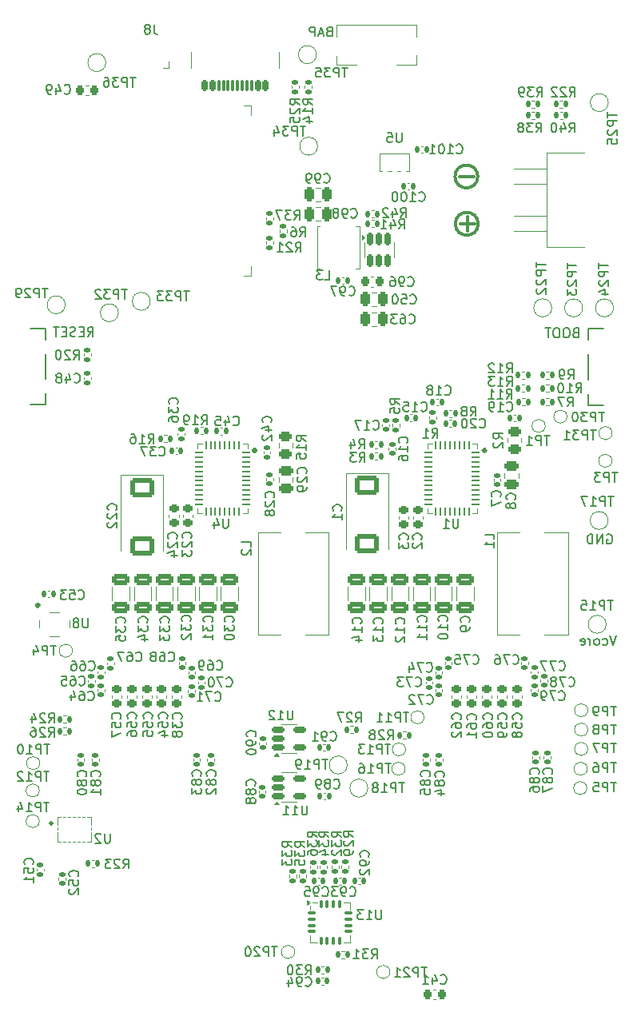
<source format=gbr>
%TF.GenerationSoftware,KiCad,Pcbnew,9.0.1*%
%TF.CreationDate,2025-09-16T14:58:38+08:00*%
%TF.ProjectId,BitaxeGT,42697461-7865-4475-942e-6b696361645f,v800*%
%TF.SameCoordinates,Original*%
%TF.FileFunction,Legend,Bot*%
%TF.FilePolarity,Positive*%
%FSLAX46Y46*%
G04 Gerber Fmt 4.6, Leading zero omitted, Abs format (unit mm)*
G04 Created by KiCad (PCBNEW 9.0.1) date 2025-09-16 14:58:38*
%MOMM*%
%LPD*%
G01*
G04 APERTURE LIST*
G04 Aperture macros list*
%AMRoundRect*
0 Rectangle with rounded corners*
0 $1 Rounding radius*
0 $2 $3 $4 $5 $6 $7 $8 $9 X,Y pos of 4 corners*
0 Add a 4 corners polygon primitive as box body*
4,1,4,$2,$3,$4,$5,$6,$7,$8,$9,$2,$3,0*
0 Add four circle primitives for the rounded corners*
1,1,$1+$1,$2,$3*
1,1,$1+$1,$4,$5*
1,1,$1+$1,$6,$7*
1,1,$1+$1,$8,$9*
0 Add four rect primitives between the rounded corners*
20,1,$1+$1,$2,$3,$4,$5,0*
20,1,$1+$1,$4,$5,$6,$7,0*
20,1,$1+$1,$6,$7,$8,$9,0*
20,1,$1+$1,$8,$9,$2,$3,0*%
G04 Aperture macros list end*
%ADD10C,0.300000*%
%ADD11C,0.150000*%
%ADD12C,0.120000*%
%ADD13C,0.100000*%
%ADD14C,0.313180*%
%ADD15C,0.250000*%
%ADD16C,0.152400*%
%ADD17C,1.050000*%
%ADD18RoundRect,0.225000X-0.225000X-0.250000X0.225000X-0.250000X0.225000X0.250000X-0.225000X0.250000X0*%
%ADD19R,0.558800X0.952500*%
%ADD20R,3.700000X1.680000*%
%ADD21RoundRect,0.150000X-0.150000X0.512500X-0.150000X-0.512500X0.150000X-0.512500X0.150000X0.512500X0*%
%ADD22RoundRect,0.135000X0.135000X0.185000X-0.135000X0.185000X-0.135000X-0.185000X0.135000X-0.185000X0*%
%ADD23RoundRect,0.135000X-0.135000X-0.185000X0.135000X-0.185000X0.135000X0.185000X-0.135000X0.185000X0*%
%ADD24RoundRect,0.140000X-0.140000X-0.170000X0.140000X-0.170000X0.140000X0.170000X-0.140000X0.170000X0*%
%ADD25RoundRect,0.250000X0.250000X0.475000X-0.250000X0.475000X-0.250000X-0.475000X0.250000X-0.475000X0*%
%ADD26C,2.000000*%
%ADD27C,6.000000*%
%ADD28C,0.800000*%
%ADD29C,6.400000*%
%ADD30C,1.300000*%
%ADD31O,1.574800X4.000000*%
%ADD32C,1.500000*%
%ADD33C,1.700000*%
%ADD34O,1.700000X1.700000*%
%ADD35RoundRect,0.135000X0.185000X-0.135000X0.185000X0.135000X-0.185000X0.135000X-0.185000X-0.135000X0*%
%ADD36RoundRect,0.140000X0.170000X-0.140000X0.170000X0.140000X-0.170000X0.140000X-0.170000X-0.140000X0*%
%ADD37C,1.000000*%
%ADD38RoundRect,0.140000X-0.170000X0.140000X-0.170000X-0.140000X0.170000X-0.140000X0.170000X0.140000X0*%
%ADD39C,0.990600*%
%ADD40C,0.787400*%
%ADD41RoundRect,0.250000X-0.650000X0.325000X-0.650000X-0.325000X0.650000X-0.325000X0.650000X0.325000X0*%
%ADD42RoundRect,0.225000X0.225000X0.250000X-0.225000X0.250000X-0.225000X-0.250000X0.225000X-0.250000X0*%
%ADD43RoundRect,0.225000X-0.250000X0.225000X-0.250000X-0.225000X0.250000X-0.225000X0.250000X0.225000X0*%
%ADD44R,1.300000X1.100000*%
%ADD45RoundRect,0.150000X-0.512500X-0.150000X0.512500X-0.150000X0.512500X0.150000X-0.512500X0.150000X0*%
%ADD46RoundRect,0.062500X0.337500X0.062500X-0.337500X0.062500X-0.337500X-0.062500X0.337500X-0.062500X0*%
%ADD47RoundRect,0.062500X0.062500X0.337500X-0.062500X0.337500X-0.062500X-0.337500X0.062500X-0.337500X0*%
%ADD48C,0.400000*%
%ADD49R,3.300000X5.300000*%
%ADD50R,0.599999X0.240000*%
%ADD51R,0.240000X0.599999*%
%ADD52C,0.499999*%
%ADD53R,2.000001X1.000000*%
%ADD54RoundRect,0.140000X0.140000X0.170000X-0.140000X0.170000X-0.140000X-0.170000X0.140000X-0.170000X0*%
%ADD55R,1.270000X0.889000*%
%ADD56R,0.787400X1.447800*%
%ADD57C,3.000000*%
%ADD58RoundRect,0.250000X0.475000X-0.250000X0.475000X0.250000X-0.475000X0.250000X-0.475000X-0.250000X0*%
%ADD59R,2.600000X4.000000*%
%ADD60R,0.300000X1.300000*%
%ADD61R,2.000000X1.600000*%
%ADD62C,0.650000*%
%ADD63RoundRect,0.150000X-0.150000X-0.425000X0.150000X-0.425000X0.150000X0.425000X-0.150000X0.425000X0*%
%ADD64RoundRect,0.075000X-0.075000X-0.500000X0.075000X-0.500000X0.075000X0.500000X-0.075000X0.500000X0*%
%ADD65O,1.000000X1.800000*%
%ADD66O,1.000000X2.100000*%
%ADD67RoundRect,0.135000X-0.185000X0.135000X-0.185000X-0.135000X0.185000X-0.135000X0.185000X0.135000X0*%
%ADD68RoundRect,0.250000X0.450000X-0.262500X0.450000X0.262500X-0.450000X0.262500X-0.450000X-0.262500X0*%
%ADD69RoundRect,0.250000X-1.025000X0.787500X-1.025000X-0.787500X1.025000X-0.787500X1.025000X0.787500X0*%
%ADD70R,0.900000X1.500000*%
%ADD71R,1.500000X0.900000*%
%ADD72R,0.900000X0.900000*%
%ADD73RoundRect,0.075000X-0.075000X0.350000X-0.075000X-0.350000X0.075000X-0.350000X0.075000X0.350000X0*%
%ADD74RoundRect,0.075000X-0.350000X0.075000X-0.350000X-0.075000X0.350000X-0.075000X0.350000X0.075000X0*%
%ADD75R,2.100000X2.100000*%
G04 APERTURE END LIST*
D10*
X148048015Y-55270000D02*
G75*
G02*
X145631985Y-55270000I-1208015J0D01*
G01*
X145631985Y-55270000D02*
G75*
G02*
X148048015Y-55270000I1208015J0D01*
G01*
X148088015Y-60280000D02*
G75*
G02*
X145671985Y-60280000I-1208015J0D01*
G01*
X145671985Y-60280000D02*
G75*
G02*
X148088015Y-60280000I1208015J0D01*
G01*
D11*
X132289887Y-39896009D02*
X132147030Y-39943628D01*
X132147030Y-39943628D02*
X132099411Y-39991247D01*
X132099411Y-39991247D02*
X132051792Y-40086485D01*
X132051792Y-40086485D02*
X132051792Y-40229342D01*
X132051792Y-40229342D02*
X132099411Y-40324580D01*
X132099411Y-40324580D02*
X132147030Y-40372200D01*
X132147030Y-40372200D02*
X132242268Y-40419819D01*
X132242268Y-40419819D02*
X132623220Y-40419819D01*
X132623220Y-40419819D02*
X132623220Y-39419819D01*
X132623220Y-39419819D02*
X132289887Y-39419819D01*
X132289887Y-39419819D02*
X132194649Y-39467438D01*
X132194649Y-39467438D02*
X132147030Y-39515057D01*
X132147030Y-39515057D02*
X132099411Y-39610295D01*
X132099411Y-39610295D02*
X132099411Y-39705533D01*
X132099411Y-39705533D02*
X132147030Y-39800771D01*
X132147030Y-39800771D02*
X132194649Y-39848390D01*
X132194649Y-39848390D02*
X132289887Y-39896009D01*
X132289887Y-39896009D02*
X132623220Y-39896009D01*
X131670839Y-40134104D02*
X131194649Y-40134104D01*
X131766077Y-40419819D02*
X131432744Y-39419819D01*
X131432744Y-39419819D02*
X131099411Y-40419819D01*
X130766077Y-40419819D02*
X130766077Y-39419819D01*
X130766077Y-39419819D02*
X130385125Y-39419819D01*
X130385125Y-39419819D02*
X130289887Y-39467438D01*
X130289887Y-39467438D02*
X130242268Y-39515057D01*
X130242268Y-39515057D02*
X130194649Y-39610295D01*
X130194649Y-39610295D02*
X130194649Y-39753152D01*
X130194649Y-39753152D02*
X130242268Y-39848390D01*
X130242268Y-39848390D02*
X130289887Y-39896009D01*
X130289887Y-39896009D02*
X130385125Y-39943628D01*
X130385125Y-39943628D02*
X130766077Y-39943628D01*
D10*
X146163558Y-60288766D02*
X147687368Y-60288766D01*
X146925463Y-59526861D02*
X146925463Y-61050671D01*
X146131573Y-55252266D02*
X147655383Y-55252266D01*
D11*
X158389887Y-71806009D02*
X158247030Y-71853628D01*
X158247030Y-71853628D02*
X158199411Y-71901247D01*
X158199411Y-71901247D02*
X158151792Y-71996485D01*
X158151792Y-71996485D02*
X158151792Y-72139342D01*
X158151792Y-72139342D02*
X158199411Y-72234580D01*
X158199411Y-72234580D02*
X158247030Y-72282200D01*
X158247030Y-72282200D02*
X158342268Y-72329819D01*
X158342268Y-72329819D02*
X158723220Y-72329819D01*
X158723220Y-72329819D02*
X158723220Y-71329819D01*
X158723220Y-71329819D02*
X158389887Y-71329819D01*
X158389887Y-71329819D02*
X158294649Y-71377438D01*
X158294649Y-71377438D02*
X158247030Y-71425057D01*
X158247030Y-71425057D02*
X158199411Y-71520295D01*
X158199411Y-71520295D02*
X158199411Y-71615533D01*
X158199411Y-71615533D02*
X158247030Y-71710771D01*
X158247030Y-71710771D02*
X158294649Y-71758390D01*
X158294649Y-71758390D02*
X158389887Y-71806009D01*
X158389887Y-71806009D02*
X158723220Y-71806009D01*
X157532744Y-71329819D02*
X157342268Y-71329819D01*
X157342268Y-71329819D02*
X157247030Y-71377438D01*
X157247030Y-71377438D02*
X157151792Y-71472676D01*
X157151792Y-71472676D02*
X157104173Y-71663152D01*
X157104173Y-71663152D02*
X157104173Y-71996485D01*
X157104173Y-71996485D02*
X157151792Y-72186961D01*
X157151792Y-72186961D02*
X157247030Y-72282200D01*
X157247030Y-72282200D02*
X157342268Y-72329819D01*
X157342268Y-72329819D02*
X157532744Y-72329819D01*
X157532744Y-72329819D02*
X157627982Y-72282200D01*
X157627982Y-72282200D02*
X157723220Y-72186961D01*
X157723220Y-72186961D02*
X157770839Y-71996485D01*
X157770839Y-71996485D02*
X157770839Y-71663152D01*
X157770839Y-71663152D02*
X157723220Y-71472676D01*
X157723220Y-71472676D02*
X157627982Y-71377438D01*
X157627982Y-71377438D02*
X157532744Y-71329819D01*
X156485125Y-71329819D02*
X156294649Y-71329819D01*
X156294649Y-71329819D02*
X156199411Y-71377438D01*
X156199411Y-71377438D02*
X156104173Y-71472676D01*
X156104173Y-71472676D02*
X156056554Y-71663152D01*
X156056554Y-71663152D02*
X156056554Y-71996485D01*
X156056554Y-71996485D02*
X156104173Y-72186961D01*
X156104173Y-72186961D02*
X156199411Y-72282200D01*
X156199411Y-72282200D02*
X156294649Y-72329819D01*
X156294649Y-72329819D02*
X156485125Y-72329819D01*
X156485125Y-72329819D02*
X156580363Y-72282200D01*
X156580363Y-72282200D02*
X156675601Y-72186961D01*
X156675601Y-72186961D02*
X156723220Y-71996485D01*
X156723220Y-71996485D02*
X156723220Y-71663152D01*
X156723220Y-71663152D02*
X156675601Y-71472676D01*
X156675601Y-71472676D02*
X156580363Y-71377438D01*
X156580363Y-71377438D02*
X156485125Y-71329819D01*
X155770839Y-71329819D02*
X155199411Y-71329819D01*
X155485125Y-72329819D02*
X155485125Y-71329819D01*
X106711792Y-72199819D02*
X107045125Y-71723628D01*
X107283220Y-72199819D02*
X107283220Y-71199819D01*
X107283220Y-71199819D02*
X106902268Y-71199819D01*
X106902268Y-71199819D02*
X106807030Y-71247438D01*
X106807030Y-71247438D02*
X106759411Y-71295057D01*
X106759411Y-71295057D02*
X106711792Y-71390295D01*
X106711792Y-71390295D02*
X106711792Y-71533152D01*
X106711792Y-71533152D02*
X106759411Y-71628390D01*
X106759411Y-71628390D02*
X106807030Y-71676009D01*
X106807030Y-71676009D02*
X106902268Y-71723628D01*
X106902268Y-71723628D02*
X107283220Y-71723628D01*
X106283220Y-71676009D02*
X105949887Y-71676009D01*
X105807030Y-72199819D02*
X106283220Y-72199819D01*
X106283220Y-72199819D02*
X106283220Y-71199819D01*
X106283220Y-71199819D02*
X105807030Y-71199819D01*
X105426077Y-72152200D02*
X105283220Y-72199819D01*
X105283220Y-72199819D02*
X105045125Y-72199819D01*
X105045125Y-72199819D02*
X104949887Y-72152200D01*
X104949887Y-72152200D02*
X104902268Y-72104580D01*
X104902268Y-72104580D02*
X104854649Y-72009342D01*
X104854649Y-72009342D02*
X104854649Y-71914104D01*
X104854649Y-71914104D02*
X104902268Y-71818866D01*
X104902268Y-71818866D02*
X104949887Y-71771247D01*
X104949887Y-71771247D02*
X105045125Y-71723628D01*
X105045125Y-71723628D02*
X105235601Y-71676009D01*
X105235601Y-71676009D02*
X105330839Y-71628390D01*
X105330839Y-71628390D02*
X105378458Y-71580771D01*
X105378458Y-71580771D02*
X105426077Y-71485533D01*
X105426077Y-71485533D02*
X105426077Y-71390295D01*
X105426077Y-71390295D02*
X105378458Y-71295057D01*
X105378458Y-71295057D02*
X105330839Y-71247438D01*
X105330839Y-71247438D02*
X105235601Y-71199819D01*
X105235601Y-71199819D02*
X104997506Y-71199819D01*
X104997506Y-71199819D02*
X104854649Y-71247438D01*
X104426077Y-71676009D02*
X104092744Y-71676009D01*
X103949887Y-72199819D02*
X104426077Y-72199819D01*
X104426077Y-72199819D02*
X104426077Y-71199819D01*
X104426077Y-71199819D02*
X103949887Y-71199819D01*
X103664172Y-71199819D02*
X103092744Y-71199819D01*
X103378458Y-72199819D02*
X103378458Y-71199819D01*
X140642857Y-66799580D02*
X140690476Y-66847200D01*
X140690476Y-66847200D02*
X140833333Y-66894819D01*
X140833333Y-66894819D02*
X140928571Y-66894819D01*
X140928571Y-66894819D02*
X141071428Y-66847200D01*
X141071428Y-66847200D02*
X141166666Y-66751961D01*
X141166666Y-66751961D02*
X141214285Y-66656723D01*
X141214285Y-66656723D02*
X141261904Y-66466247D01*
X141261904Y-66466247D02*
X141261904Y-66323390D01*
X141261904Y-66323390D02*
X141214285Y-66132914D01*
X141214285Y-66132914D02*
X141166666Y-66037676D01*
X141166666Y-66037676D02*
X141071428Y-65942438D01*
X141071428Y-65942438D02*
X140928571Y-65894819D01*
X140928571Y-65894819D02*
X140833333Y-65894819D01*
X140833333Y-65894819D02*
X140690476Y-65942438D01*
X140690476Y-65942438D02*
X140642857Y-65990057D01*
X140166666Y-66894819D02*
X139976190Y-66894819D01*
X139976190Y-66894819D02*
X139880952Y-66847200D01*
X139880952Y-66847200D02*
X139833333Y-66799580D01*
X139833333Y-66799580D02*
X139738095Y-66656723D01*
X139738095Y-66656723D02*
X139690476Y-66466247D01*
X139690476Y-66466247D02*
X139690476Y-66085295D01*
X139690476Y-66085295D02*
X139738095Y-65990057D01*
X139738095Y-65990057D02*
X139785714Y-65942438D01*
X139785714Y-65942438D02*
X139880952Y-65894819D01*
X139880952Y-65894819D02*
X140071428Y-65894819D01*
X140071428Y-65894819D02*
X140166666Y-65942438D01*
X140166666Y-65942438D02*
X140214285Y-65990057D01*
X140214285Y-65990057D02*
X140261904Y-66085295D01*
X140261904Y-66085295D02*
X140261904Y-66323390D01*
X140261904Y-66323390D02*
X140214285Y-66418628D01*
X140214285Y-66418628D02*
X140166666Y-66466247D01*
X140166666Y-66466247D02*
X140071428Y-66513866D01*
X140071428Y-66513866D02*
X139880952Y-66513866D01*
X139880952Y-66513866D02*
X139785714Y-66466247D01*
X139785714Y-66466247D02*
X139738095Y-66418628D01*
X139738095Y-66418628D02*
X139690476Y-66323390D01*
X138833333Y-65894819D02*
X139023809Y-65894819D01*
X139023809Y-65894819D02*
X139119047Y-65942438D01*
X139119047Y-65942438D02*
X139166666Y-65990057D01*
X139166666Y-65990057D02*
X139261904Y-66132914D01*
X139261904Y-66132914D02*
X139309523Y-66323390D01*
X139309523Y-66323390D02*
X139309523Y-66704342D01*
X139309523Y-66704342D02*
X139261904Y-66799580D01*
X139261904Y-66799580D02*
X139214285Y-66847200D01*
X139214285Y-66847200D02*
X139119047Y-66894819D01*
X139119047Y-66894819D02*
X138928571Y-66894819D01*
X138928571Y-66894819D02*
X138833333Y-66847200D01*
X138833333Y-66847200D02*
X138785714Y-66799580D01*
X138785714Y-66799580D02*
X138738095Y-66704342D01*
X138738095Y-66704342D02*
X138738095Y-66466247D01*
X138738095Y-66466247D02*
X138785714Y-66371009D01*
X138785714Y-66371009D02*
X138833333Y-66323390D01*
X138833333Y-66323390D02*
X138928571Y-66275771D01*
X138928571Y-66275771D02*
X139119047Y-66275771D01*
X139119047Y-66275771D02*
X139214285Y-66323390D01*
X139214285Y-66323390D02*
X139261904Y-66371009D01*
X139261904Y-66371009D02*
X139309523Y-66466247D01*
X139991904Y-50634819D02*
X139991904Y-51444342D01*
X139991904Y-51444342D02*
X139944285Y-51539580D01*
X139944285Y-51539580D02*
X139896666Y-51587200D01*
X139896666Y-51587200D02*
X139801428Y-51634819D01*
X139801428Y-51634819D02*
X139610952Y-51634819D01*
X139610952Y-51634819D02*
X139515714Y-51587200D01*
X139515714Y-51587200D02*
X139468095Y-51539580D01*
X139468095Y-51539580D02*
X139420476Y-51444342D01*
X139420476Y-51444342D02*
X139420476Y-50634819D01*
X138468095Y-50634819D02*
X138944285Y-50634819D01*
X138944285Y-50634819D02*
X138991904Y-51111009D01*
X138991904Y-51111009D02*
X138944285Y-51063390D01*
X138944285Y-51063390D02*
X138849047Y-51015771D01*
X138849047Y-51015771D02*
X138610952Y-51015771D01*
X138610952Y-51015771D02*
X138515714Y-51063390D01*
X138515714Y-51063390D02*
X138468095Y-51111009D01*
X138468095Y-51111009D02*
X138420476Y-51206247D01*
X138420476Y-51206247D02*
X138420476Y-51444342D01*
X138420476Y-51444342D02*
X138468095Y-51539580D01*
X138468095Y-51539580D02*
X138515714Y-51587200D01*
X138515714Y-51587200D02*
X138610952Y-51634819D01*
X138610952Y-51634819D02*
X138849047Y-51634819D01*
X138849047Y-51634819D02*
X138944285Y-51587200D01*
X138944285Y-51587200D02*
X138991904Y-51539580D01*
X131846666Y-66204819D02*
X132322856Y-66204819D01*
X132322856Y-66204819D02*
X132322856Y-65204819D01*
X131608570Y-65204819D02*
X130989523Y-65204819D01*
X130989523Y-65204819D02*
X131322856Y-65585771D01*
X131322856Y-65585771D02*
X131179999Y-65585771D01*
X131179999Y-65585771D02*
X131084761Y-65633390D01*
X131084761Y-65633390D02*
X131037142Y-65681009D01*
X131037142Y-65681009D02*
X130989523Y-65776247D01*
X130989523Y-65776247D02*
X130989523Y-66014342D01*
X130989523Y-66014342D02*
X131037142Y-66109580D01*
X131037142Y-66109580D02*
X131084761Y-66157200D01*
X131084761Y-66157200D02*
X131179999Y-66204819D01*
X131179999Y-66204819D02*
X131465713Y-66204819D01*
X131465713Y-66204819D02*
X131560951Y-66157200D01*
X131560951Y-66157200D02*
X131608570Y-66109580D01*
X139862857Y-59594819D02*
X140196190Y-59118628D01*
X140434285Y-59594819D02*
X140434285Y-58594819D01*
X140434285Y-58594819D02*
X140053333Y-58594819D01*
X140053333Y-58594819D02*
X139958095Y-58642438D01*
X139958095Y-58642438D02*
X139910476Y-58690057D01*
X139910476Y-58690057D02*
X139862857Y-58785295D01*
X139862857Y-58785295D02*
X139862857Y-58928152D01*
X139862857Y-58928152D02*
X139910476Y-59023390D01*
X139910476Y-59023390D02*
X139958095Y-59071009D01*
X139958095Y-59071009D02*
X140053333Y-59118628D01*
X140053333Y-59118628D02*
X140434285Y-59118628D01*
X139005714Y-58928152D02*
X139005714Y-59594819D01*
X139243809Y-58547200D02*
X139481904Y-59261485D01*
X139481904Y-59261485D02*
X138862857Y-59261485D01*
X138529523Y-58690057D02*
X138481904Y-58642438D01*
X138481904Y-58642438D02*
X138386666Y-58594819D01*
X138386666Y-58594819D02*
X138148571Y-58594819D01*
X138148571Y-58594819D02*
X138053333Y-58642438D01*
X138053333Y-58642438D02*
X138005714Y-58690057D01*
X138005714Y-58690057D02*
X137958095Y-58785295D01*
X137958095Y-58785295D02*
X137958095Y-58880533D01*
X137958095Y-58880533D02*
X138005714Y-59023390D01*
X138005714Y-59023390D02*
X138577142Y-59594819D01*
X138577142Y-59594819D02*
X137958095Y-59594819D01*
X139702857Y-60804819D02*
X140036190Y-60328628D01*
X140274285Y-60804819D02*
X140274285Y-59804819D01*
X140274285Y-59804819D02*
X139893333Y-59804819D01*
X139893333Y-59804819D02*
X139798095Y-59852438D01*
X139798095Y-59852438D02*
X139750476Y-59900057D01*
X139750476Y-59900057D02*
X139702857Y-59995295D01*
X139702857Y-59995295D02*
X139702857Y-60138152D01*
X139702857Y-60138152D02*
X139750476Y-60233390D01*
X139750476Y-60233390D02*
X139798095Y-60281009D01*
X139798095Y-60281009D02*
X139893333Y-60328628D01*
X139893333Y-60328628D02*
X140274285Y-60328628D01*
X138845714Y-60138152D02*
X138845714Y-60804819D01*
X139083809Y-59757200D02*
X139321904Y-60471485D01*
X139321904Y-60471485D02*
X138702857Y-60471485D01*
X137798095Y-60804819D02*
X138369523Y-60804819D01*
X138083809Y-60804819D02*
X138083809Y-59804819D01*
X138083809Y-59804819D02*
X138179047Y-59947676D01*
X138179047Y-59947676D02*
X138274285Y-60042914D01*
X138274285Y-60042914D02*
X138369523Y-60090533D01*
X145809047Y-52759580D02*
X145856666Y-52807200D01*
X145856666Y-52807200D02*
X145999523Y-52854819D01*
X145999523Y-52854819D02*
X146094761Y-52854819D01*
X146094761Y-52854819D02*
X146237618Y-52807200D01*
X146237618Y-52807200D02*
X146332856Y-52711961D01*
X146332856Y-52711961D02*
X146380475Y-52616723D01*
X146380475Y-52616723D02*
X146428094Y-52426247D01*
X146428094Y-52426247D02*
X146428094Y-52283390D01*
X146428094Y-52283390D02*
X146380475Y-52092914D01*
X146380475Y-52092914D02*
X146332856Y-51997676D01*
X146332856Y-51997676D02*
X146237618Y-51902438D01*
X146237618Y-51902438D02*
X146094761Y-51854819D01*
X146094761Y-51854819D02*
X145999523Y-51854819D01*
X145999523Y-51854819D02*
X145856666Y-51902438D01*
X145856666Y-51902438D02*
X145809047Y-51950057D01*
X144856666Y-52854819D02*
X145428094Y-52854819D01*
X145142380Y-52854819D02*
X145142380Y-51854819D01*
X145142380Y-51854819D02*
X145237618Y-51997676D01*
X145237618Y-51997676D02*
X145332856Y-52092914D01*
X145332856Y-52092914D02*
X145428094Y-52140533D01*
X144237618Y-51854819D02*
X144142380Y-51854819D01*
X144142380Y-51854819D02*
X144047142Y-51902438D01*
X144047142Y-51902438D02*
X143999523Y-51950057D01*
X143999523Y-51950057D02*
X143951904Y-52045295D01*
X143951904Y-52045295D02*
X143904285Y-52235771D01*
X143904285Y-52235771D02*
X143904285Y-52473866D01*
X143904285Y-52473866D02*
X143951904Y-52664342D01*
X143951904Y-52664342D02*
X143999523Y-52759580D01*
X143999523Y-52759580D02*
X144047142Y-52807200D01*
X144047142Y-52807200D02*
X144142380Y-52854819D01*
X144142380Y-52854819D02*
X144237618Y-52854819D01*
X144237618Y-52854819D02*
X144332856Y-52807200D01*
X144332856Y-52807200D02*
X144380475Y-52759580D01*
X144380475Y-52759580D02*
X144428094Y-52664342D01*
X144428094Y-52664342D02*
X144475713Y-52473866D01*
X144475713Y-52473866D02*
X144475713Y-52235771D01*
X144475713Y-52235771D02*
X144428094Y-52045295D01*
X144428094Y-52045295D02*
X144380475Y-51950057D01*
X144380475Y-51950057D02*
X144332856Y-51902438D01*
X144332856Y-51902438D02*
X144237618Y-51854819D01*
X142951904Y-52854819D02*
X143523332Y-52854819D01*
X143237618Y-52854819D02*
X143237618Y-51854819D01*
X143237618Y-51854819D02*
X143332856Y-51997676D01*
X143332856Y-51997676D02*
X143428094Y-52092914D01*
X143428094Y-52092914D02*
X143523332Y-52140533D01*
X141829047Y-57819580D02*
X141876666Y-57867200D01*
X141876666Y-57867200D02*
X142019523Y-57914819D01*
X142019523Y-57914819D02*
X142114761Y-57914819D01*
X142114761Y-57914819D02*
X142257618Y-57867200D01*
X142257618Y-57867200D02*
X142352856Y-57771961D01*
X142352856Y-57771961D02*
X142400475Y-57676723D01*
X142400475Y-57676723D02*
X142448094Y-57486247D01*
X142448094Y-57486247D02*
X142448094Y-57343390D01*
X142448094Y-57343390D02*
X142400475Y-57152914D01*
X142400475Y-57152914D02*
X142352856Y-57057676D01*
X142352856Y-57057676D02*
X142257618Y-56962438D01*
X142257618Y-56962438D02*
X142114761Y-56914819D01*
X142114761Y-56914819D02*
X142019523Y-56914819D01*
X142019523Y-56914819D02*
X141876666Y-56962438D01*
X141876666Y-56962438D02*
X141829047Y-57010057D01*
X140876666Y-57914819D02*
X141448094Y-57914819D01*
X141162380Y-57914819D02*
X141162380Y-56914819D01*
X141162380Y-56914819D02*
X141257618Y-57057676D01*
X141257618Y-57057676D02*
X141352856Y-57152914D01*
X141352856Y-57152914D02*
X141448094Y-57200533D01*
X140257618Y-56914819D02*
X140162380Y-56914819D01*
X140162380Y-56914819D02*
X140067142Y-56962438D01*
X140067142Y-56962438D02*
X140019523Y-57010057D01*
X140019523Y-57010057D02*
X139971904Y-57105295D01*
X139971904Y-57105295D02*
X139924285Y-57295771D01*
X139924285Y-57295771D02*
X139924285Y-57533866D01*
X139924285Y-57533866D02*
X139971904Y-57724342D01*
X139971904Y-57724342D02*
X140019523Y-57819580D01*
X140019523Y-57819580D02*
X140067142Y-57867200D01*
X140067142Y-57867200D02*
X140162380Y-57914819D01*
X140162380Y-57914819D02*
X140257618Y-57914819D01*
X140257618Y-57914819D02*
X140352856Y-57867200D01*
X140352856Y-57867200D02*
X140400475Y-57819580D01*
X140400475Y-57819580D02*
X140448094Y-57724342D01*
X140448094Y-57724342D02*
X140495713Y-57533866D01*
X140495713Y-57533866D02*
X140495713Y-57295771D01*
X140495713Y-57295771D02*
X140448094Y-57105295D01*
X140448094Y-57105295D02*
X140400475Y-57010057D01*
X140400475Y-57010057D02*
X140352856Y-56962438D01*
X140352856Y-56962438D02*
X140257618Y-56914819D01*
X139305237Y-56914819D02*
X139209999Y-56914819D01*
X139209999Y-56914819D02*
X139114761Y-56962438D01*
X139114761Y-56962438D02*
X139067142Y-57010057D01*
X139067142Y-57010057D02*
X139019523Y-57105295D01*
X139019523Y-57105295D02*
X138971904Y-57295771D01*
X138971904Y-57295771D02*
X138971904Y-57533866D01*
X138971904Y-57533866D02*
X139019523Y-57724342D01*
X139019523Y-57724342D02*
X139067142Y-57819580D01*
X139067142Y-57819580D02*
X139114761Y-57867200D01*
X139114761Y-57867200D02*
X139209999Y-57914819D01*
X139209999Y-57914819D02*
X139305237Y-57914819D01*
X139305237Y-57914819D02*
X139400475Y-57867200D01*
X139400475Y-57867200D02*
X139448094Y-57819580D01*
X139448094Y-57819580D02*
X139495713Y-57724342D01*
X139495713Y-57724342D02*
X139543332Y-57533866D01*
X139543332Y-57533866D02*
X139543332Y-57295771D01*
X139543332Y-57295771D02*
X139495713Y-57105295D01*
X139495713Y-57105295D02*
X139448094Y-57010057D01*
X139448094Y-57010057D02*
X139400475Y-56962438D01*
X139400475Y-56962438D02*
X139305237Y-56914819D01*
X134622857Y-59559580D02*
X134670476Y-59607200D01*
X134670476Y-59607200D02*
X134813333Y-59654819D01*
X134813333Y-59654819D02*
X134908571Y-59654819D01*
X134908571Y-59654819D02*
X135051428Y-59607200D01*
X135051428Y-59607200D02*
X135146666Y-59511961D01*
X135146666Y-59511961D02*
X135194285Y-59416723D01*
X135194285Y-59416723D02*
X135241904Y-59226247D01*
X135241904Y-59226247D02*
X135241904Y-59083390D01*
X135241904Y-59083390D02*
X135194285Y-58892914D01*
X135194285Y-58892914D02*
X135146666Y-58797676D01*
X135146666Y-58797676D02*
X135051428Y-58702438D01*
X135051428Y-58702438D02*
X134908571Y-58654819D01*
X134908571Y-58654819D02*
X134813333Y-58654819D01*
X134813333Y-58654819D02*
X134670476Y-58702438D01*
X134670476Y-58702438D02*
X134622857Y-58750057D01*
X134146666Y-59654819D02*
X133956190Y-59654819D01*
X133956190Y-59654819D02*
X133860952Y-59607200D01*
X133860952Y-59607200D02*
X133813333Y-59559580D01*
X133813333Y-59559580D02*
X133718095Y-59416723D01*
X133718095Y-59416723D02*
X133670476Y-59226247D01*
X133670476Y-59226247D02*
X133670476Y-58845295D01*
X133670476Y-58845295D02*
X133718095Y-58750057D01*
X133718095Y-58750057D02*
X133765714Y-58702438D01*
X133765714Y-58702438D02*
X133860952Y-58654819D01*
X133860952Y-58654819D02*
X134051428Y-58654819D01*
X134051428Y-58654819D02*
X134146666Y-58702438D01*
X134146666Y-58702438D02*
X134194285Y-58750057D01*
X134194285Y-58750057D02*
X134241904Y-58845295D01*
X134241904Y-58845295D02*
X134241904Y-59083390D01*
X134241904Y-59083390D02*
X134194285Y-59178628D01*
X134194285Y-59178628D02*
X134146666Y-59226247D01*
X134146666Y-59226247D02*
X134051428Y-59273866D01*
X134051428Y-59273866D02*
X133860952Y-59273866D01*
X133860952Y-59273866D02*
X133765714Y-59226247D01*
X133765714Y-59226247D02*
X133718095Y-59178628D01*
X133718095Y-59178628D02*
X133670476Y-59083390D01*
X133099047Y-59083390D02*
X133194285Y-59035771D01*
X133194285Y-59035771D02*
X133241904Y-58988152D01*
X133241904Y-58988152D02*
X133289523Y-58892914D01*
X133289523Y-58892914D02*
X133289523Y-58845295D01*
X133289523Y-58845295D02*
X133241904Y-58750057D01*
X133241904Y-58750057D02*
X133194285Y-58702438D01*
X133194285Y-58702438D02*
X133099047Y-58654819D01*
X133099047Y-58654819D02*
X132908571Y-58654819D01*
X132908571Y-58654819D02*
X132813333Y-58702438D01*
X132813333Y-58702438D02*
X132765714Y-58750057D01*
X132765714Y-58750057D02*
X132718095Y-58845295D01*
X132718095Y-58845295D02*
X132718095Y-58892914D01*
X132718095Y-58892914D02*
X132765714Y-58988152D01*
X132765714Y-58988152D02*
X132813333Y-59035771D01*
X132813333Y-59035771D02*
X132908571Y-59083390D01*
X132908571Y-59083390D02*
X133099047Y-59083390D01*
X133099047Y-59083390D02*
X133194285Y-59131009D01*
X133194285Y-59131009D02*
X133241904Y-59178628D01*
X133241904Y-59178628D02*
X133289523Y-59273866D01*
X133289523Y-59273866D02*
X133289523Y-59464342D01*
X133289523Y-59464342D02*
X133241904Y-59559580D01*
X133241904Y-59559580D02*
X133194285Y-59607200D01*
X133194285Y-59607200D02*
X133099047Y-59654819D01*
X133099047Y-59654819D02*
X132908571Y-59654819D01*
X132908571Y-59654819D02*
X132813333Y-59607200D01*
X132813333Y-59607200D02*
X132765714Y-59559580D01*
X132765714Y-59559580D02*
X132718095Y-59464342D01*
X132718095Y-59464342D02*
X132718095Y-59273866D01*
X132718095Y-59273866D02*
X132765714Y-59178628D01*
X132765714Y-59178628D02*
X132813333Y-59131009D01*
X132813333Y-59131009D02*
X132908571Y-59083390D01*
X134402857Y-67809580D02*
X134450476Y-67857200D01*
X134450476Y-67857200D02*
X134593333Y-67904819D01*
X134593333Y-67904819D02*
X134688571Y-67904819D01*
X134688571Y-67904819D02*
X134831428Y-67857200D01*
X134831428Y-67857200D02*
X134926666Y-67761961D01*
X134926666Y-67761961D02*
X134974285Y-67666723D01*
X134974285Y-67666723D02*
X135021904Y-67476247D01*
X135021904Y-67476247D02*
X135021904Y-67333390D01*
X135021904Y-67333390D02*
X134974285Y-67142914D01*
X134974285Y-67142914D02*
X134926666Y-67047676D01*
X134926666Y-67047676D02*
X134831428Y-66952438D01*
X134831428Y-66952438D02*
X134688571Y-66904819D01*
X134688571Y-66904819D02*
X134593333Y-66904819D01*
X134593333Y-66904819D02*
X134450476Y-66952438D01*
X134450476Y-66952438D02*
X134402857Y-67000057D01*
X133926666Y-67904819D02*
X133736190Y-67904819D01*
X133736190Y-67904819D02*
X133640952Y-67857200D01*
X133640952Y-67857200D02*
X133593333Y-67809580D01*
X133593333Y-67809580D02*
X133498095Y-67666723D01*
X133498095Y-67666723D02*
X133450476Y-67476247D01*
X133450476Y-67476247D02*
X133450476Y-67095295D01*
X133450476Y-67095295D02*
X133498095Y-67000057D01*
X133498095Y-67000057D02*
X133545714Y-66952438D01*
X133545714Y-66952438D02*
X133640952Y-66904819D01*
X133640952Y-66904819D02*
X133831428Y-66904819D01*
X133831428Y-66904819D02*
X133926666Y-66952438D01*
X133926666Y-66952438D02*
X133974285Y-67000057D01*
X133974285Y-67000057D02*
X134021904Y-67095295D01*
X134021904Y-67095295D02*
X134021904Y-67333390D01*
X134021904Y-67333390D02*
X133974285Y-67428628D01*
X133974285Y-67428628D02*
X133926666Y-67476247D01*
X133926666Y-67476247D02*
X133831428Y-67523866D01*
X133831428Y-67523866D02*
X133640952Y-67523866D01*
X133640952Y-67523866D02*
X133545714Y-67476247D01*
X133545714Y-67476247D02*
X133498095Y-67428628D01*
X133498095Y-67428628D02*
X133450476Y-67333390D01*
X133117142Y-66904819D02*
X132450476Y-66904819D01*
X132450476Y-66904819D02*
X132879047Y-67904819D01*
X140772857Y-70769580D02*
X140820476Y-70817200D01*
X140820476Y-70817200D02*
X140963333Y-70864819D01*
X140963333Y-70864819D02*
X141058571Y-70864819D01*
X141058571Y-70864819D02*
X141201428Y-70817200D01*
X141201428Y-70817200D02*
X141296666Y-70721961D01*
X141296666Y-70721961D02*
X141344285Y-70626723D01*
X141344285Y-70626723D02*
X141391904Y-70436247D01*
X141391904Y-70436247D02*
X141391904Y-70293390D01*
X141391904Y-70293390D02*
X141344285Y-70102914D01*
X141344285Y-70102914D02*
X141296666Y-70007676D01*
X141296666Y-70007676D02*
X141201428Y-69912438D01*
X141201428Y-69912438D02*
X141058571Y-69864819D01*
X141058571Y-69864819D02*
X140963333Y-69864819D01*
X140963333Y-69864819D02*
X140820476Y-69912438D01*
X140820476Y-69912438D02*
X140772857Y-69960057D01*
X139915714Y-69864819D02*
X140106190Y-69864819D01*
X140106190Y-69864819D02*
X140201428Y-69912438D01*
X140201428Y-69912438D02*
X140249047Y-69960057D01*
X140249047Y-69960057D02*
X140344285Y-70102914D01*
X140344285Y-70102914D02*
X140391904Y-70293390D01*
X140391904Y-70293390D02*
X140391904Y-70674342D01*
X140391904Y-70674342D02*
X140344285Y-70769580D01*
X140344285Y-70769580D02*
X140296666Y-70817200D01*
X140296666Y-70817200D02*
X140201428Y-70864819D01*
X140201428Y-70864819D02*
X140010952Y-70864819D01*
X140010952Y-70864819D02*
X139915714Y-70817200D01*
X139915714Y-70817200D02*
X139868095Y-70769580D01*
X139868095Y-70769580D02*
X139820476Y-70674342D01*
X139820476Y-70674342D02*
X139820476Y-70436247D01*
X139820476Y-70436247D02*
X139868095Y-70341009D01*
X139868095Y-70341009D02*
X139915714Y-70293390D01*
X139915714Y-70293390D02*
X140010952Y-70245771D01*
X140010952Y-70245771D02*
X140201428Y-70245771D01*
X140201428Y-70245771D02*
X140296666Y-70293390D01*
X140296666Y-70293390D02*
X140344285Y-70341009D01*
X140344285Y-70341009D02*
X140391904Y-70436247D01*
X139487142Y-69864819D02*
X138868095Y-69864819D01*
X138868095Y-69864819D02*
X139201428Y-70245771D01*
X139201428Y-70245771D02*
X139058571Y-70245771D01*
X139058571Y-70245771D02*
X138963333Y-70293390D01*
X138963333Y-70293390D02*
X138915714Y-70341009D01*
X138915714Y-70341009D02*
X138868095Y-70436247D01*
X138868095Y-70436247D02*
X138868095Y-70674342D01*
X138868095Y-70674342D02*
X138915714Y-70769580D01*
X138915714Y-70769580D02*
X138963333Y-70817200D01*
X138963333Y-70817200D02*
X139058571Y-70864819D01*
X139058571Y-70864819D02*
X139344285Y-70864819D01*
X139344285Y-70864819D02*
X139439523Y-70817200D01*
X139439523Y-70817200D02*
X139487142Y-70769580D01*
X140892857Y-68679580D02*
X140940476Y-68727200D01*
X140940476Y-68727200D02*
X141083333Y-68774819D01*
X141083333Y-68774819D02*
X141178571Y-68774819D01*
X141178571Y-68774819D02*
X141321428Y-68727200D01*
X141321428Y-68727200D02*
X141416666Y-68631961D01*
X141416666Y-68631961D02*
X141464285Y-68536723D01*
X141464285Y-68536723D02*
X141511904Y-68346247D01*
X141511904Y-68346247D02*
X141511904Y-68203390D01*
X141511904Y-68203390D02*
X141464285Y-68012914D01*
X141464285Y-68012914D02*
X141416666Y-67917676D01*
X141416666Y-67917676D02*
X141321428Y-67822438D01*
X141321428Y-67822438D02*
X141178571Y-67774819D01*
X141178571Y-67774819D02*
X141083333Y-67774819D01*
X141083333Y-67774819D02*
X140940476Y-67822438D01*
X140940476Y-67822438D02*
X140892857Y-67870057D01*
X139988095Y-67774819D02*
X140464285Y-67774819D01*
X140464285Y-67774819D02*
X140511904Y-68251009D01*
X140511904Y-68251009D02*
X140464285Y-68203390D01*
X140464285Y-68203390D02*
X140369047Y-68155771D01*
X140369047Y-68155771D02*
X140130952Y-68155771D01*
X140130952Y-68155771D02*
X140035714Y-68203390D01*
X140035714Y-68203390D02*
X139988095Y-68251009D01*
X139988095Y-68251009D02*
X139940476Y-68346247D01*
X139940476Y-68346247D02*
X139940476Y-68584342D01*
X139940476Y-68584342D02*
X139988095Y-68679580D01*
X139988095Y-68679580D02*
X140035714Y-68727200D01*
X140035714Y-68727200D02*
X140130952Y-68774819D01*
X140130952Y-68774819D02*
X140369047Y-68774819D01*
X140369047Y-68774819D02*
X140464285Y-68727200D01*
X140464285Y-68727200D02*
X140511904Y-68679580D01*
X139321428Y-67774819D02*
X139226190Y-67774819D01*
X139226190Y-67774819D02*
X139130952Y-67822438D01*
X139130952Y-67822438D02*
X139083333Y-67870057D01*
X139083333Y-67870057D02*
X139035714Y-67965295D01*
X139035714Y-67965295D02*
X138988095Y-68155771D01*
X138988095Y-68155771D02*
X138988095Y-68393866D01*
X138988095Y-68393866D02*
X139035714Y-68584342D01*
X139035714Y-68584342D02*
X139083333Y-68679580D01*
X139083333Y-68679580D02*
X139130952Y-68727200D01*
X139130952Y-68727200D02*
X139226190Y-68774819D01*
X139226190Y-68774819D02*
X139321428Y-68774819D01*
X139321428Y-68774819D02*
X139416666Y-68727200D01*
X139416666Y-68727200D02*
X139464285Y-68679580D01*
X139464285Y-68679580D02*
X139511904Y-68584342D01*
X139511904Y-68584342D02*
X139559523Y-68393866D01*
X139559523Y-68393866D02*
X139559523Y-68155771D01*
X139559523Y-68155771D02*
X139511904Y-67965295D01*
X139511904Y-67965295D02*
X139464285Y-67870057D01*
X139464285Y-67870057D02*
X139416666Y-67822438D01*
X139416666Y-67822438D02*
X139321428Y-67774819D01*
X134854819Y-125237142D02*
X134378628Y-124903809D01*
X134854819Y-124665714D02*
X133854819Y-124665714D01*
X133854819Y-124665714D02*
X133854819Y-125046666D01*
X133854819Y-125046666D02*
X133902438Y-125141904D01*
X133902438Y-125141904D02*
X133950057Y-125189523D01*
X133950057Y-125189523D02*
X134045295Y-125237142D01*
X134045295Y-125237142D02*
X134188152Y-125237142D01*
X134188152Y-125237142D02*
X134283390Y-125189523D01*
X134283390Y-125189523D02*
X134331009Y-125141904D01*
X134331009Y-125141904D02*
X134378628Y-125046666D01*
X134378628Y-125046666D02*
X134378628Y-124665714D01*
X133950057Y-125618095D02*
X133902438Y-125665714D01*
X133902438Y-125665714D02*
X133854819Y-125760952D01*
X133854819Y-125760952D02*
X133854819Y-125999047D01*
X133854819Y-125999047D02*
X133902438Y-126094285D01*
X133902438Y-126094285D02*
X133950057Y-126141904D01*
X133950057Y-126141904D02*
X134045295Y-126189523D01*
X134045295Y-126189523D02*
X134140533Y-126189523D01*
X134140533Y-126189523D02*
X134283390Y-126141904D01*
X134283390Y-126141904D02*
X134854819Y-125570476D01*
X134854819Y-125570476D02*
X134854819Y-126189523D01*
X134854819Y-126665714D02*
X134854819Y-126856190D01*
X134854819Y-126856190D02*
X134807200Y-126951428D01*
X134807200Y-126951428D02*
X134759580Y-126999047D01*
X134759580Y-126999047D02*
X134616723Y-127094285D01*
X134616723Y-127094285D02*
X134426247Y-127141904D01*
X134426247Y-127141904D02*
X134045295Y-127141904D01*
X134045295Y-127141904D02*
X133950057Y-127094285D01*
X133950057Y-127094285D02*
X133902438Y-127046666D01*
X133902438Y-127046666D02*
X133854819Y-126951428D01*
X133854819Y-126951428D02*
X133854819Y-126760952D01*
X133854819Y-126760952D02*
X133902438Y-126665714D01*
X133902438Y-126665714D02*
X133950057Y-126618095D01*
X133950057Y-126618095D02*
X134045295Y-126570476D01*
X134045295Y-126570476D02*
X134283390Y-126570476D01*
X134283390Y-126570476D02*
X134378628Y-126618095D01*
X134378628Y-126618095D02*
X134426247Y-126665714D01*
X134426247Y-126665714D02*
X134473866Y-126760952D01*
X134473866Y-126760952D02*
X134473866Y-126951428D01*
X134473866Y-126951428D02*
X134426247Y-127046666D01*
X134426247Y-127046666D02*
X134378628Y-127094285D01*
X134378628Y-127094285D02*
X134283390Y-127141904D01*
X134238094Y-43744819D02*
X133666666Y-43744819D01*
X133952380Y-44744819D02*
X133952380Y-43744819D01*
X133333332Y-44744819D02*
X133333332Y-43744819D01*
X133333332Y-43744819D02*
X132952380Y-43744819D01*
X132952380Y-43744819D02*
X132857142Y-43792438D01*
X132857142Y-43792438D02*
X132809523Y-43840057D01*
X132809523Y-43840057D02*
X132761904Y-43935295D01*
X132761904Y-43935295D02*
X132761904Y-44078152D01*
X132761904Y-44078152D02*
X132809523Y-44173390D01*
X132809523Y-44173390D02*
X132857142Y-44221009D01*
X132857142Y-44221009D02*
X132952380Y-44268628D01*
X132952380Y-44268628D02*
X133333332Y-44268628D01*
X132428570Y-43744819D02*
X131809523Y-43744819D01*
X131809523Y-43744819D02*
X132142856Y-44125771D01*
X132142856Y-44125771D02*
X131999999Y-44125771D01*
X131999999Y-44125771D02*
X131904761Y-44173390D01*
X131904761Y-44173390D02*
X131857142Y-44221009D01*
X131857142Y-44221009D02*
X131809523Y-44316247D01*
X131809523Y-44316247D02*
X131809523Y-44554342D01*
X131809523Y-44554342D02*
X131857142Y-44649580D01*
X131857142Y-44649580D02*
X131904761Y-44697200D01*
X131904761Y-44697200D02*
X131999999Y-44744819D01*
X131999999Y-44744819D02*
X132285713Y-44744819D01*
X132285713Y-44744819D02*
X132380951Y-44697200D01*
X132380951Y-44697200D02*
X132428570Y-44649580D01*
X130904761Y-43744819D02*
X131380951Y-43744819D01*
X131380951Y-43744819D02*
X131428570Y-44221009D01*
X131428570Y-44221009D02*
X131380951Y-44173390D01*
X131380951Y-44173390D02*
X131285713Y-44125771D01*
X131285713Y-44125771D02*
X131047618Y-44125771D01*
X131047618Y-44125771D02*
X130952380Y-44173390D01*
X130952380Y-44173390D02*
X130904761Y-44221009D01*
X130904761Y-44221009D02*
X130857142Y-44316247D01*
X130857142Y-44316247D02*
X130857142Y-44554342D01*
X130857142Y-44554342D02*
X130904761Y-44649580D01*
X130904761Y-44649580D02*
X130952380Y-44697200D01*
X130952380Y-44697200D02*
X131047618Y-44744819D01*
X131047618Y-44744819D02*
X131285713Y-44744819D01*
X131285713Y-44744819D02*
X131380951Y-44697200D01*
X131380951Y-44697200D02*
X131428570Y-44649580D01*
X136972857Y-81999580D02*
X137020476Y-82047200D01*
X137020476Y-82047200D02*
X137163333Y-82094819D01*
X137163333Y-82094819D02*
X137258571Y-82094819D01*
X137258571Y-82094819D02*
X137401428Y-82047200D01*
X137401428Y-82047200D02*
X137496666Y-81951961D01*
X137496666Y-81951961D02*
X137544285Y-81856723D01*
X137544285Y-81856723D02*
X137591904Y-81666247D01*
X137591904Y-81666247D02*
X137591904Y-81523390D01*
X137591904Y-81523390D02*
X137544285Y-81332914D01*
X137544285Y-81332914D02*
X137496666Y-81237676D01*
X137496666Y-81237676D02*
X137401428Y-81142438D01*
X137401428Y-81142438D02*
X137258571Y-81094819D01*
X137258571Y-81094819D02*
X137163333Y-81094819D01*
X137163333Y-81094819D02*
X137020476Y-81142438D01*
X137020476Y-81142438D02*
X136972857Y-81190057D01*
X136020476Y-82094819D02*
X136591904Y-82094819D01*
X136306190Y-82094819D02*
X136306190Y-81094819D01*
X136306190Y-81094819D02*
X136401428Y-81237676D01*
X136401428Y-81237676D02*
X136496666Y-81332914D01*
X136496666Y-81332914D02*
X136591904Y-81380533D01*
X135687142Y-81094819D02*
X135020476Y-81094819D01*
X135020476Y-81094819D02*
X135449047Y-82094819D01*
X114292857Y-84779580D02*
X114340476Y-84827200D01*
X114340476Y-84827200D02*
X114483333Y-84874819D01*
X114483333Y-84874819D02*
X114578571Y-84874819D01*
X114578571Y-84874819D02*
X114721428Y-84827200D01*
X114721428Y-84827200D02*
X114816666Y-84731961D01*
X114816666Y-84731961D02*
X114864285Y-84636723D01*
X114864285Y-84636723D02*
X114911904Y-84446247D01*
X114911904Y-84446247D02*
X114911904Y-84303390D01*
X114911904Y-84303390D02*
X114864285Y-84112914D01*
X114864285Y-84112914D02*
X114816666Y-84017676D01*
X114816666Y-84017676D02*
X114721428Y-83922438D01*
X114721428Y-83922438D02*
X114578571Y-83874819D01*
X114578571Y-83874819D02*
X114483333Y-83874819D01*
X114483333Y-83874819D02*
X114340476Y-83922438D01*
X114340476Y-83922438D02*
X114292857Y-83970057D01*
X113959523Y-83874819D02*
X113340476Y-83874819D01*
X113340476Y-83874819D02*
X113673809Y-84255771D01*
X113673809Y-84255771D02*
X113530952Y-84255771D01*
X113530952Y-84255771D02*
X113435714Y-84303390D01*
X113435714Y-84303390D02*
X113388095Y-84351009D01*
X113388095Y-84351009D02*
X113340476Y-84446247D01*
X113340476Y-84446247D02*
X113340476Y-84684342D01*
X113340476Y-84684342D02*
X113388095Y-84779580D01*
X113388095Y-84779580D02*
X113435714Y-84827200D01*
X113435714Y-84827200D02*
X113530952Y-84874819D01*
X113530952Y-84874819D02*
X113816666Y-84874819D01*
X113816666Y-84874819D02*
X113911904Y-84827200D01*
X113911904Y-84827200D02*
X113959523Y-84779580D01*
X113007142Y-83874819D02*
X112340476Y-83874819D01*
X112340476Y-83874819D02*
X112769047Y-84874819D01*
X157762857Y-46794819D02*
X158096190Y-46318628D01*
X158334285Y-46794819D02*
X158334285Y-45794819D01*
X158334285Y-45794819D02*
X157953333Y-45794819D01*
X157953333Y-45794819D02*
X157858095Y-45842438D01*
X157858095Y-45842438D02*
X157810476Y-45890057D01*
X157810476Y-45890057D02*
X157762857Y-45985295D01*
X157762857Y-45985295D02*
X157762857Y-46128152D01*
X157762857Y-46128152D02*
X157810476Y-46223390D01*
X157810476Y-46223390D02*
X157858095Y-46271009D01*
X157858095Y-46271009D02*
X157953333Y-46318628D01*
X157953333Y-46318628D02*
X158334285Y-46318628D01*
X157381904Y-45890057D02*
X157334285Y-45842438D01*
X157334285Y-45842438D02*
X157239047Y-45794819D01*
X157239047Y-45794819D02*
X157000952Y-45794819D01*
X157000952Y-45794819D02*
X156905714Y-45842438D01*
X156905714Y-45842438D02*
X156858095Y-45890057D01*
X156858095Y-45890057D02*
X156810476Y-45985295D01*
X156810476Y-45985295D02*
X156810476Y-46080533D01*
X156810476Y-46080533D02*
X156858095Y-46223390D01*
X156858095Y-46223390D02*
X157429523Y-46794819D01*
X157429523Y-46794819D02*
X156810476Y-46794819D01*
X156429523Y-45890057D02*
X156381904Y-45842438D01*
X156381904Y-45842438D02*
X156286666Y-45794819D01*
X156286666Y-45794819D02*
X156048571Y-45794819D01*
X156048571Y-45794819D02*
X155953333Y-45842438D01*
X155953333Y-45842438D02*
X155905714Y-45890057D01*
X155905714Y-45890057D02*
X155858095Y-45985295D01*
X155858095Y-45985295D02*
X155858095Y-46080533D01*
X155858095Y-46080533D02*
X155905714Y-46223390D01*
X155905714Y-46223390D02*
X156477142Y-46794819D01*
X156477142Y-46794819D02*
X155858095Y-46794819D01*
X162711904Y-117384819D02*
X162140476Y-117384819D01*
X162426190Y-118384819D02*
X162426190Y-117384819D01*
X161807142Y-118384819D02*
X161807142Y-117384819D01*
X161807142Y-117384819D02*
X161426190Y-117384819D01*
X161426190Y-117384819D02*
X161330952Y-117432438D01*
X161330952Y-117432438D02*
X161283333Y-117480057D01*
X161283333Y-117480057D02*
X161235714Y-117575295D01*
X161235714Y-117575295D02*
X161235714Y-117718152D01*
X161235714Y-117718152D02*
X161283333Y-117813390D01*
X161283333Y-117813390D02*
X161330952Y-117861009D01*
X161330952Y-117861009D02*
X161426190Y-117908628D01*
X161426190Y-117908628D02*
X161807142Y-117908628D01*
X160378571Y-117384819D02*
X160569047Y-117384819D01*
X160569047Y-117384819D02*
X160664285Y-117432438D01*
X160664285Y-117432438D02*
X160711904Y-117480057D01*
X160711904Y-117480057D02*
X160807142Y-117622914D01*
X160807142Y-117622914D02*
X160854761Y-117813390D01*
X160854761Y-117813390D02*
X160854761Y-118194342D01*
X160854761Y-118194342D02*
X160807142Y-118289580D01*
X160807142Y-118289580D02*
X160759523Y-118337200D01*
X160759523Y-118337200D02*
X160664285Y-118384819D01*
X160664285Y-118384819D02*
X160473809Y-118384819D01*
X160473809Y-118384819D02*
X160378571Y-118337200D01*
X160378571Y-118337200D02*
X160330952Y-118289580D01*
X160330952Y-118289580D02*
X160283333Y-118194342D01*
X160283333Y-118194342D02*
X160283333Y-117956247D01*
X160283333Y-117956247D02*
X160330952Y-117861009D01*
X160330952Y-117861009D02*
X160378571Y-117813390D01*
X160378571Y-117813390D02*
X160473809Y-117765771D01*
X160473809Y-117765771D02*
X160664285Y-117765771D01*
X160664285Y-117765771D02*
X160759523Y-117813390D01*
X160759523Y-117813390D02*
X160807142Y-117861009D01*
X160807142Y-117861009D02*
X160854761Y-117956247D01*
X126788094Y-136854819D02*
X126216666Y-136854819D01*
X126502380Y-137854819D02*
X126502380Y-136854819D01*
X125883332Y-137854819D02*
X125883332Y-136854819D01*
X125883332Y-136854819D02*
X125502380Y-136854819D01*
X125502380Y-136854819D02*
X125407142Y-136902438D01*
X125407142Y-136902438D02*
X125359523Y-136950057D01*
X125359523Y-136950057D02*
X125311904Y-137045295D01*
X125311904Y-137045295D02*
X125311904Y-137188152D01*
X125311904Y-137188152D02*
X125359523Y-137283390D01*
X125359523Y-137283390D02*
X125407142Y-137331009D01*
X125407142Y-137331009D02*
X125502380Y-137378628D01*
X125502380Y-137378628D02*
X125883332Y-137378628D01*
X124930951Y-136950057D02*
X124883332Y-136902438D01*
X124883332Y-136902438D02*
X124788094Y-136854819D01*
X124788094Y-136854819D02*
X124549999Y-136854819D01*
X124549999Y-136854819D02*
X124454761Y-136902438D01*
X124454761Y-136902438D02*
X124407142Y-136950057D01*
X124407142Y-136950057D02*
X124359523Y-137045295D01*
X124359523Y-137045295D02*
X124359523Y-137140533D01*
X124359523Y-137140533D02*
X124407142Y-137283390D01*
X124407142Y-137283390D02*
X124978570Y-137854819D01*
X124978570Y-137854819D02*
X124359523Y-137854819D01*
X123740475Y-136854819D02*
X123645237Y-136854819D01*
X123645237Y-136854819D02*
X123549999Y-136902438D01*
X123549999Y-136902438D02*
X123502380Y-136950057D01*
X123502380Y-136950057D02*
X123454761Y-137045295D01*
X123454761Y-137045295D02*
X123407142Y-137235771D01*
X123407142Y-137235771D02*
X123407142Y-137473866D01*
X123407142Y-137473866D02*
X123454761Y-137664342D01*
X123454761Y-137664342D02*
X123502380Y-137759580D01*
X123502380Y-137759580D02*
X123549999Y-137807200D01*
X123549999Y-137807200D02*
X123645237Y-137854819D01*
X123645237Y-137854819D02*
X123740475Y-137854819D01*
X123740475Y-137854819D02*
X123835713Y-137807200D01*
X123835713Y-137807200D02*
X123883332Y-137759580D01*
X123883332Y-137759580D02*
X123930951Y-137664342D01*
X123930951Y-137664342D02*
X123978570Y-137473866D01*
X123978570Y-137473866D02*
X123978570Y-137235771D01*
X123978570Y-137235771D02*
X123930951Y-137045295D01*
X123930951Y-137045295D02*
X123883332Y-136950057D01*
X123883332Y-136950057D02*
X123835713Y-136902438D01*
X123835713Y-136902438D02*
X123740475Y-136854819D01*
X150399580Y-89193333D02*
X150447200Y-89145714D01*
X150447200Y-89145714D02*
X150494819Y-89002857D01*
X150494819Y-89002857D02*
X150494819Y-88907619D01*
X150494819Y-88907619D02*
X150447200Y-88764762D01*
X150447200Y-88764762D02*
X150351961Y-88669524D01*
X150351961Y-88669524D02*
X150256723Y-88621905D01*
X150256723Y-88621905D02*
X150066247Y-88574286D01*
X150066247Y-88574286D02*
X149923390Y-88574286D01*
X149923390Y-88574286D02*
X149732914Y-88621905D01*
X149732914Y-88621905D02*
X149637676Y-88669524D01*
X149637676Y-88669524D02*
X149542438Y-88764762D01*
X149542438Y-88764762D02*
X149494819Y-88907619D01*
X149494819Y-88907619D02*
X149494819Y-89002857D01*
X149494819Y-89002857D02*
X149542438Y-89145714D01*
X149542438Y-89145714D02*
X149590057Y-89193333D01*
X149494819Y-89526667D02*
X149494819Y-90193333D01*
X149494819Y-90193333D02*
X150494819Y-89764762D01*
X113753333Y-39184819D02*
X113753333Y-39899104D01*
X113753333Y-39899104D02*
X113800952Y-40041961D01*
X113800952Y-40041961D02*
X113896190Y-40137200D01*
X113896190Y-40137200D02*
X114039047Y-40184819D01*
X114039047Y-40184819D02*
X114134285Y-40184819D01*
X113134285Y-39613390D02*
X113229523Y-39565771D01*
X113229523Y-39565771D02*
X113277142Y-39518152D01*
X113277142Y-39518152D02*
X113324761Y-39422914D01*
X113324761Y-39422914D02*
X113324761Y-39375295D01*
X113324761Y-39375295D02*
X113277142Y-39280057D01*
X113277142Y-39280057D02*
X113229523Y-39232438D01*
X113229523Y-39232438D02*
X113134285Y-39184819D01*
X113134285Y-39184819D02*
X112943809Y-39184819D01*
X112943809Y-39184819D02*
X112848571Y-39232438D01*
X112848571Y-39232438D02*
X112800952Y-39280057D01*
X112800952Y-39280057D02*
X112753333Y-39375295D01*
X112753333Y-39375295D02*
X112753333Y-39422914D01*
X112753333Y-39422914D02*
X112800952Y-39518152D01*
X112800952Y-39518152D02*
X112848571Y-39565771D01*
X112848571Y-39565771D02*
X112943809Y-39613390D01*
X112943809Y-39613390D02*
X113134285Y-39613390D01*
X113134285Y-39613390D02*
X113229523Y-39661009D01*
X113229523Y-39661009D02*
X113277142Y-39708628D01*
X113277142Y-39708628D02*
X113324761Y-39803866D01*
X113324761Y-39803866D02*
X113324761Y-39994342D01*
X113324761Y-39994342D02*
X113277142Y-40089580D01*
X113277142Y-40089580D02*
X113229523Y-40137200D01*
X113229523Y-40137200D02*
X113134285Y-40184819D01*
X113134285Y-40184819D02*
X112943809Y-40184819D01*
X112943809Y-40184819D02*
X112848571Y-40137200D01*
X112848571Y-40137200D02*
X112800952Y-40089580D01*
X112800952Y-40089580D02*
X112753333Y-39994342D01*
X112753333Y-39994342D02*
X112753333Y-39803866D01*
X112753333Y-39803866D02*
X112800952Y-39708628D01*
X112800952Y-39708628D02*
X112848571Y-39661009D01*
X112848571Y-39661009D02*
X112943809Y-39613390D01*
X144409580Y-118857142D02*
X144457200Y-118809523D01*
X144457200Y-118809523D02*
X144504819Y-118666666D01*
X144504819Y-118666666D02*
X144504819Y-118571428D01*
X144504819Y-118571428D02*
X144457200Y-118428571D01*
X144457200Y-118428571D02*
X144361961Y-118333333D01*
X144361961Y-118333333D02*
X144266723Y-118285714D01*
X144266723Y-118285714D02*
X144076247Y-118238095D01*
X144076247Y-118238095D02*
X143933390Y-118238095D01*
X143933390Y-118238095D02*
X143742914Y-118285714D01*
X143742914Y-118285714D02*
X143647676Y-118333333D01*
X143647676Y-118333333D02*
X143552438Y-118428571D01*
X143552438Y-118428571D02*
X143504819Y-118571428D01*
X143504819Y-118571428D02*
X143504819Y-118666666D01*
X143504819Y-118666666D02*
X143552438Y-118809523D01*
X143552438Y-118809523D02*
X143600057Y-118857142D01*
X143933390Y-119428571D02*
X143885771Y-119333333D01*
X143885771Y-119333333D02*
X143838152Y-119285714D01*
X143838152Y-119285714D02*
X143742914Y-119238095D01*
X143742914Y-119238095D02*
X143695295Y-119238095D01*
X143695295Y-119238095D02*
X143600057Y-119285714D01*
X143600057Y-119285714D02*
X143552438Y-119333333D01*
X143552438Y-119333333D02*
X143504819Y-119428571D01*
X143504819Y-119428571D02*
X143504819Y-119619047D01*
X143504819Y-119619047D02*
X143552438Y-119714285D01*
X143552438Y-119714285D02*
X143600057Y-119761904D01*
X143600057Y-119761904D02*
X143695295Y-119809523D01*
X143695295Y-119809523D02*
X143742914Y-119809523D01*
X143742914Y-119809523D02*
X143838152Y-119761904D01*
X143838152Y-119761904D02*
X143885771Y-119714285D01*
X143885771Y-119714285D02*
X143933390Y-119619047D01*
X143933390Y-119619047D02*
X143933390Y-119428571D01*
X143933390Y-119428571D02*
X143981009Y-119333333D01*
X143981009Y-119333333D02*
X144028628Y-119285714D01*
X144028628Y-119285714D02*
X144123866Y-119238095D01*
X144123866Y-119238095D02*
X144314342Y-119238095D01*
X144314342Y-119238095D02*
X144409580Y-119285714D01*
X144409580Y-119285714D02*
X144457200Y-119333333D01*
X144457200Y-119333333D02*
X144504819Y-119428571D01*
X144504819Y-119428571D02*
X144504819Y-119619047D01*
X144504819Y-119619047D02*
X144457200Y-119714285D01*
X144457200Y-119714285D02*
X144409580Y-119761904D01*
X144409580Y-119761904D02*
X144314342Y-119809523D01*
X144314342Y-119809523D02*
X144123866Y-119809523D01*
X144123866Y-119809523D02*
X144028628Y-119761904D01*
X144028628Y-119761904D02*
X143981009Y-119714285D01*
X143981009Y-119714285D02*
X143933390Y-119619047D01*
X143838152Y-120666666D02*
X144504819Y-120666666D01*
X143457200Y-120428571D02*
X144171485Y-120190476D01*
X144171485Y-120190476D02*
X144171485Y-120809523D01*
X161438094Y-80224819D02*
X160866666Y-80224819D01*
X161152380Y-81224819D02*
X161152380Y-80224819D01*
X160533332Y-81224819D02*
X160533332Y-80224819D01*
X160533332Y-80224819D02*
X160152380Y-80224819D01*
X160152380Y-80224819D02*
X160057142Y-80272438D01*
X160057142Y-80272438D02*
X160009523Y-80320057D01*
X160009523Y-80320057D02*
X159961904Y-80415295D01*
X159961904Y-80415295D02*
X159961904Y-80558152D01*
X159961904Y-80558152D02*
X160009523Y-80653390D01*
X160009523Y-80653390D02*
X160057142Y-80701009D01*
X160057142Y-80701009D02*
X160152380Y-80748628D01*
X160152380Y-80748628D02*
X160533332Y-80748628D01*
X159628570Y-80224819D02*
X159009523Y-80224819D01*
X159009523Y-80224819D02*
X159342856Y-80605771D01*
X159342856Y-80605771D02*
X159199999Y-80605771D01*
X159199999Y-80605771D02*
X159104761Y-80653390D01*
X159104761Y-80653390D02*
X159057142Y-80701009D01*
X159057142Y-80701009D02*
X159009523Y-80796247D01*
X159009523Y-80796247D02*
X159009523Y-81034342D01*
X159009523Y-81034342D02*
X159057142Y-81129580D01*
X159057142Y-81129580D02*
X159104761Y-81177200D01*
X159104761Y-81177200D02*
X159199999Y-81224819D01*
X159199999Y-81224819D02*
X159485713Y-81224819D01*
X159485713Y-81224819D02*
X159580951Y-81177200D01*
X159580951Y-81177200D02*
X159628570Y-81129580D01*
X158390475Y-80224819D02*
X158295237Y-80224819D01*
X158295237Y-80224819D02*
X158199999Y-80272438D01*
X158199999Y-80272438D02*
X158152380Y-80320057D01*
X158152380Y-80320057D02*
X158104761Y-80415295D01*
X158104761Y-80415295D02*
X158057142Y-80605771D01*
X158057142Y-80605771D02*
X158057142Y-80843866D01*
X158057142Y-80843866D02*
X158104761Y-81034342D01*
X158104761Y-81034342D02*
X158152380Y-81129580D01*
X158152380Y-81129580D02*
X158199999Y-81177200D01*
X158199999Y-81177200D02*
X158295237Y-81224819D01*
X158295237Y-81224819D02*
X158390475Y-81224819D01*
X158390475Y-81224819D02*
X158485713Y-81177200D01*
X158485713Y-81177200D02*
X158533332Y-81129580D01*
X158533332Y-81129580D02*
X158580951Y-81034342D01*
X158580951Y-81034342D02*
X158628570Y-80843866D01*
X158628570Y-80843866D02*
X158628570Y-80605771D01*
X158628570Y-80605771D02*
X158580951Y-80415295D01*
X158580951Y-80415295D02*
X158533332Y-80320057D01*
X158533332Y-80320057D02*
X158485713Y-80272438D01*
X158485713Y-80272438D02*
X158390475Y-80224819D01*
X129154819Y-47667142D02*
X128678628Y-47333809D01*
X129154819Y-47095714D02*
X128154819Y-47095714D01*
X128154819Y-47095714D02*
X128154819Y-47476666D01*
X128154819Y-47476666D02*
X128202438Y-47571904D01*
X128202438Y-47571904D02*
X128250057Y-47619523D01*
X128250057Y-47619523D02*
X128345295Y-47667142D01*
X128345295Y-47667142D02*
X128488152Y-47667142D01*
X128488152Y-47667142D02*
X128583390Y-47619523D01*
X128583390Y-47619523D02*
X128631009Y-47571904D01*
X128631009Y-47571904D02*
X128678628Y-47476666D01*
X128678628Y-47476666D02*
X128678628Y-47095714D01*
X128250057Y-48048095D02*
X128202438Y-48095714D01*
X128202438Y-48095714D02*
X128154819Y-48190952D01*
X128154819Y-48190952D02*
X128154819Y-48429047D01*
X128154819Y-48429047D02*
X128202438Y-48524285D01*
X128202438Y-48524285D02*
X128250057Y-48571904D01*
X128250057Y-48571904D02*
X128345295Y-48619523D01*
X128345295Y-48619523D02*
X128440533Y-48619523D01*
X128440533Y-48619523D02*
X128583390Y-48571904D01*
X128583390Y-48571904D02*
X129154819Y-48000476D01*
X129154819Y-48000476D02*
X129154819Y-48619523D01*
X128154819Y-49524285D02*
X128154819Y-49048095D01*
X128154819Y-49048095D02*
X128631009Y-49000476D01*
X128631009Y-49000476D02*
X128583390Y-49048095D01*
X128583390Y-49048095D02*
X128535771Y-49143333D01*
X128535771Y-49143333D02*
X128535771Y-49381428D01*
X128535771Y-49381428D02*
X128583390Y-49476666D01*
X128583390Y-49476666D02*
X128631009Y-49524285D01*
X128631009Y-49524285D02*
X128726247Y-49571904D01*
X128726247Y-49571904D02*
X128964342Y-49571904D01*
X128964342Y-49571904D02*
X129059580Y-49524285D01*
X129059580Y-49524285D02*
X129107200Y-49476666D01*
X129107200Y-49476666D02*
X129154819Y-49381428D01*
X129154819Y-49381428D02*
X129154819Y-49143333D01*
X129154819Y-49143333D02*
X129107200Y-49048095D01*
X129107200Y-49048095D02*
X129059580Y-49000476D01*
X140209580Y-102657142D02*
X140257200Y-102609523D01*
X140257200Y-102609523D02*
X140304819Y-102466666D01*
X140304819Y-102466666D02*
X140304819Y-102371428D01*
X140304819Y-102371428D02*
X140257200Y-102228571D01*
X140257200Y-102228571D02*
X140161961Y-102133333D01*
X140161961Y-102133333D02*
X140066723Y-102085714D01*
X140066723Y-102085714D02*
X139876247Y-102038095D01*
X139876247Y-102038095D02*
X139733390Y-102038095D01*
X139733390Y-102038095D02*
X139542914Y-102085714D01*
X139542914Y-102085714D02*
X139447676Y-102133333D01*
X139447676Y-102133333D02*
X139352438Y-102228571D01*
X139352438Y-102228571D02*
X139304819Y-102371428D01*
X139304819Y-102371428D02*
X139304819Y-102466666D01*
X139304819Y-102466666D02*
X139352438Y-102609523D01*
X139352438Y-102609523D02*
X139400057Y-102657142D01*
X140304819Y-103609523D02*
X140304819Y-103038095D01*
X140304819Y-103323809D02*
X139304819Y-103323809D01*
X139304819Y-103323809D02*
X139447676Y-103228571D01*
X139447676Y-103228571D02*
X139542914Y-103133333D01*
X139542914Y-103133333D02*
X139590533Y-103038095D01*
X139400057Y-103990476D02*
X139352438Y-104038095D01*
X139352438Y-104038095D02*
X139304819Y-104133333D01*
X139304819Y-104133333D02*
X139304819Y-104371428D01*
X139304819Y-104371428D02*
X139352438Y-104466666D01*
X139352438Y-104466666D02*
X139400057Y-104514285D01*
X139400057Y-104514285D02*
X139495295Y-104561904D01*
X139495295Y-104561904D02*
X139590533Y-104561904D01*
X139590533Y-104561904D02*
X139733390Y-104514285D01*
X139733390Y-104514285D02*
X140304819Y-103942857D01*
X140304819Y-103942857D02*
X140304819Y-104561904D01*
X115272080Y-102507142D02*
X115319700Y-102459523D01*
X115319700Y-102459523D02*
X115367319Y-102316666D01*
X115367319Y-102316666D02*
X115367319Y-102221428D01*
X115367319Y-102221428D02*
X115319700Y-102078571D01*
X115319700Y-102078571D02*
X115224461Y-101983333D01*
X115224461Y-101983333D02*
X115129223Y-101935714D01*
X115129223Y-101935714D02*
X114938747Y-101888095D01*
X114938747Y-101888095D02*
X114795890Y-101888095D01*
X114795890Y-101888095D02*
X114605414Y-101935714D01*
X114605414Y-101935714D02*
X114510176Y-101983333D01*
X114510176Y-101983333D02*
X114414938Y-102078571D01*
X114414938Y-102078571D02*
X114367319Y-102221428D01*
X114367319Y-102221428D02*
X114367319Y-102316666D01*
X114367319Y-102316666D02*
X114414938Y-102459523D01*
X114414938Y-102459523D02*
X114462557Y-102507142D01*
X114367319Y-102840476D02*
X114367319Y-103459523D01*
X114367319Y-103459523D02*
X114748271Y-103126190D01*
X114748271Y-103126190D02*
X114748271Y-103269047D01*
X114748271Y-103269047D02*
X114795890Y-103364285D01*
X114795890Y-103364285D02*
X114843509Y-103411904D01*
X114843509Y-103411904D02*
X114938747Y-103459523D01*
X114938747Y-103459523D02*
X115176842Y-103459523D01*
X115176842Y-103459523D02*
X115272080Y-103411904D01*
X115272080Y-103411904D02*
X115319700Y-103364285D01*
X115319700Y-103364285D02*
X115367319Y-103269047D01*
X115367319Y-103269047D02*
X115367319Y-102983333D01*
X115367319Y-102983333D02*
X115319700Y-102888095D01*
X115319700Y-102888095D02*
X115272080Y-102840476D01*
X114367319Y-103792857D02*
X114367319Y-104411904D01*
X114367319Y-104411904D02*
X114748271Y-104078571D01*
X114748271Y-104078571D02*
X114748271Y-104221428D01*
X114748271Y-104221428D02*
X114795890Y-104316666D01*
X114795890Y-104316666D02*
X114843509Y-104364285D01*
X114843509Y-104364285D02*
X114938747Y-104411904D01*
X114938747Y-104411904D02*
X115176842Y-104411904D01*
X115176842Y-104411904D02*
X115272080Y-104364285D01*
X115272080Y-104364285D02*
X115319700Y-104316666D01*
X115319700Y-104316666D02*
X115367319Y-104221428D01*
X115367319Y-104221428D02*
X115367319Y-103935714D01*
X115367319Y-103935714D02*
X115319700Y-103840476D01*
X115319700Y-103840476D02*
X115272080Y-103792857D01*
X104252857Y-46429580D02*
X104300476Y-46477200D01*
X104300476Y-46477200D02*
X104443333Y-46524819D01*
X104443333Y-46524819D02*
X104538571Y-46524819D01*
X104538571Y-46524819D02*
X104681428Y-46477200D01*
X104681428Y-46477200D02*
X104776666Y-46381961D01*
X104776666Y-46381961D02*
X104824285Y-46286723D01*
X104824285Y-46286723D02*
X104871904Y-46096247D01*
X104871904Y-46096247D02*
X104871904Y-45953390D01*
X104871904Y-45953390D02*
X104824285Y-45762914D01*
X104824285Y-45762914D02*
X104776666Y-45667676D01*
X104776666Y-45667676D02*
X104681428Y-45572438D01*
X104681428Y-45572438D02*
X104538571Y-45524819D01*
X104538571Y-45524819D02*
X104443333Y-45524819D01*
X104443333Y-45524819D02*
X104300476Y-45572438D01*
X104300476Y-45572438D02*
X104252857Y-45620057D01*
X103395714Y-45858152D02*
X103395714Y-46524819D01*
X103633809Y-45477200D02*
X103871904Y-46191485D01*
X103871904Y-46191485D02*
X103252857Y-46191485D01*
X102824285Y-46524819D02*
X102633809Y-46524819D01*
X102633809Y-46524819D02*
X102538571Y-46477200D01*
X102538571Y-46477200D02*
X102490952Y-46429580D01*
X102490952Y-46429580D02*
X102395714Y-46286723D01*
X102395714Y-46286723D02*
X102348095Y-46096247D01*
X102348095Y-46096247D02*
X102348095Y-45715295D01*
X102348095Y-45715295D02*
X102395714Y-45620057D01*
X102395714Y-45620057D02*
X102443333Y-45572438D01*
X102443333Y-45572438D02*
X102538571Y-45524819D01*
X102538571Y-45524819D02*
X102729047Y-45524819D01*
X102729047Y-45524819D02*
X102824285Y-45572438D01*
X102824285Y-45572438D02*
X102871904Y-45620057D01*
X102871904Y-45620057D02*
X102919523Y-45715295D01*
X102919523Y-45715295D02*
X102919523Y-45953390D01*
X102919523Y-45953390D02*
X102871904Y-46048628D01*
X102871904Y-46048628D02*
X102824285Y-46096247D01*
X102824285Y-46096247D02*
X102729047Y-46143866D01*
X102729047Y-46143866D02*
X102538571Y-46143866D01*
X102538571Y-46143866D02*
X102443333Y-46096247D01*
X102443333Y-46096247D02*
X102395714Y-46048628D01*
X102395714Y-46048628D02*
X102348095Y-45953390D01*
X116609580Y-112707142D02*
X116657200Y-112659523D01*
X116657200Y-112659523D02*
X116704819Y-112516666D01*
X116704819Y-112516666D02*
X116704819Y-112421428D01*
X116704819Y-112421428D02*
X116657200Y-112278571D01*
X116657200Y-112278571D02*
X116561961Y-112183333D01*
X116561961Y-112183333D02*
X116466723Y-112135714D01*
X116466723Y-112135714D02*
X116276247Y-112088095D01*
X116276247Y-112088095D02*
X116133390Y-112088095D01*
X116133390Y-112088095D02*
X115942914Y-112135714D01*
X115942914Y-112135714D02*
X115847676Y-112183333D01*
X115847676Y-112183333D02*
X115752438Y-112278571D01*
X115752438Y-112278571D02*
X115704819Y-112421428D01*
X115704819Y-112421428D02*
X115704819Y-112516666D01*
X115704819Y-112516666D02*
X115752438Y-112659523D01*
X115752438Y-112659523D02*
X115800057Y-112707142D01*
X115704819Y-113040476D02*
X115704819Y-113659523D01*
X115704819Y-113659523D02*
X116085771Y-113326190D01*
X116085771Y-113326190D02*
X116085771Y-113469047D01*
X116085771Y-113469047D02*
X116133390Y-113564285D01*
X116133390Y-113564285D02*
X116181009Y-113611904D01*
X116181009Y-113611904D02*
X116276247Y-113659523D01*
X116276247Y-113659523D02*
X116514342Y-113659523D01*
X116514342Y-113659523D02*
X116609580Y-113611904D01*
X116609580Y-113611904D02*
X116657200Y-113564285D01*
X116657200Y-113564285D02*
X116704819Y-113469047D01*
X116704819Y-113469047D02*
X116704819Y-113183333D01*
X116704819Y-113183333D02*
X116657200Y-113088095D01*
X116657200Y-113088095D02*
X116609580Y-113040476D01*
X116133390Y-114230952D02*
X116085771Y-114135714D01*
X116085771Y-114135714D02*
X116038152Y-114088095D01*
X116038152Y-114088095D02*
X115942914Y-114040476D01*
X115942914Y-114040476D02*
X115895295Y-114040476D01*
X115895295Y-114040476D02*
X115800057Y-114088095D01*
X115800057Y-114088095D02*
X115752438Y-114135714D01*
X115752438Y-114135714D02*
X115704819Y-114230952D01*
X115704819Y-114230952D02*
X115704819Y-114421428D01*
X115704819Y-114421428D02*
X115752438Y-114516666D01*
X115752438Y-114516666D02*
X115800057Y-114564285D01*
X115800057Y-114564285D02*
X115895295Y-114611904D01*
X115895295Y-114611904D02*
X115942914Y-114611904D01*
X115942914Y-114611904D02*
X116038152Y-114564285D01*
X116038152Y-114564285D02*
X116085771Y-114516666D01*
X116085771Y-114516666D02*
X116133390Y-114421428D01*
X116133390Y-114421428D02*
X116133390Y-114230952D01*
X116133390Y-114230952D02*
X116181009Y-114135714D01*
X116181009Y-114135714D02*
X116228628Y-114088095D01*
X116228628Y-114088095D02*
X116323866Y-114040476D01*
X116323866Y-114040476D02*
X116514342Y-114040476D01*
X116514342Y-114040476D02*
X116609580Y-114088095D01*
X116609580Y-114088095D02*
X116657200Y-114135714D01*
X116657200Y-114135714D02*
X116704819Y-114230952D01*
X116704819Y-114230952D02*
X116704819Y-114421428D01*
X116704819Y-114421428D02*
X116657200Y-114516666D01*
X116657200Y-114516666D02*
X116609580Y-114564285D01*
X116609580Y-114564285D02*
X116514342Y-114611904D01*
X116514342Y-114611904D02*
X116323866Y-114611904D01*
X116323866Y-114611904D02*
X116228628Y-114564285D01*
X116228628Y-114564285D02*
X116181009Y-114516666D01*
X116181009Y-114516666D02*
X116133390Y-114421428D01*
X135659580Y-102607142D02*
X135707200Y-102559523D01*
X135707200Y-102559523D02*
X135754819Y-102416666D01*
X135754819Y-102416666D02*
X135754819Y-102321428D01*
X135754819Y-102321428D02*
X135707200Y-102178571D01*
X135707200Y-102178571D02*
X135611961Y-102083333D01*
X135611961Y-102083333D02*
X135516723Y-102035714D01*
X135516723Y-102035714D02*
X135326247Y-101988095D01*
X135326247Y-101988095D02*
X135183390Y-101988095D01*
X135183390Y-101988095D02*
X134992914Y-102035714D01*
X134992914Y-102035714D02*
X134897676Y-102083333D01*
X134897676Y-102083333D02*
X134802438Y-102178571D01*
X134802438Y-102178571D02*
X134754819Y-102321428D01*
X134754819Y-102321428D02*
X134754819Y-102416666D01*
X134754819Y-102416666D02*
X134802438Y-102559523D01*
X134802438Y-102559523D02*
X134850057Y-102607142D01*
X135754819Y-103559523D02*
X135754819Y-102988095D01*
X135754819Y-103273809D02*
X134754819Y-103273809D01*
X134754819Y-103273809D02*
X134897676Y-103178571D01*
X134897676Y-103178571D02*
X134992914Y-103083333D01*
X134992914Y-103083333D02*
X135040533Y-102988095D01*
X135088152Y-104416666D02*
X135754819Y-104416666D01*
X134707200Y-104178571D02*
X135421485Y-103940476D01*
X135421485Y-103940476D02*
X135421485Y-104559523D01*
X105817857Y-109084580D02*
X105865476Y-109132200D01*
X105865476Y-109132200D02*
X106008333Y-109179819D01*
X106008333Y-109179819D02*
X106103571Y-109179819D01*
X106103571Y-109179819D02*
X106246428Y-109132200D01*
X106246428Y-109132200D02*
X106341666Y-109036961D01*
X106341666Y-109036961D02*
X106389285Y-108941723D01*
X106389285Y-108941723D02*
X106436904Y-108751247D01*
X106436904Y-108751247D02*
X106436904Y-108608390D01*
X106436904Y-108608390D02*
X106389285Y-108417914D01*
X106389285Y-108417914D02*
X106341666Y-108322676D01*
X106341666Y-108322676D02*
X106246428Y-108227438D01*
X106246428Y-108227438D02*
X106103571Y-108179819D01*
X106103571Y-108179819D02*
X106008333Y-108179819D01*
X106008333Y-108179819D02*
X105865476Y-108227438D01*
X105865476Y-108227438D02*
X105817857Y-108275057D01*
X104960714Y-108179819D02*
X105151190Y-108179819D01*
X105151190Y-108179819D02*
X105246428Y-108227438D01*
X105246428Y-108227438D02*
X105294047Y-108275057D01*
X105294047Y-108275057D02*
X105389285Y-108417914D01*
X105389285Y-108417914D02*
X105436904Y-108608390D01*
X105436904Y-108608390D02*
X105436904Y-108989342D01*
X105436904Y-108989342D02*
X105389285Y-109084580D01*
X105389285Y-109084580D02*
X105341666Y-109132200D01*
X105341666Y-109132200D02*
X105246428Y-109179819D01*
X105246428Y-109179819D02*
X105055952Y-109179819D01*
X105055952Y-109179819D02*
X104960714Y-109132200D01*
X104960714Y-109132200D02*
X104913095Y-109084580D01*
X104913095Y-109084580D02*
X104865476Y-108989342D01*
X104865476Y-108989342D02*
X104865476Y-108751247D01*
X104865476Y-108751247D02*
X104913095Y-108656009D01*
X104913095Y-108656009D02*
X104960714Y-108608390D01*
X104960714Y-108608390D02*
X105055952Y-108560771D01*
X105055952Y-108560771D02*
X105246428Y-108560771D01*
X105246428Y-108560771D02*
X105341666Y-108608390D01*
X105341666Y-108608390D02*
X105389285Y-108656009D01*
X105389285Y-108656009D02*
X105436904Y-108751247D01*
X103960714Y-108179819D02*
X104436904Y-108179819D01*
X104436904Y-108179819D02*
X104484523Y-108656009D01*
X104484523Y-108656009D02*
X104436904Y-108608390D01*
X104436904Y-108608390D02*
X104341666Y-108560771D01*
X104341666Y-108560771D02*
X104103571Y-108560771D01*
X104103571Y-108560771D02*
X104008333Y-108608390D01*
X104008333Y-108608390D02*
X103960714Y-108656009D01*
X103960714Y-108656009D02*
X103913095Y-108751247D01*
X103913095Y-108751247D02*
X103913095Y-108989342D01*
X103913095Y-108989342D02*
X103960714Y-109084580D01*
X103960714Y-109084580D02*
X104008333Y-109132200D01*
X104008333Y-109132200D02*
X104103571Y-109179819D01*
X104103571Y-109179819D02*
X104341666Y-109179819D01*
X104341666Y-109179819D02*
X104436904Y-109132200D01*
X104436904Y-109132200D02*
X104484523Y-109084580D01*
X106761904Y-102054819D02*
X106761904Y-102864342D01*
X106761904Y-102864342D02*
X106714285Y-102959580D01*
X106714285Y-102959580D02*
X106666666Y-103007200D01*
X106666666Y-103007200D02*
X106571428Y-103054819D01*
X106571428Y-103054819D02*
X106380952Y-103054819D01*
X106380952Y-103054819D02*
X106285714Y-103007200D01*
X106285714Y-103007200D02*
X106238095Y-102959580D01*
X106238095Y-102959580D02*
X106190476Y-102864342D01*
X106190476Y-102864342D02*
X106190476Y-102054819D01*
X105571428Y-102483390D02*
X105666666Y-102435771D01*
X105666666Y-102435771D02*
X105714285Y-102388152D01*
X105714285Y-102388152D02*
X105761904Y-102292914D01*
X105761904Y-102292914D02*
X105761904Y-102245295D01*
X105761904Y-102245295D02*
X105714285Y-102150057D01*
X105714285Y-102150057D02*
X105666666Y-102102438D01*
X105666666Y-102102438D02*
X105571428Y-102054819D01*
X105571428Y-102054819D02*
X105380952Y-102054819D01*
X105380952Y-102054819D02*
X105285714Y-102102438D01*
X105285714Y-102102438D02*
X105238095Y-102150057D01*
X105238095Y-102150057D02*
X105190476Y-102245295D01*
X105190476Y-102245295D02*
X105190476Y-102292914D01*
X105190476Y-102292914D02*
X105238095Y-102388152D01*
X105238095Y-102388152D02*
X105285714Y-102435771D01*
X105285714Y-102435771D02*
X105380952Y-102483390D01*
X105380952Y-102483390D02*
X105571428Y-102483390D01*
X105571428Y-102483390D02*
X105666666Y-102531009D01*
X105666666Y-102531009D02*
X105714285Y-102578628D01*
X105714285Y-102578628D02*
X105761904Y-102673866D01*
X105761904Y-102673866D02*
X105761904Y-102864342D01*
X105761904Y-102864342D02*
X105714285Y-102959580D01*
X105714285Y-102959580D02*
X105666666Y-103007200D01*
X105666666Y-103007200D02*
X105571428Y-103054819D01*
X105571428Y-103054819D02*
X105380952Y-103054819D01*
X105380952Y-103054819D02*
X105285714Y-103007200D01*
X105285714Y-103007200D02*
X105238095Y-102959580D01*
X105238095Y-102959580D02*
X105190476Y-102864342D01*
X105190476Y-102864342D02*
X105190476Y-102673866D01*
X105190476Y-102673866D02*
X105238095Y-102578628D01*
X105238095Y-102578628D02*
X105285714Y-102531009D01*
X105285714Y-102531009D02*
X105380952Y-102483390D01*
X105242857Y-74634819D02*
X105576190Y-74158628D01*
X105814285Y-74634819D02*
X105814285Y-73634819D01*
X105814285Y-73634819D02*
X105433333Y-73634819D01*
X105433333Y-73634819D02*
X105338095Y-73682438D01*
X105338095Y-73682438D02*
X105290476Y-73730057D01*
X105290476Y-73730057D02*
X105242857Y-73825295D01*
X105242857Y-73825295D02*
X105242857Y-73968152D01*
X105242857Y-73968152D02*
X105290476Y-74063390D01*
X105290476Y-74063390D02*
X105338095Y-74111009D01*
X105338095Y-74111009D02*
X105433333Y-74158628D01*
X105433333Y-74158628D02*
X105814285Y-74158628D01*
X104861904Y-73730057D02*
X104814285Y-73682438D01*
X104814285Y-73682438D02*
X104719047Y-73634819D01*
X104719047Y-73634819D02*
X104480952Y-73634819D01*
X104480952Y-73634819D02*
X104385714Y-73682438D01*
X104385714Y-73682438D02*
X104338095Y-73730057D01*
X104338095Y-73730057D02*
X104290476Y-73825295D01*
X104290476Y-73825295D02*
X104290476Y-73920533D01*
X104290476Y-73920533D02*
X104338095Y-74063390D01*
X104338095Y-74063390D02*
X104909523Y-74634819D01*
X104909523Y-74634819D02*
X104290476Y-74634819D01*
X103671428Y-73634819D02*
X103576190Y-73634819D01*
X103576190Y-73634819D02*
X103480952Y-73682438D01*
X103480952Y-73682438D02*
X103433333Y-73730057D01*
X103433333Y-73730057D02*
X103385714Y-73825295D01*
X103385714Y-73825295D02*
X103338095Y-74015771D01*
X103338095Y-74015771D02*
X103338095Y-74253866D01*
X103338095Y-74253866D02*
X103385714Y-74444342D01*
X103385714Y-74444342D02*
X103433333Y-74539580D01*
X103433333Y-74539580D02*
X103480952Y-74587200D01*
X103480952Y-74587200D02*
X103576190Y-74634819D01*
X103576190Y-74634819D02*
X103671428Y-74634819D01*
X103671428Y-74634819D02*
X103766666Y-74587200D01*
X103766666Y-74587200D02*
X103814285Y-74539580D01*
X103814285Y-74539580D02*
X103861904Y-74444342D01*
X103861904Y-74444342D02*
X103909523Y-74253866D01*
X103909523Y-74253866D02*
X103909523Y-74015771D01*
X103909523Y-74015771D02*
X103861904Y-73825295D01*
X103861904Y-73825295D02*
X103814285Y-73730057D01*
X103814285Y-73730057D02*
X103766666Y-73682438D01*
X103766666Y-73682438D02*
X103671428Y-73634819D01*
X129968094Y-121884819D02*
X129968094Y-122694342D01*
X129968094Y-122694342D02*
X129920475Y-122789580D01*
X129920475Y-122789580D02*
X129872856Y-122837200D01*
X129872856Y-122837200D02*
X129777618Y-122884819D01*
X129777618Y-122884819D02*
X129587142Y-122884819D01*
X129587142Y-122884819D02*
X129491904Y-122837200D01*
X129491904Y-122837200D02*
X129444285Y-122789580D01*
X129444285Y-122789580D02*
X129396666Y-122694342D01*
X129396666Y-122694342D02*
X129396666Y-121884819D01*
X128396666Y-122884819D02*
X128968094Y-122884819D01*
X128682380Y-122884819D02*
X128682380Y-121884819D01*
X128682380Y-121884819D02*
X128777618Y-122027676D01*
X128777618Y-122027676D02*
X128872856Y-122122914D01*
X128872856Y-122122914D02*
X128968094Y-122170533D01*
X127444285Y-122884819D02*
X128015713Y-122884819D01*
X127729999Y-122884819D02*
X127729999Y-121884819D01*
X127729999Y-121884819D02*
X127825237Y-122027676D01*
X127825237Y-122027676D02*
X127920475Y-122122914D01*
X127920475Y-122122914D02*
X128015713Y-122170533D01*
X102638094Y-121554819D02*
X102066666Y-121554819D01*
X102352380Y-122554819D02*
X102352380Y-121554819D01*
X101733332Y-122554819D02*
X101733332Y-121554819D01*
X101733332Y-121554819D02*
X101352380Y-121554819D01*
X101352380Y-121554819D02*
X101257142Y-121602438D01*
X101257142Y-121602438D02*
X101209523Y-121650057D01*
X101209523Y-121650057D02*
X101161904Y-121745295D01*
X101161904Y-121745295D02*
X101161904Y-121888152D01*
X101161904Y-121888152D02*
X101209523Y-121983390D01*
X101209523Y-121983390D02*
X101257142Y-122031009D01*
X101257142Y-122031009D02*
X101352380Y-122078628D01*
X101352380Y-122078628D02*
X101733332Y-122078628D01*
X100209523Y-122554819D02*
X100780951Y-122554819D01*
X100495237Y-122554819D02*
X100495237Y-121554819D01*
X100495237Y-121554819D02*
X100590475Y-121697676D01*
X100590475Y-121697676D02*
X100685713Y-121792914D01*
X100685713Y-121792914D02*
X100780951Y-121840533D01*
X99352380Y-121888152D02*
X99352380Y-122554819D01*
X99590475Y-121507200D02*
X99828570Y-122221485D01*
X99828570Y-122221485D02*
X99209523Y-122221485D01*
X121611904Y-91504819D02*
X121611904Y-92314342D01*
X121611904Y-92314342D02*
X121564285Y-92409580D01*
X121564285Y-92409580D02*
X121516666Y-92457200D01*
X121516666Y-92457200D02*
X121421428Y-92504819D01*
X121421428Y-92504819D02*
X121230952Y-92504819D01*
X121230952Y-92504819D02*
X121135714Y-92457200D01*
X121135714Y-92457200D02*
X121088095Y-92409580D01*
X121088095Y-92409580D02*
X121040476Y-92314342D01*
X121040476Y-92314342D02*
X121040476Y-91504819D01*
X120135714Y-91838152D02*
X120135714Y-92504819D01*
X120373809Y-91457200D02*
X120611904Y-92171485D01*
X120611904Y-92171485D02*
X119992857Y-92171485D01*
X106514580Y-118822142D02*
X106562200Y-118774523D01*
X106562200Y-118774523D02*
X106609819Y-118631666D01*
X106609819Y-118631666D02*
X106609819Y-118536428D01*
X106609819Y-118536428D02*
X106562200Y-118393571D01*
X106562200Y-118393571D02*
X106466961Y-118298333D01*
X106466961Y-118298333D02*
X106371723Y-118250714D01*
X106371723Y-118250714D02*
X106181247Y-118203095D01*
X106181247Y-118203095D02*
X106038390Y-118203095D01*
X106038390Y-118203095D02*
X105847914Y-118250714D01*
X105847914Y-118250714D02*
X105752676Y-118298333D01*
X105752676Y-118298333D02*
X105657438Y-118393571D01*
X105657438Y-118393571D02*
X105609819Y-118536428D01*
X105609819Y-118536428D02*
X105609819Y-118631666D01*
X105609819Y-118631666D02*
X105657438Y-118774523D01*
X105657438Y-118774523D02*
X105705057Y-118822142D01*
X106038390Y-119393571D02*
X105990771Y-119298333D01*
X105990771Y-119298333D02*
X105943152Y-119250714D01*
X105943152Y-119250714D02*
X105847914Y-119203095D01*
X105847914Y-119203095D02*
X105800295Y-119203095D01*
X105800295Y-119203095D02*
X105705057Y-119250714D01*
X105705057Y-119250714D02*
X105657438Y-119298333D01*
X105657438Y-119298333D02*
X105609819Y-119393571D01*
X105609819Y-119393571D02*
X105609819Y-119584047D01*
X105609819Y-119584047D02*
X105657438Y-119679285D01*
X105657438Y-119679285D02*
X105705057Y-119726904D01*
X105705057Y-119726904D02*
X105800295Y-119774523D01*
X105800295Y-119774523D02*
X105847914Y-119774523D01*
X105847914Y-119774523D02*
X105943152Y-119726904D01*
X105943152Y-119726904D02*
X105990771Y-119679285D01*
X105990771Y-119679285D02*
X106038390Y-119584047D01*
X106038390Y-119584047D02*
X106038390Y-119393571D01*
X106038390Y-119393571D02*
X106086009Y-119298333D01*
X106086009Y-119298333D02*
X106133628Y-119250714D01*
X106133628Y-119250714D02*
X106228866Y-119203095D01*
X106228866Y-119203095D02*
X106419342Y-119203095D01*
X106419342Y-119203095D02*
X106514580Y-119250714D01*
X106514580Y-119250714D02*
X106562200Y-119298333D01*
X106562200Y-119298333D02*
X106609819Y-119393571D01*
X106609819Y-119393571D02*
X106609819Y-119584047D01*
X106609819Y-119584047D02*
X106562200Y-119679285D01*
X106562200Y-119679285D02*
X106514580Y-119726904D01*
X106514580Y-119726904D02*
X106419342Y-119774523D01*
X106419342Y-119774523D02*
X106228866Y-119774523D01*
X106228866Y-119774523D02*
X106133628Y-119726904D01*
X106133628Y-119726904D02*
X106086009Y-119679285D01*
X106086009Y-119679285D02*
X106038390Y-119584047D01*
X105609819Y-120393571D02*
X105609819Y-120488809D01*
X105609819Y-120488809D02*
X105657438Y-120584047D01*
X105657438Y-120584047D02*
X105705057Y-120631666D01*
X105705057Y-120631666D02*
X105800295Y-120679285D01*
X105800295Y-120679285D02*
X105990771Y-120726904D01*
X105990771Y-120726904D02*
X106228866Y-120726904D01*
X106228866Y-120726904D02*
X106419342Y-120679285D01*
X106419342Y-120679285D02*
X106514580Y-120631666D01*
X106514580Y-120631666D02*
X106562200Y-120584047D01*
X106562200Y-120584047D02*
X106609819Y-120488809D01*
X106609819Y-120488809D02*
X106609819Y-120393571D01*
X106609819Y-120393571D02*
X106562200Y-120298333D01*
X106562200Y-120298333D02*
X106514580Y-120250714D01*
X106514580Y-120250714D02*
X106419342Y-120203095D01*
X106419342Y-120203095D02*
X106228866Y-120155476D01*
X106228866Y-120155476D02*
X105990771Y-120155476D01*
X105990771Y-120155476D02*
X105800295Y-120203095D01*
X105800295Y-120203095D02*
X105705057Y-120250714D01*
X105705057Y-120250714D02*
X105657438Y-120298333D01*
X105657438Y-120298333D02*
X105609819Y-120393571D01*
X109091904Y-124864819D02*
X109091904Y-125674342D01*
X109091904Y-125674342D02*
X109044285Y-125769580D01*
X109044285Y-125769580D02*
X108996666Y-125817200D01*
X108996666Y-125817200D02*
X108901428Y-125864819D01*
X108901428Y-125864819D02*
X108710952Y-125864819D01*
X108710952Y-125864819D02*
X108615714Y-125817200D01*
X108615714Y-125817200D02*
X108568095Y-125769580D01*
X108568095Y-125769580D02*
X108520476Y-125674342D01*
X108520476Y-125674342D02*
X108520476Y-124864819D01*
X108091904Y-124960057D02*
X108044285Y-124912438D01*
X108044285Y-124912438D02*
X107949047Y-124864819D01*
X107949047Y-124864819D02*
X107710952Y-124864819D01*
X107710952Y-124864819D02*
X107615714Y-124912438D01*
X107615714Y-124912438D02*
X107568095Y-124960057D01*
X107568095Y-124960057D02*
X107520476Y-125055295D01*
X107520476Y-125055295D02*
X107520476Y-125150533D01*
X107520476Y-125150533D02*
X107568095Y-125293390D01*
X107568095Y-125293390D02*
X108139523Y-125864819D01*
X108139523Y-125864819D02*
X107520476Y-125864819D01*
X142909580Y-118807142D02*
X142957200Y-118759523D01*
X142957200Y-118759523D02*
X143004819Y-118616666D01*
X143004819Y-118616666D02*
X143004819Y-118521428D01*
X143004819Y-118521428D02*
X142957200Y-118378571D01*
X142957200Y-118378571D02*
X142861961Y-118283333D01*
X142861961Y-118283333D02*
X142766723Y-118235714D01*
X142766723Y-118235714D02*
X142576247Y-118188095D01*
X142576247Y-118188095D02*
X142433390Y-118188095D01*
X142433390Y-118188095D02*
X142242914Y-118235714D01*
X142242914Y-118235714D02*
X142147676Y-118283333D01*
X142147676Y-118283333D02*
X142052438Y-118378571D01*
X142052438Y-118378571D02*
X142004819Y-118521428D01*
X142004819Y-118521428D02*
X142004819Y-118616666D01*
X142004819Y-118616666D02*
X142052438Y-118759523D01*
X142052438Y-118759523D02*
X142100057Y-118807142D01*
X142433390Y-119378571D02*
X142385771Y-119283333D01*
X142385771Y-119283333D02*
X142338152Y-119235714D01*
X142338152Y-119235714D02*
X142242914Y-119188095D01*
X142242914Y-119188095D02*
X142195295Y-119188095D01*
X142195295Y-119188095D02*
X142100057Y-119235714D01*
X142100057Y-119235714D02*
X142052438Y-119283333D01*
X142052438Y-119283333D02*
X142004819Y-119378571D01*
X142004819Y-119378571D02*
X142004819Y-119569047D01*
X142004819Y-119569047D02*
X142052438Y-119664285D01*
X142052438Y-119664285D02*
X142100057Y-119711904D01*
X142100057Y-119711904D02*
X142195295Y-119759523D01*
X142195295Y-119759523D02*
X142242914Y-119759523D01*
X142242914Y-119759523D02*
X142338152Y-119711904D01*
X142338152Y-119711904D02*
X142385771Y-119664285D01*
X142385771Y-119664285D02*
X142433390Y-119569047D01*
X142433390Y-119569047D02*
X142433390Y-119378571D01*
X142433390Y-119378571D02*
X142481009Y-119283333D01*
X142481009Y-119283333D02*
X142528628Y-119235714D01*
X142528628Y-119235714D02*
X142623866Y-119188095D01*
X142623866Y-119188095D02*
X142814342Y-119188095D01*
X142814342Y-119188095D02*
X142909580Y-119235714D01*
X142909580Y-119235714D02*
X142957200Y-119283333D01*
X142957200Y-119283333D02*
X143004819Y-119378571D01*
X143004819Y-119378571D02*
X143004819Y-119569047D01*
X143004819Y-119569047D02*
X142957200Y-119664285D01*
X142957200Y-119664285D02*
X142909580Y-119711904D01*
X142909580Y-119711904D02*
X142814342Y-119759523D01*
X142814342Y-119759523D02*
X142623866Y-119759523D01*
X142623866Y-119759523D02*
X142528628Y-119711904D01*
X142528628Y-119711904D02*
X142481009Y-119664285D01*
X142481009Y-119664285D02*
X142433390Y-119569047D01*
X142004819Y-120664285D02*
X142004819Y-120188095D01*
X142004819Y-120188095D02*
X142481009Y-120140476D01*
X142481009Y-120140476D02*
X142433390Y-120188095D01*
X142433390Y-120188095D02*
X142385771Y-120283333D01*
X142385771Y-120283333D02*
X142385771Y-120521428D01*
X142385771Y-120521428D02*
X142433390Y-120616666D01*
X142433390Y-120616666D02*
X142481009Y-120664285D01*
X142481009Y-120664285D02*
X142576247Y-120711904D01*
X142576247Y-120711904D02*
X142814342Y-120711904D01*
X142814342Y-120711904D02*
X142909580Y-120664285D01*
X142909580Y-120664285D02*
X142957200Y-120616666D01*
X142957200Y-120616666D02*
X143004819Y-120521428D01*
X143004819Y-120521428D02*
X143004819Y-120283333D01*
X143004819Y-120283333D02*
X142957200Y-120188095D01*
X142957200Y-120188095D02*
X142909580Y-120140476D01*
X147532857Y-106839580D02*
X147580476Y-106887200D01*
X147580476Y-106887200D02*
X147723333Y-106934819D01*
X147723333Y-106934819D02*
X147818571Y-106934819D01*
X147818571Y-106934819D02*
X147961428Y-106887200D01*
X147961428Y-106887200D02*
X148056666Y-106791961D01*
X148056666Y-106791961D02*
X148104285Y-106696723D01*
X148104285Y-106696723D02*
X148151904Y-106506247D01*
X148151904Y-106506247D02*
X148151904Y-106363390D01*
X148151904Y-106363390D02*
X148104285Y-106172914D01*
X148104285Y-106172914D02*
X148056666Y-106077676D01*
X148056666Y-106077676D02*
X147961428Y-105982438D01*
X147961428Y-105982438D02*
X147818571Y-105934819D01*
X147818571Y-105934819D02*
X147723333Y-105934819D01*
X147723333Y-105934819D02*
X147580476Y-105982438D01*
X147580476Y-105982438D02*
X147532857Y-106030057D01*
X147199523Y-105934819D02*
X146532857Y-105934819D01*
X146532857Y-105934819D02*
X146961428Y-106934819D01*
X145675714Y-105934819D02*
X146151904Y-105934819D01*
X146151904Y-105934819D02*
X146199523Y-106411009D01*
X146199523Y-106411009D02*
X146151904Y-106363390D01*
X146151904Y-106363390D02*
X146056666Y-106315771D01*
X146056666Y-106315771D02*
X145818571Y-106315771D01*
X145818571Y-106315771D02*
X145723333Y-106363390D01*
X145723333Y-106363390D02*
X145675714Y-106411009D01*
X145675714Y-106411009D02*
X145628095Y-106506247D01*
X145628095Y-106506247D02*
X145628095Y-106744342D01*
X145628095Y-106744342D02*
X145675714Y-106839580D01*
X145675714Y-106839580D02*
X145723333Y-106887200D01*
X145723333Y-106887200D02*
X145818571Y-106934819D01*
X145818571Y-106934819D02*
X146056666Y-106934819D01*
X146056666Y-106934819D02*
X146151904Y-106887200D01*
X146151904Y-106887200D02*
X146199523Y-106839580D01*
X115292857Y-106534580D02*
X115340476Y-106582200D01*
X115340476Y-106582200D02*
X115483333Y-106629819D01*
X115483333Y-106629819D02*
X115578571Y-106629819D01*
X115578571Y-106629819D02*
X115721428Y-106582200D01*
X115721428Y-106582200D02*
X115816666Y-106486961D01*
X115816666Y-106486961D02*
X115864285Y-106391723D01*
X115864285Y-106391723D02*
X115911904Y-106201247D01*
X115911904Y-106201247D02*
X115911904Y-106058390D01*
X115911904Y-106058390D02*
X115864285Y-105867914D01*
X115864285Y-105867914D02*
X115816666Y-105772676D01*
X115816666Y-105772676D02*
X115721428Y-105677438D01*
X115721428Y-105677438D02*
X115578571Y-105629819D01*
X115578571Y-105629819D02*
X115483333Y-105629819D01*
X115483333Y-105629819D02*
X115340476Y-105677438D01*
X115340476Y-105677438D02*
X115292857Y-105725057D01*
X114435714Y-105629819D02*
X114626190Y-105629819D01*
X114626190Y-105629819D02*
X114721428Y-105677438D01*
X114721428Y-105677438D02*
X114769047Y-105725057D01*
X114769047Y-105725057D02*
X114864285Y-105867914D01*
X114864285Y-105867914D02*
X114911904Y-106058390D01*
X114911904Y-106058390D02*
X114911904Y-106439342D01*
X114911904Y-106439342D02*
X114864285Y-106534580D01*
X114864285Y-106534580D02*
X114816666Y-106582200D01*
X114816666Y-106582200D02*
X114721428Y-106629819D01*
X114721428Y-106629819D02*
X114530952Y-106629819D01*
X114530952Y-106629819D02*
X114435714Y-106582200D01*
X114435714Y-106582200D02*
X114388095Y-106534580D01*
X114388095Y-106534580D02*
X114340476Y-106439342D01*
X114340476Y-106439342D02*
X114340476Y-106201247D01*
X114340476Y-106201247D02*
X114388095Y-106106009D01*
X114388095Y-106106009D02*
X114435714Y-106058390D01*
X114435714Y-106058390D02*
X114530952Y-106010771D01*
X114530952Y-106010771D02*
X114721428Y-106010771D01*
X114721428Y-106010771D02*
X114816666Y-106058390D01*
X114816666Y-106058390D02*
X114864285Y-106106009D01*
X114864285Y-106106009D02*
X114911904Y-106201247D01*
X113769047Y-106058390D02*
X113864285Y-106010771D01*
X113864285Y-106010771D02*
X113911904Y-105963152D01*
X113911904Y-105963152D02*
X113959523Y-105867914D01*
X113959523Y-105867914D02*
X113959523Y-105820295D01*
X113959523Y-105820295D02*
X113911904Y-105725057D01*
X113911904Y-105725057D02*
X113864285Y-105677438D01*
X113864285Y-105677438D02*
X113769047Y-105629819D01*
X113769047Y-105629819D02*
X113578571Y-105629819D01*
X113578571Y-105629819D02*
X113483333Y-105677438D01*
X113483333Y-105677438D02*
X113435714Y-105725057D01*
X113435714Y-105725057D02*
X113388095Y-105820295D01*
X113388095Y-105820295D02*
X113388095Y-105867914D01*
X113388095Y-105867914D02*
X113435714Y-105963152D01*
X113435714Y-105963152D02*
X113483333Y-106010771D01*
X113483333Y-106010771D02*
X113578571Y-106058390D01*
X113578571Y-106058390D02*
X113769047Y-106058390D01*
X113769047Y-106058390D02*
X113864285Y-106106009D01*
X113864285Y-106106009D02*
X113911904Y-106153628D01*
X113911904Y-106153628D02*
X113959523Y-106248866D01*
X113959523Y-106248866D02*
X113959523Y-106439342D01*
X113959523Y-106439342D02*
X113911904Y-106534580D01*
X113911904Y-106534580D02*
X113864285Y-106582200D01*
X113864285Y-106582200D02*
X113769047Y-106629819D01*
X113769047Y-106629819D02*
X113578571Y-106629819D01*
X113578571Y-106629819D02*
X113483333Y-106582200D01*
X113483333Y-106582200D02*
X113435714Y-106534580D01*
X113435714Y-106534580D02*
X113388095Y-106439342D01*
X113388095Y-106439342D02*
X113388095Y-106248866D01*
X113388095Y-106248866D02*
X113435714Y-106153628D01*
X113435714Y-106153628D02*
X113483333Y-106106009D01*
X113483333Y-106106009D02*
X113578571Y-106058390D01*
X161814819Y-48461905D02*
X161814819Y-49033333D01*
X162814819Y-48747619D02*
X161814819Y-48747619D01*
X162814819Y-49366667D02*
X161814819Y-49366667D01*
X161814819Y-49366667D02*
X161814819Y-49747619D01*
X161814819Y-49747619D02*
X161862438Y-49842857D01*
X161862438Y-49842857D02*
X161910057Y-49890476D01*
X161910057Y-49890476D02*
X162005295Y-49938095D01*
X162005295Y-49938095D02*
X162148152Y-49938095D01*
X162148152Y-49938095D02*
X162243390Y-49890476D01*
X162243390Y-49890476D02*
X162291009Y-49842857D01*
X162291009Y-49842857D02*
X162338628Y-49747619D01*
X162338628Y-49747619D02*
X162338628Y-49366667D01*
X161910057Y-50319048D02*
X161862438Y-50366667D01*
X161862438Y-50366667D02*
X161814819Y-50461905D01*
X161814819Y-50461905D02*
X161814819Y-50700000D01*
X161814819Y-50700000D02*
X161862438Y-50795238D01*
X161862438Y-50795238D02*
X161910057Y-50842857D01*
X161910057Y-50842857D02*
X162005295Y-50890476D01*
X162005295Y-50890476D02*
X162100533Y-50890476D01*
X162100533Y-50890476D02*
X162243390Y-50842857D01*
X162243390Y-50842857D02*
X162814819Y-50271429D01*
X162814819Y-50271429D02*
X162814819Y-50890476D01*
X161814819Y-51795238D02*
X161814819Y-51319048D01*
X161814819Y-51319048D02*
X162291009Y-51271429D01*
X162291009Y-51271429D02*
X162243390Y-51319048D01*
X162243390Y-51319048D02*
X162195771Y-51414286D01*
X162195771Y-51414286D02*
X162195771Y-51652381D01*
X162195771Y-51652381D02*
X162243390Y-51747619D01*
X162243390Y-51747619D02*
X162291009Y-51795238D01*
X162291009Y-51795238D02*
X162386247Y-51842857D01*
X162386247Y-51842857D02*
X162624342Y-51842857D01*
X162624342Y-51842857D02*
X162719580Y-51795238D01*
X162719580Y-51795238D02*
X162767200Y-51747619D01*
X162767200Y-51747619D02*
X162814819Y-51652381D01*
X162814819Y-51652381D02*
X162814819Y-51414286D01*
X162814819Y-51414286D02*
X162767200Y-51319048D01*
X162767200Y-51319048D02*
X162719580Y-51271429D01*
X110159580Y-112707142D02*
X110207200Y-112659523D01*
X110207200Y-112659523D02*
X110254819Y-112516666D01*
X110254819Y-112516666D02*
X110254819Y-112421428D01*
X110254819Y-112421428D02*
X110207200Y-112278571D01*
X110207200Y-112278571D02*
X110111961Y-112183333D01*
X110111961Y-112183333D02*
X110016723Y-112135714D01*
X110016723Y-112135714D02*
X109826247Y-112088095D01*
X109826247Y-112088095D02*
X109683390Y-112088095D01*
X109683390Y-112088095D02*
X109492914Y-112135714D01*
X109492914Y-112135714D02*
X109397676Y-112183333D01*
X109397676Y-112183333D02*
X109302438Y-112278571D01*
X109302438Y-112278571D02*
X109254819Y-112421428D01*
X109254819Y-112421428D02*
X109254819Y-112516666D01*
X109254819Y-112516666D02*
X109302438Y-112659523D01*
X109302438Y-112659523D02*
X109350057Y-112707142D01*
X109254819Y-113611904D02*
X109254819Y-113135714D01*
X109254819Y-113135714D02*
X109731009Y-113088095D01*
X109731009Y-113088095D02*
X109683390Y-113135714D01*
X109683390Y-113135714D02*
X109635771Y-113230952D01*
X109635771Y-113230952D02*
X109635771Y-113469047D01*
X109635771Y-113469047D02*
X109683390Y-113564285D01*
X109683390Y-113564285D02*
X109731009Y-113611904D01*
X109731009Y-113611904D02*
X109826247Y-113659523D01*
X109826247Y-113659523D02*
X110064342Y-113659523D01*
X110064342Y-113659523D02*
X110159580Y-113611904D01*
X110159580Y-113611904D02*
X110207200Y-113564285D01*
X110207200Y-113564285D02*
X110254819Y-113469047D01*
X110254819Y-113469047D02*
X110254819Y-113230952D01*
X110254819Y-113230952D02*
X110207200Y-113135714D01*
X110207200Y-113135714D02*
X110159580Y-113088095D01*
X109254819Y-113992857D02*
X109254819Y-114659523D01*
X109254819Y-114659523D02*
X110254819Y-114230952D01*
X142034580Y-93708333D02*
X142082200Y-93660714D01*
X142082200Y-93660714D02*
X142129819Y-93517857D01*
X142129819Y-93517857D02*
X142129819Y-93422619D01*
X142129819Y-93422619D02*
X142082200Y-93279762D01*
X142082200Y-93279762D02*
X141986961Y-93184524D01*
X141986961Y-93184524D02*
X141891723Y-93136905D01*
X141891723Y-93136905D02*
X141701247Y-93089286D01*
X141701247Y-93089286D02*
X141558390Y-93089286D01*
X141558390Y-93089286D02*
X141367914Y-93136905D01*
X141367914Y-93136905D02*
X141272676Y-93184524D01*
X141272676Y-93184524D02*
X141177438Y-93279762D01*
X141177438Y-93279762D02*
X141129819Y-93422619D01*
X141129819Y-93422619D02*
X141129819Y-93517857D01*
X141129819Y-93517857D02*
X141177438Y-93660714D01*
X141177438Y-93660714D02*
X141225057Y-93708333D01*
X141225057Y-94089286D02*
X141177438Y-94136905D01*
X141177438Y-94136905D02*
X141129819Y-94232143D01*
X141129819Y-94232143D02*
X141129819Y-94470238D01*
X141129819Y-94470238D02*
X141177438Y-94565476D01*
X141177438Y-94565476D02*
X141225057Y-94613095D01*
X141225057Y-94613095D02*
X141320295Y-94660714D01*
X141320295Y-94660714D02*
X141415533Y-94660714D01*
X141415533Y-94660714D02*
X141558390Y-94613095D01*
X141558390Y-94613095D02*
X142129819Y-94041667D01*
X142129819Y-94041667D02*
X142129819Y-94660714D01*
X140288094Y-119504819D02*
X139716666Y-119504819D01*
X140002380Y-120504819D02*
X140002380Y-119504819D01*
X139383332Y-120504819D02*
X139383332Y-119504819D01*
X139383332Y-119504819D02*
X139002380Y-119504819D01*
X139002380Y-119504819D02*
X138907142Y-119552438D01*
X138907142Y-119552438D02*
X138859523Y-119600057D01*
X138859523Y-119600057D02*
X138811904Y-119695295D01*
X138811904Y-119695295D02*
X138811904Y-119838152D01*
X138811904Y-119838152D02*
X138859523Y-119933390D01*
X138859523Y-119933390D02*
X138907142Y-119981009D01*
X138907142Y-119981009D02*
X139002380Y-120028628D01*
X139002380Y-120028628D02*
X139383332Y-120028628D01*
X137859523Y-120504819D02*
X138430951Y-120504819D01*
X138145237Y-120504819D02*
X138145237Y-119504819D01*
X138145237Y-119504819D02*
X138240475Y-119647676D01*
X138240475Y-119647676D02*
X138335713Y-119742914D01*
X138335713Y-119742914D02*
X138430951Y-119790533D01*
X137288094Y-119933390D02*
X137383332Y-119885771D01*
X137383332Y-119885771D02*
X137430951Y-119838152D01*
X137430951Y-119838152D02*
X137478570Y-119742914D01*
X137478570Y-119742914D02*
X137478570Y-119695295D01*
X137478570Y-119695295D02*
X137430951Y-119600057D01*
X137430951Y-119600057D02*
X137383332Y-119552438D01*
X137383332Y-119552438D02*
X137288094Y-119504819D01*
X137288094Y-119504819D02*
X137097618Y-119504819D01*
X137097618Y-119504819D02*
X137002380Y-119552438D01*
X137002380Y-119552438D02*
X136954761Y-119600057D01*
X136954761Y-119600057D02*
X136907142Y-119695295D01*
X136907142Y-119695295D02*
X136907142Y-119742914D01*
X136907142Y-119742914D02*
X136954761Y-119838152D01*
X136954761Y-119838152D02*
X137002380Y-119885771D01*
X137002380Y-119885771D02*
X137097618Y-119933390D01*
X137097618Y-119933390D02*
X137288094Y-119933390D01*
X137288094Y-119933390D02*
X137383332Y-119981009D01*
X137383332Y-119981009D02*
X137430951Y-120028628D01*
X137430951Y-120028628D02*
X137478570Y-120123866D01*
X137478570Y-120123866D02*
X137478570Y-120314342D01*
X137478570Y-120314342D02*
X137430951Y-120409580D01*
X137430951Y-120409580D02*
X137383332Y-120457200D01*
X137383332Y-120457200D02*
X137288094Y-120504819D01*
X137288094Y-120504819D02*
X137097618Y-120504819D01*
X137097618Y-120504819D02*
X137002380Y-120457200D01*
X137002380Y-120457200D02*
X136954761Y-120409580D01*
X136954761Y-120409580D02*
X136907142Y-120314342D01*
X136907142Y-120314342D02*
X136907142Y-120123866D01*
X136907142Y-120123866D02*
X136954761Y-120028628D01*
X136954761Y-120028628D02*
X137002380Y-119981009D01*
X137002380Y-119981009D02*
X137097618Y-119933390D01*
X105742857Y-99959580D02*
X105790476Y-100007200D01*
X105790476Y-100007200D02*
X105933333Y-100054819D01*
X105933333Y-100054819D02*
X106028571Y-100054819D01*
X106028571Y-100054819D02*
X106171428Y-100007200D01*
X106171428Y-100007200D02*
X106266666Y-99911961D01*
X106266666Y-99911961D02*
X106314285Y-99816723D01*
X106314285Y-99816723D02*
X106361904Y-99626247D01*
X106361904Y-99626247D02*
X106361904Y-99483390D01*
X106361904Y-99483390D02*
X106314285Y-99292914D01*
X106314285Y-99292914D02*
X106266666Y-99197676D01*
X106266666Y-99197676D02*
X106171428Y-99102438D01*
X106171428Y-99102438D02*
X106028571Y-99054819D01*
X106028571Y-99054819D02*
X105933333Y-99054819D01*
X105933333Y-99054819D02*
X105790476Y-99102438D01*
X105790476Y-99102438D02*
X105742857Y-99150057D01*
X104838095Y-99054819D02*
X105314285Y-99054819D01*
X105314285Y-99054819D02*
X105361904Y-99531009D01*
X105361904Y-99531009D02*
X105314285Y-99483390D01*
X105314285Y-99483390D02*
X105219047Y-99435771D01*
X105219047Y-99435771D02*
X104980952Y-99435771D01*
X104980952Y-99435771D02*
X104885714Y-99483390D01*
X104885714Y-99483390D02*
X104838095Y-99531009D01*
X104838095Y-99531009D02*
X104790476Y-99626247D01*
X104790476Y-99626247D02*
X104790476Y-99864342D01*
X104790476Y-99864342D02*
X104838095Y-99959580D01*
X104838095Y-99959580D02*
X104885714Y-100007200D01*
X104885714Y-100007200D02*
X104980952Y-100054819D01*
X104980952Y-100054819D02*
X105219047Y-100054819D01*
X105219047Y-100054819D02*
X105314285Y-100007200D01*
X105314285Y-100007200D02*
X105361904Y-99959580D01*
X104457142Y-99054819D02*
X103838095Y-99054819D01*
X103838095Y-99054819D02*
X104171428Y-99435771D01*
X104171428Y-99435771D02*
X104028571Y-99435771D01*
X104028571Y-99435771D02*
X103933333Y-99483390D01*
X103933333Y-99483390D02*
X103885714Y-99531009D01*
X103885714Y-99531009D02*
X103838095Y-99626247D01*
X103838095Y-99626247D02*
X103838095Y-99864342D01*
X103838095Y-99864342D02*
X103885714Y-99959580D01*
X103885714Y-99959580D02*
X103933333Y-100007200D01*
X103933333Y-100007200D02*
X104028571Y-100054819D01*
X104028571Y-100054819D02*
X104314285Y-100054819D01*
X104314285Y-100054819D02*
X104409523Y-100007200D01*
X104409523Y-100007200D02*
X104457142Y-99959580D01*
X102592857Y-114604819D02*
X102926190Y-114128628D01*
X103164285Y-114604819D02*
X103164285Y-113604819D01*
X103164285Y-113604819D02*
X102783333Y-113604819D01*
X102783333Y-113604819D02*
X102688095Y-113652438D01*
X102688095Y-113652438D02*
X102640476Y-113700057D01*
X102640476Y-113700057D02*
X102592857Y-113795295D01*
X102592857Y-113795295D02*
X102592857Y-113938152D01*
X102592857Y-113938152D02*
X102640476Y-114033390D01*
X102640476Y-114033390D02*
X102688095Y-114081009D01*
X102688095Y-114081009D02*
X102783333Y-114128628D01*
X102783333Y-114128628D02*
X103164285Y-114128628D01*
X102211904Y-113700057D02*
X102164285Y-113652438D01*
X102164285Y-113652438D02*
X102069047Y-113604819D01*
X102069047Y-113604819D02*
X101830952Y-113604819D01*
X101830952Y-113604819D02*
X101735714Y-113652438D01*
X101735714Y-113652438D02*
X101688095Y-113700057D01*
X101688095Y-113700057D02*
X101640476Y-113795295D01*
X101640476Y-113795295D02*
X101640476Y-113890533D01*
X101640476Y-113890533D02*
X101688095Y-114033390D01*
X101688095Y-114033390D02*
X102259523Y-114604819D01*
X102259523Y-114604819D02*
X101640476Y-114604819D01*
X100783333Y-113604819D02*
X100973809Y-113604819D01*
X100973809Y-113604819D02*
X101069047Y-113652438D01*
X101069047Y-113652438D02*
X101116666Y-113700057D01*
X101116666Y-113700057D02*
X101211904Y-113842914D01*
X101211904Y-113842914D02*
X101259523Y-114033390D01*
X101259523Y-114033390D02*
X101259523Y-114414342D01*
X101259523Y-114414342D02*
X101211904Y-114509580D01*
X101211904Y-114509580D02*
X101164285Y-114557200D01*
X101164285Y-114557200D02*
X101069047Y-114604819D01*
X101069047Y-114604819D02*
X100878571Y-114604819D01*
X100878571Y-114604819D02*
X100783333Y-114557200D01*
X100783333Y-114557200D02*
X100735714Y-114509580D01*
X100735714Y-114509580D02*
X100688095Y-114414342D01*
X100688095Y-114414342D02*
X100688095Y-114176247D01*
X100688095Y-114176247D02*
X100735714Y-114081009D01*
X100735714Y-114081009D02*
X100783333Y-114033390D01*
X100783333Y-114033390D02*
X100878571Y-113985771D01*
X100878571Y-113985771D02*
X101069047Y-113985771D01*
X101069047Y-113985771D02*
X101164285Y-114033390D01*
X101164285Y-114033390D02*
X101211904Y-114081009D01*
X101211904Y-114081009D02*
X101259523Y-114176247D01*
X128722857Y-63264819D02*
X129056190Y-62788628D01*
X129294285Y-63264819D02*
X129294285Y-62264819D01*
X129294285Y-62264819D02*
X128913333Y-62264819D01*
X128913333Y-62264819D02*
X128818095Y-62312438D01*
X128818095Y-62312438D02*
X128770476Y-62360057D01*
X128770476Y-62360057D02*
X128722857Y-62455295D01*
X128722857Y-62455295D02*
X128722857Y-62598152D01*
X128722857Y-62598152D02*
X128770476Y-62693390D01*
X128770476Y-62693390D02*
X128818095Y-62741009D01*
X128818095Y-62741009D02*
X128913333Y-62788628D01*
X128913333Y-62788628D02*
X129294285Y-62788628D01*
X128341904Y-62360057D02*
X128294285Y-62312438D01*
X128294285Y-62312438D02*
X128199047Y-62264819D01*
X128199047Y-62264819D02*
X127960952Y-62264819D01*
X127960952Y-62264819D02*
X127865714Y-62312438D01*
X127865714Y-62312438D02*
X127818095Y-62360057D01*
X127818095Y-62360057D02*
X127770476Y-62455295D01*
X127770476Y-62455295D02*
X127770476Y-62550533D01*
X127770476Y-62550533D02*
X127818095Y-62693390D01*
X127818095Y-62693390D02*
X128389523Y-63264819D01*
X128389523Y-63264819D02*
X127770476Y-63264819D01*
X126818095Y-63264819D02*
X127389523Y-63264819D01*
X127103809Y-63264819D02*
X127103809Y-62264819D01*
X127103809Y-62264819D02*
X127199047Y-62407676D01*
X127199047Y-62407676D02*
X127294285Y-62502914D01*
X127294285Y-62502914D02*
X127389523Y-62550533D01*
X142638094Y-139054819D02*
X142066666Y-139054819D01*
X142352380Y-140054819D02*
X142352380Y-139054819D01*
X141733332Y-140054819D02*
X141733332Y-139054819D01*
X141733332Y-139054819D02*
X141352380Y-139054819D01*
X141352380Y-139054819D02*
X141257142Y-139102438D01*
X141257142Y-139102438D02*
X141209523Y-139150057D01*
X141209523Y-139150057D02*
X141161904Y-139245295D01*
X141161904Y-139245295D02*
X141161904Y-139388152D01*
X141161904Y-139388152D02*
X141209523Y-139483390D01*
X141209523Y-139483390D02*
X141257142Y-139531009D01*
X141257142Y-139531009D02*
X141352380Y-139578628D01*
X141352380Y-139578628D02*
X141733332Y-139578628D01*
X140780951Y-139150057D02*
X140733332Y-139102438D01*
X140733332Y-139102438D02*
X140638094Y-139054819D01*
X140638094Y-139054819D02*
X140399999Y-139054819D01*
X140399999Y-139054819D02*
X140304761Y-139102438D01*
X140304761Y-139102438D02*
X140257142Y-139150057D01*
X140257142Y-139150057D02*
X140209523Y-139245295D01*
X140209523Y-139245295D02*
X140209523Y-139340533D01*
X140209523Y-139340533D02*
X140257142Y-139483390D01*
X140257142Y-139483390D02*
X140828570Y-140054819D01*
X140828570Y-140054819D02*
X140209523Y-140054819D01*
X139257142Y-140054819D02*
X139828570Y-140054819D01*
X139542856Y-140054819D02*
X139542856Y-139054819D01*
X139542856Y-139054819D02*
X139638094Y-139197676D01*
X139638094Y-139197676D02*
X139733332Y-139292914D01*
X139733332Y-139292914D02*
X139828570Y-139340533D01*
X155859580Y-118547142D02*
X155907200Y-118499523D01*
X155907200Y-118499523D02*
X155954819Y-118356666D01*
X155954819Y-118356666D02*
X155954819Y-118261428D01*
X155954819Y-118261428D02*
X155907200Y-118118571D01*
X155907200Y-118118571D02*
X155811961Y-118023333D01*
X155811961Y-118023333D02*
X155716723Y-117975714D01*
X155716723Y-117975714D02*
X155526247Y-117928095D01*
X155526247Y-117928095D02*
X155383390Y-117928095D01*
X155383390Y-117928095D02*
X155192914Y-117975714D01*
X155192914Y-117975714D02*
X155097676Y-118023333D01*
X155097676Y-118023333D02*
X155002438Y-118118571D01*
X155002438Y-118118571D02*
X154954819Y-118261428D01*
X154954819Y-118261428D02*
X154954819Y-118356666D01*
X154954819Y-118356666D02*
X155002438Y-118499523D01*
X155002438Y-118499523D02*
X155050057Y-118547142D01*
X155383390Y-119118571D02*
X155335771Y-119023333D01*
X155335771Y-119023333D02*
X155288152Y-118975714D01*
X155288152Y-118975714D02*
X155192914Y-118928095D01*
X155192914Y-118928095D02*
X155145295Y-118928095D01*
X155145295Y-118928095D02*
X155050057Y-118975714D01*
X155050057Y-118975714D02*
X155002438Y-119023333D01*
X155002438Y-119023333D02*
X154954819Y-119118571D01*
X154954819Y-119118571D02*
X154954819Y-119309047D01*
X154954819Y-119309047D02*
X155002438Y-119404285D01*
X155002438Y-119404285D02*
X155050057Y-119451904D01*
X155050057Y-119451904D02*
X155145295Y-119499523D01*
X155145295Y-119499523D02*
X155192914Y-119499523D01*
X155192914Y-119499523D02*
X155288152Y-119451904D01*
X155288152Y-119451904D02*
X155335771Y-119404285D01*
X155335771Y-119404285D02*
X155383390Y-119309047D01*
X155383390Y-119309047D02*
X155383390Y-119118571D01*
X155383390Y-119118571D02*
X155431009Y-119023333D01*
X155431009Y-119023333D02*
X155478628Y-118975714D01*
X155478628Y-118975714D02*
X155573866Y-118928095D01*
X155573866Y-118928095D02*
X155764342Y-118928095D01*
X155764342Y-118928095D02*
X155859580Y-118975714D01*
X155859580Y-118975714D02*
X155907200Y-119023333D01*
X155907200Y-119023333D02*
X155954819Y-119118571D01*
X155954819Y-119118571D02*
X155954819Y-119309047D01*
X155954819Y-119309047D02*
X155907200Y-119404285D01*
X155907200Y-119404285D02*
X155859580Y-119451904D01*
X155859580Y-119451904D02*
X155764342Y-119499523D01*
X155764342Y-119499523D02*
X155573866Y-119499523D01*
X155573866Y-119499523D02*
X155478628Y-119451904D01*
X155478628Y-119451904D02*
X155431009Y-119404285D01*
X155431009Y-119404285D02*
X155383390Y-119309047D01*
X154954819Y-119832857D02*
X154954819Y-120499523D01*
X154954819Y-120499523D02*
X155954819Y-120070952D01*
X142559580Y-102407142D02*
X142607200Y-102359523D01*
X142607200Y-102359523D02*
X142654819Y-102216666D01*
X142654819Y-102216666D02*
X142654819Y-102121428D01*
X142654819Y-102121428D02*
X142607200Y-101978571D01*
X142607200Y-101978571D02*
X142511961Y-101883333D01*
X142511961Y-101883333D02*
X142416723Y-101835714D01*
X142416723Y-101835714D02*
X142226247Y-101788095D01*
X142226247Y-101788095D02*
X142083390Y-101788095D01*
X142083390Y-101788095D02*
X141892914Y-101835714D01*
X141892914Y-101835714D02*
X141797676Y-101883333D01*
X141797676Y-101883333D02*
X141702438Y-101978571D01*
X141702438Y-101978571D02*
X141654819Y-102121428D01*
X141654819Y-102121428D02*
X141654819Y-102216666D01*
X141654819Y-102216666D02*
X141702438Y-102359523D01*
X141702438Y-102359523D02*
X141750057Y-102407142D01*
X142654819Y-103359523D02*
X142654819Y-102788095D01*
X142654819Y-103073809D02*
X141654819Y-103073809D01*
X141654819Y-103073809D02*
X141797676Y-102978571D01*
X141797676Y-102978571D02*
X141892914Y-102883333D01*
X141892914Y-102883333D02*
X141940533Y-102788095D01*
X142654819Y-104311904D02*
X142654819Y-103740476D01*
X142654819Y-104026190D02*
X141654819Y-104026190D01*
X141654819Y-104026190D02*
X141797676Y-103930952D01*
X141797676Y-103930952D02*
X141892914Y-103835714D01*
X141892914Y-103835714D02*
X141940533Y-103740476D01*
X120217857Y-110759580D02*
X120265476Y-110807200D01*
X120265476Y-110807200D02*
X120408333Y-110854819D01*
X120408333Y-110854819D02*
X120503571Y-110854819D01*
X120503571Y-110854819D02*
X120646428Y-110807200D01*
X120646428Y-110807200D02*
X120741666Y-110711961D01*
X120741666Y-110711961D02*
X120789285Y-110616723D01*
X120789285Y-110616723D02*
X120836904Y-110426247D01*
X120836904Y-110426247D02*
X120836904Y-110283390D01*
X120836904Y-110283390D02*
X120789285Y-110092914D01*
X120789285Y-110092914D02*
X120741666Y-109997676D01*
X120741666Y-109997676D02*
X120646428Y-109902438D01*
X120646428Y-109902438D02*
X120503571Y-109854819D01*
X120503571Y-109854819D02*
X120408333Y-109854819D01*
X120408333Y-109854819D02*
X120265476Y-109902438D01*
X120265476Y-109902438D02*
X120217857Y-109950057D01*
X119884523Y-109854819D02*
X119217857Y-109854819D01*
X119217857Y-109854819D02*
X119646428Y-110854819D01*
X118313095Y-110854819D02*
X118884523Y-110854819D01*
X118598809Y-110854819D02*
X118598809Y-109854819D01*
X118598809Y-109854819D02*
X118694047Y-109997676D01*
X118694047Y-109997676D02*
X118789285Y-110092914D01*
X118789285Y-110092914D02*
X118884523Y-110140533D01*
X110482857Y-128564819D02*
X110816190Y-128088628D01*
X111054285Y-128564819D02*
X111054285Y-127564819D01*
X111054285Y-127564819D02*
X110673333Y-127564819D01*
X110673333Y-127564819D02*
X110578095Y-127612438D01*
X110578095Y-127612438D02*
X110530476Y-127660057D01*
X110530476Y-127660057D02*
X110482857Y-127755295D01*
X110482857Y-127755295D02*
X110482857Y-127898152D01*
X110482857Y-127898152D02*
X110530476Y-127993390D01*
X110530476Y-127993390D02*
X110578095Y-128041009D01*
X110578095Y-128041009D02*
X110673333Y-128088628D01*
X110673333Y-128088628D02*
X111054285Y-128088628D01*
X110101904Y-127660057D02*
X110054285Y-127612438D01*
X110054285Y-127612438D02*
X109959047Y-127564819D01*
X109959047Y-127564819D02*
X109720952Y-127564819D01*
X109720952Y-127564819D02*
X109625714Y-127612438D01*
X109625714Y-127612438D02*
X109578095Y-127660057D01*
X109578095Y-127660057D02*
X109530476Y-127755295D01*
X109530476Y-127755295D02*
X109530476Y-127850533D01*
X109530476Y-127850533D02*
X109578095Y-127993390D01*
X109578095Y-127993390D02*
X110149523Y-128564819D01*
X110149523Y-128564819D02*
X109530476Y-128564819D01*
X109197142Y-127564819D02*
X108578095Y-127564819D01*
X108578095Y-127564819D02*
X108911428Y-127945771D01*
X108911428Y-127945771D02*
X108768571Y-127945771D01*
X108768571Y-127945771D02*
X108673333Y-127993390D01*
X108673333Y-127993390D02*
X108625714Y-128041009D01*
X108625714Y-128041009D02*
X108578095Y-128136247D01*
X108578095Y-128136247D02*
X108578095Y-128374342D01*
X108578095Y-128374342D02*
X108625714Y-128469580D01*
X108625714Y-128469580D02*
X108673333Y-128517200D01*
X108673333Y-128517200D02*
X108768571Y-128564819D01*
X108768571Y-128564819D02*
X109054285Y-128564819D01*
X109054285Y-128564819D02*
X109149523Y-128517200D01*
X109149523Y-128517200D02*
X109197142Y-128469580D01*
X157616666Y-76729819D02*
X157949999Y-76253628D01*
X158188094Y-76729819D02*
X158188094Y-75729819D01*
X158188094Y-75729819D02*
X157807142Y-75729819D01*
X157807142Y-75729819D02*
X157711904Y-75777438D01*
X157711904Y-75777438D02*
X157664285Y-75825057D01*
X157664285Y-75825057D02*
X157616666Y-75920295D01*
X157616666Y-75920295D02*
X157616666Y-76063152D01*
X157616666Y-76063152D02*
X157664285Y-76158390D01*
X157664285Y-76158390D02*
X157711904Y-76206009D01*
X157711904Y-76206009D02*
X157807142Y-76253628D01*
X157807142Y-76253628D02*
X158188094Y-76253628D01*
X157140475Y-76729819D02*
X156949999Y-76729819D01*
X156949999Y-76729819D02*
X156854761Y-76682200D01*
X156854761Y-76682200D02*
X156807142Y-76634580D01*
X156807142Y-76634580D02*
X156711904Y-76491723D01*
X156711904Y-76491723D02*
X156664285Y-76301247D01*
X156664285Y-76301247D02*
X156664285Y-75920295D01*
X156664285Y-75920295D02*
X156711904Y-75825057D01*
X156711904Y-75825057D02*
X156759523Y-75777438D01*
X156759523Y-75777438D02*
X156854761Y-75729819D01*
X156854761Y-75729819D02*
X157045237Y-75729819D01*
X157045237Y-75729819D02*
X157140475Y-75777438D01*
X157140475Y-75777438D02*
X157188094Y-75825057D01*
X157188094Y-75825057D02*
X157235713Y-75920295D01*
X157235713Y-75920295D02*
X157235713Y-76158390D01*
X157235713Y-76158390D02*
X157188094Y-76253628D01*
X157188094Y-76253628D02*
X157140475Y-76301247D01*
X157140475Y-76301247D02*
X157045237Y-76348866D01*
X157045237Y-76348866D02*
X156854761Y-76348866D01*
X156854761Y-76348866D02*
X156759523Y-76301247D01*
X156759523Y-76301247D02*
X156711904Y-76253628D01*
X156711904Y-76253628D02*
X156664285Y-76158390D01*
X148242857Y-81819580D02*
X148290476Y-81867200D01*
X148290476Y-81867200D02*
X148433333Y-81914819D01*
X148433333Y-81914819D02*
X148528571Y-81914819D01*
X148528571Y-81914819D02*
X148671428Y-81867200D01*
X148671428Y-81867200D02*
X148766666Y-81771961D01*
X148766666Y-81771961D02*
X148814285Y-81676723D01*
X148814285Y-81676723D02*
X148861904Y-81486247D01*
X148861904Y-81486247D02*
X148861904Y-81343390D01*
X148861904Y-81343390D02*
X148814285Y-81152914D01*
X148814285Y-81152914D02*
X148766666Y-81057676D01*
X148766666Y-81057676D02*
X148671428Y-80962438D01*
X148671428Y-80962438D02*
X148528571Y-80914819D01*
X148528571Y-80914819D02*
X148433333Y-80914819D01*
X148433333Y-80914819D02*
X148290476Y-80962438D01*
X148290476Y-80962438D02*
X148242857Y-81010057D01*
X147861904Y-81010057D02*
X147814285Y-80962438D01*
X147814285Y-80962438D02*
X147719047Y-80914819D01*
X147719047Y-80914819D02*
X147480952Y-80914819D01*
X147480952Y-80914819D02*
X147385714Y-80962438D01*
X147385714Y-80962438D02*
X147338095Y-81010057D01*
X147338095Y-81010057D02*
X147290476Y-81105295D01*
X147290476Y-81105295D02*
X147290476Y-81200533D01*
X147290476Y-81200533D02*
X147338095Y-81343390D01*
X147338095Y-81343390D02*
X147909523Y-81914819D01*
X147909523Y-81914819D02*
X147290476Y-81914819D01*
X146671428Y-80914819D02*
X146576190Y-80914819D01*
X146576190Y-80914819D02*
X146480952Y-80962438D01*
X146480952Y-80962438D02*
X146433333Y-81010057D01*
X146433333Y-81010057D02*
X146385714Y-81105295D01*
X146385714Y-81105295D02*
X146338095Y-81295771D01*
X146338095Y-81295771D02*
X146338095Y-81533866D01*
X146338095Y-81533866D02*
X146385714Y-81724342D01*
X146385714Y-81724342D02*
X146433333Y-81819580D01*
X146433333Y-81819580D02*
X146480952Y-81867200D01*
X146480952Y-81867200D02*
X146576190Y-81914819D01*
X146576190Y-81914819D02*
X146671428Y-81914819D01*
X146671428Y-81914819D02*
X146766666Y-81867200D01*
X146766666Y-81867200D02*
X146814285Y-81819580D01*
X146814285Y-81819580D02*
X146861904Y-81724342D01*
X146861904Y-81724342D02*
X146909523Y-81533866D01*
X146909523Y-81533866D02*
X146909523Y-81295771D01*
X146909523Y-81295771D02*
X146861904Y-81105295D01*
X146861904Y-81105295D02*
X146814285Y-81010057D01*
X146814285Y-81010057D02*
X146766666Y-80962438D01*
X146766666Y-80962438D02*
X146671428Y-80914819D01*
X152609580Y-112757142D02*
X152657200Y-112709523D01*
X152657200Y-112709523D02*
X152704819Y-112566666D01*
X152704819Y-112566666D02*
X152704819Y-112471428D01*
X152704819Y-112471428D02*
X152657200Y-112328571D01*
X152657200Y-112328571D02*
X152561961Y-112233333D01*
X152561961Y-112233333D02*
X152466723Y-112185714D01*
X152466723Y-112185714D02*
X152276247Y-112138095D01*
X152276247Y-112138095D02*
X152133390Y-112138095D01*
X152133390Y-112138095D02*
X151942914Y-112185714D01*
X151942914Y-112185714D02*
X151847676Y-112233333D01*
X151847676Y-112233333D02*
X151752438Y-112328571D01*
X151752438Y-112328571D02*
X151704819Y-112471428D01*
X151704819Y-112471428D02*
X151704819Y-112566666D01*
X151704819Y-112566666D02*
X151752438Y-112709523D01*
X151752438Y-112709523D02*
X151800057Y-112757142D01*
X151704819Y-113661904D02*
X151704819Y-113185714D01*
X151704819Y-113185714D02*
X152181009Y-113138095D01*
X152181009Y-113138095D02*
X152133390Y-113185714D01*
X152133390Y-113185714D02*
X152085771Y-113280952D01*
X152085771Y-113280952D02*
X152085771Y-113519047D01*
X152085771Y-113519047D02*
X152133390Y-113614285D01*
X152133390Y-113614285D02*
X152181009Y-113661904D01*
X152181009Y-113661904D02*
X152276247Y-113709523D01*
X152276247Y-113709523D02*
X152514342Y-113709523D01*
X152514342Y-113709523D02*
X152609580Y-113661904D01*
X152609580Y-113661904D02*
X152657200Y-113614285D01*
X152657200Y-113614285D02*
X152704819Y-113519047D01*
X152704819Y-113519047D02*
X152704819Y-113280952D01*
X152704819Y-113280952D02*
X152657200Y-113185714D01*
X152657200Y-113185714D02*
X152609580Y-113138095D01*
X152133390Y-114280952D02*
X152085771Y-114185714D01*
X152085771Y-114185714D02*
X152038152Y-114138095D01*
X152038152Y-114138095D02*
X151942914Y-114090476D01*
X151942914Y-114090476D02*
X151895295Y-114090476D01*
X151895295Y-114090476D02*
X151800057Y-114138095D01*
X151800057Y-114138095D02*
X151752438Y-114185714D01*
X151752438Y-114185714D02*
X151704819Y-114280952D01*
X151704819Y-114280952D02*
X151704819Y-114471428D01*
X151704819Y-114471428D02*
X151752438Y-114566666D01*
X151752438Y-114566666D02*
X151800057Y-114614285D01*
X151800057Y-114614285D02*
X151895295Y-114661904D01*
X151895295Y-114661904D02*
X151942914Y-114661904D01*
X151942914Y-114661904D02*
X152038152Y-114614285D01*
X152038152Y-114614285D02*
X152085771Y-114566666D01*
X152085771Y-114566666D02*
X152133390Y-114471428D01*
X152133390Y-114471428D02*
X152133390Y-114280952D01*
X152133390Y-114280952D02*
X152181009Y-114185714D01*
X152181009Y-114185714D02*
X152228628Y-114138095D01*
X152228628Y-114138095D02*
X152323866Y-114090476D01*
X152323866Y-114090476D02*
X152514342Y-114090476D01*
X152514342Y-114090476D02*
X152609580Y-114138095D01*
X152609580Y-114138095D02*
X152657200Y-114185714D01*
X152657200Y-114185714D02*
X152704819Y-114280952D01*
X152704819Y-114280952D02*
X152704819Y-114471428D01*
X152704819Y-114471428D02*
X152657200Y-114566666D01*
X152657200Y-114566666D02*
X152609580Y-114614285D01*
X152609580Y-114614285D02*
X152514342Y-114661904D01*
X152514342Y-114661904D02*
X152323866Y-114661904D01*
X152323866Y-114661904D02*
X152228628Y-114614285D01*
X152228628Y-114614285D02*
X152181009Y-114566666D01*
X152181009Y-114566666D02*
X152133390Y-114471428D01*
X157514819Y-64421905D02*
X157514819Y-64993333D01*
X158514819Y-64707619D02*
X157514819Y-64707619D01*
X158514819Y-65326667D02*
X157514819Y-65326667D01*
X157514819Y-65326667D02*
X157514819Y-65707619D01*
X157514819Y-65707619D02*
X157562438Y-65802857D01*
X157562438Y-65802857D02*
X157610057Y-65850476D01*
X157610057Y-65850476D02*
X157705295Y-65898095D01*
X157705295Y-65898095D02*
X157848152Y-65898095D01*
X157848152Y-65898095D02*
X157943390Y-65850476D01*
X157943390Y-65850476D02*
X157991009Y-65802857D01*
X157991009Y-65802857D02*
X158038628Y-65707619D01*
X158038628Y-65707619D02*
X158038628Y-65326667D01*
X157610057Y-66279048D02*
X157562438Y-66326667D01*
X157562438Y-66326667D02*
X157514819Y-66421905D01*
X157514819Y-66421905D02*
X157514819Y-66660000D01*
X157514819Y-66660000D02*
X157562438Y-66755238D01*
X157562438Y-66755238D02*
X157610057Y-66802857D01*
X157610057Y-66802857D02*
X157705295Y-66850476D01*
X157705295Y-66850476D02*
X157800533Y-66850476D01*
X157800533Y-66850476D02*
X157943390Y-66802857D01*
X157943390Y-66802857D02*
X158514819Y-66231429D01*
X158514819Y-66231429D02*
X158514819Y-66850476D01*
X157514819Y-67183810D02*
X157514819Y-67802857D01*
X157514819Y-67802857D02*
X157895771Y-67469524D01*
X157895771Y-67469524D02*
X157895771Y-67612381D01*
X157895771Y-67612381D02*
X157943390Y-67707619D01*
X157943390Y-67707619D02*
X157991009Y-67755238D01*
X157991009Y-67755238D02*
X158086247Y-67802857D01*
X158086247Y-67802857D02*
X158324342Y-67802857D01*
X158324342Y-67802857D02*
X158419580Y-67755238D01*
X158419580Y-67755238D02*
X158467200Y-67707619D01*
X158467200Y-67707619D02*
X158514819Y-67612381D01*
X158514819Y-67612381D02*
X158514819Y-67326667D01*
X158514819Y-67326667D02*
X158467200Y-67231429D01*
X158467200Y-67231429D02*
X158419580Y-67183810D01*
X118792857Y-81554819D02*
X119126190Y-81078628D01*
X119364285Y-81554819D02*
X119364285Y-80554819D01*
X119364285Y-80554819D02*
X118983333Y-80554819D01*
X118983333Y-80554819D02*
X118888095Y-80602438D01*
X118888095Y-80602438D02*
X118840476Y-80650057D01*
X118840476Y-80650057D02*
X118792857Y-80745295D01*
X118792857Y-80745295D02*
X118792857Y-80888152D01*
X118792857Y-80888152D02*
X118840476Y-80983390D01*
X118840476Y-80983390D02*
X118888095Y-81031009D01*
X118888095Y-81031009D02*
X118983333Y-81078628D01*
X118983333Y-81078628D02*
X119364285Y-81078628D01*
X117840476Y-81554819D02*
X118411904Y-81554819D01*
X118126190Y-81554819D02*
X118126190Y-80554819D01*
X118126190Y-80554819D02*
X118221428Y-80697676D01*
X118221428Y-80697676D02*
X118316666Y-80792914D01*
X118316666Y-80792914D02*
X118411904Y-80840533D01*
X117364285Y-81554819D02*
X117173809Y-81554819D01*
X117173809Y-81554819D02*
X117078571Y-81507200D01*
X117078571Y-81507200D02*
X117030952Y-81459580D01*
X117030952Y-81459580D02*
X116935714Y-81316723D01*
X116935714Y-81316723D02*
X116888095Y-81126247D01*
X116888095Y-81126247D02*
X116888095Y-80745295D01*
X116888095Y-80745295D02*
X116935714Y-80650057D01*
X116935714Y-80650057D02*
X116983333Y-80602438D01*
X116983333Y-80602438D02*
X117078571Y-80554819D01*
X117078571Y-80554819D02*
X117269047Y-80554819D01*
X117269047Y-80554819D02*
X117364285Y-80602438D01*
X117364285Y-80602438D02*
X117411904Y-80650057D01*
X117411904Y-80650057D02*
X117459523Y-80745295D01*
X117459523Y-80745295D02*
X117459523Y-80983390D01*
X117459523Y-80983390D02*
X117411904Y-81078628D01*
X117411904Y-81078628D02*
X117364285Y-81126247D01*
X117364285Y-81126247D02*
X117269047Y-81173866D01*
X117269047Y-81173866D02*
X117078571Y-81173866D01*
X117078571Y-81173866D02*
X116983333Y-81126247D01*
X116983333Y-81126247D02*
X116935714Y-81078628D01*
X116935714Y-81078628D02*
X116888095Y-80983390D01*
X113509580Y-112657142D02*
X113557200Y-112609523D01*
X113557200Y-112609523D02*
X113604819Y-112466666D01*
X113604819Y-112466666D02*
X113604819Y-112371428D01*
X113604819Y-112371428D02*
X113557200Y-112228571D01*
X113557200Y-112228571D02*
X113461961Y-112133333D01*
X113461961Y-112133333D02*
X113366723Y-112085714D01*
X113366723Y-112085714D02*
X113176247Y-112038095D01*
X113176247Y-112038095D02*
X113033390Y-112038095D01*
X113033390Y-112038095D02*
X112842914Y-112085714D01*
X112842914Y-112085714D02*
X112747676Y-112133333D01*
X112747676Y-112133333D02*
X112652438Y-112228571D01*
X112652438Y-112228571D02*
X112604819Y-112371428D01*
X112604819Y-112371428D02*
X112604819Y-112466666D01*
X112604819Y-112466666D02*
X112652438Y-112609523D01*
X112652438Y-112609523D02*
X112700057Y-112657142D01*
X112604819Y-113561904D02*
X112604819Y-113085714D01*
X112604819Y-113085714D02*
X113081009Y-113038095D01*
X113081009Y-113038095D02*
X113033390Y-113085714D01*
X113033390Y-113085714D02*
X112985771Y-113180952D01*
X112985771Y-113180952D02*
X112985771Y-113419047D01*
X112985771Y-113419047D02*
X113033390Y-113514285D01*
X113033390Y-113514285D02*
X113081009Y-113561904D01*
X113081009Y-113561904D02*
X113176247Y-113609523D01*
X113176247Y-113609523D02*
X113414342Y-113609523D01*
X113414342Y-113609523D02*
X113509580Y-113561904D01*
X113509580Y-113561904D02*
X113557200Y-113514285D01*
X113557200Y-113514285D02*
X113604819Y-113419047D01*
X113604819Y-113419047D02*
X113604819Y-113180952D01*
X113604819Y-113180952D02*
X113557200Y-113085714D01*
X113557200Y-113085714D02*
X113509580Y-113038095D01*
X112604819Y-114514285D02*
X112604819Y-114038095D01*
X112604819Y-114038095D02*
X113081009Y-113990476D01*
X113081009Y-113990476D02*
X113033390Y-114038095D01*
X113033390Y-114038095D02*
X112985771Y-114133333D01*
X112985771Y-114133333D02*
X112985771Y-114371428D01*
X112985771Y-114371428D02*
X113033390Y-114466666D01*
X113033390Y-114466666D02*
X113081009Y-114514285D01*
X113081009Y-114514285D02*
X113176247Y-114561904D01*
X113176247Y-114561904D02*
X113414342Y-114561904D01*
X113414342Y-114561904D02*
X113509580Y-114514285D01*
X113509580Y-114514285D02*
X113557200Y-114466666D01*
X113557200Y-114466666D02*
X113604819Y-114371428D01*
X113604819Y-114371428D02*
X113604819Y-114133333D01*
X113604819Y-114133333D02*
X113557200Y-114038095D01*
X113557200Y-114038095D02*
X113509580Y-113990476D01*
X136459580Y-127307142D02*
X136507200Y-127259523D01*
X136507200Y-127259523D02*
X136554819Y-127116666D01*
X136554819Y-127116666D02*
X136554819Y-127021428D01*
X136554819Y-127021428D02*
X136507200Y-126878571D01*
X136507200Y-126878571D02*
X136411961Y-126783333D01*
X136411961Y-126783333D02*
X136316723Y-126735714D01*
X136316723Y-126735714D02*
X136126247Y-126688095D01*
X136126247Y-126688095D02*
X135983390Y-126688095D01*
X135983390Y-126688095D02*
X135792914Y-126735714D01*
X135792914Y-126735714D02*
X135697676Y-126783333D01*
X135697676Y-126783333D02*
X135602438Y-126878571D01*
X135602438Y-126878571D02*
X135554819Y-127021428D01*
X135554819Y-127021428D02*
X135554819Y-127116666D01*
X135554819Y-127116666D02*
X135602438Y-127259523D01*
X135602438Y-127259523D02*
X135650057Y-127307142D01*
X136554819Y-127783333D02*
X136554819Y-127973809D01*
X136554819Y-127973809D02*
X136507200Y-128069047D01*
X136507200Y-128069047D02*
X136459580Y-128116666D01*
X136459580Y-128116666D02*
X136316723Y-128211904D01*
X136316723Y-128211904D02*
X136126247Y-128259523D01*
X136126247Y-128259523D02*
X135745295Y-128259523D01*
X135745295Y-128259523D02*
X135650057Y-128211904D01*
X135650057Y-128211904D02*
X135602438Y-128164285D01*
X135602438Y-128164285D02*
X135554819Y-128069047D01*
X135554819Y-128069047D02*
X135554819Y-127878571D01*
X135554819Y-127878571D02*
X135602438Y-127783333D01*
X135602438Y-127783333D02*
X135650057Y-127735714D01*
X135650057Y-127735714D02*
X135745295Y-127688095D01*
X135745295Y-127688095D02*
X135983390Y-127688095D01*
X135983390Y-127688095D02*
X136078628Y-127735714D01*
X136078628Y-127735714D02*
X136126247Y-127783333D01*
X136126247Y-127783333D02*
X136173866Y-127878571D01*
X136173866Y-127878571D02*
X136173866Y-128069047D01*
X136173866Y-128069047D02*
X136126247Y-128164285D01*
X136126247Y-128164285D02*
X136078628Y-128211904D01*
X136078628Y-128211904D02*
X135983390Y-128259523D01*
X135650057Y-128640476D02*
X135602438Y-128688095D01*
X135602438Y-128688095D02*
X135554819Y-128783333D01*
X135554819Y-128783333D02*
X135554819Y-129021428D01*
X135554819Y-129021428D02*
X135602438Y-129116666D01*
X135602438Y-129116666D02*
X135650057Y-129164285D01*
X135650057Y-129164285D02*
X135745295Y-129211904D01*
X135745295Y-129211904D02*
X135840533Y-129211904D01*
X135840533Y-129211904D02*
X135983390Y-129164285D01*
X135983390Y-129164285D02*
X136554819Y-128592857D01*
X136554819Y-128592857D02*
X136554819Y-129211904D01*
X160578094Y-82124819D02*
X160006666Y-82124819D01*
X160292380Y-83124819D02*
X160292380Y-82124819D01*
X159673332Y-83124819D02*
X159673332Y-82124819D01*
X159673332Y-82124819D02*
X159292380Y-82124819D01*
X159292380Y-82124819D02*
X159197142Y-82172438D01*
X159197142Y-82172438D02*
X159149523Y-82220057D01*
X159149523Y-82220057D02*
X159101904Y-82315295D01*
X159101904Y-82315295D02*
X159101904Y-82458152D01*
X159101904Y-82458152D02*
X159149523Y-82553390D01*
X159149523Y-82553390D02*
X159197142Y-82601009D01*
X159197142Y-82601009D02*
X159292380Y-82648628D01*
X159292380Y-82648628D02*
X159673332Y-82648628D01*
X158768570Y-82124819D02*
X158149523Y-82124819D01*
X158149523Y-82124819D02*
X158482856Y-82505771D01*
X158482856Y-82505771D02*
X158339999Y-82505771D01*
X158339999Y-82505771D02*
X158244761Y-82553390D01*
X158244761Y-82553390D02*
X158197142Y-82601009D01*
X158197142Y-82601009D02*
X158149523Y-82696247D01*
X158149523Y-82696247D02*
X158149523Y-82934342D01*
X158149523Y-82934342D02*
X158197142Y-83029580D01*
X158197142Y-83029580D02*
X158244761Y-83077200D01*
X158244761Y-83077200D02*
X158339999Y-83124819D01*
X158339999Y-83124819D02*
X158625713Y-83124819D01*
X158625713Y-83124819D02*
X158720951Y-83077200D01*
X158720951Y-83077200D02*
X158768570Y-83029580D01*
X157197142Y-83124819D02*
X157768570Y-83124819D01*
X157482856Y-83124819D02*
X157482856Y-82124819D01*
X157482856Y-82124819D02*
X157578094Y-82267676D01*
X157578094Y-82267676D02*
X157673332Y-82362914D01*
X157673332Y-82362914D02*
X157768570Y-82410533D01*
X111798094Y-44764819D02*
X111226666Y-44764819D01*
X111512380Y-45764819D02*
X111512380Y-44764819D01*
X110893332Y-45764819D02*
X110893332Y-44764819D01*
X110893332Y-44764819D02*
X110512380Y-44764819D01*
X110512380Y-44764819D02*
X110417142Y-44812438D01*
X110417142Y-44812438D02*
X110369523Y-44860057D01*
X110369523Y-44860057D02*
X110321904Y-44955295D01*
X110321904Y-44955295D02*
X110321904Y-45098152D01*
X110321904Y-45098152D02*
X110369523Y-45193390D01*
X110369523Y-45193390D02*
X110417142Y-45241009D01*
X110417142Y-45241009D02*
X110512380Y-45288628D01*
X110512380Y-45288628D02*
X110893332Y-45288628D01*
X109988570Y-44764819D02*
X109369523Y-44764819D01*
X109369523Y-44764819D02*
X109702856Y-45145771D01*
X109702856Y-45145771D02*
X109559999Y-45145771D01*
X109559999Y-45145771D02*
X109464761Y-45193390D01*
X109464761Y-45193390D02*
X109417142Y-45241009D01*
X109417142Y-45241009D02*
X109369523Y-45336247D01*
X109369523Y-45336247D02*
X109369523Y-45574342D01*
X109369523Y-45574342D02*
X109417142Y-45669580D01*
X109417142Y-45669580D02*
X109464761Y-45717200D01*
X109464761Y-45717200D02*
X109559999Y-45764819D01*
X109559999Y-45764819D02*
X109845713Y-45764819D01*
X109845713Y-45764819D02*
X109940951Y-45717200D01*
X109940951Y-45717200D02*
X109988570Y-45669580D01*
X108512380Y-44764819D02*
X108702856Y-44764819D01*
X108702856Y-44764819D02*
X108798094Y-44812438D01*
X108798094Y-44812438D02*
X108845713Y-44860057D01*
X108845713Y-44860057D02*
X108940951Y-45002914D01*
X108940951Y-45002914D02*
X108988570Y-45193390D01*
X108988570Y-45193390D02*
X108988570Y-45574342D01*
X108988570Y-45574342D02*
X108940951Y-45669580D01*
X108940951Y-45669580D02*
X108893332Y-45717200D01*
X108893332Y-45717200D02*
X108798094Y-45764819D01*
X108798094Y-45764819D02*
X108607618Y-45764819D01*
X108607618Y-45764819D02*
X108512380Y-45717200D01*
X108512380Y-45717200D02*
X108464761Y-45669580D01*
X108464761Y-45669580D02*
X108417142Y-45574342D01*
X108417142Y-45574342D02*
X108417142Y-45336247D01*
X108417142Y-45336247D02*
X108464761Y-45241009D01*
X108464761Y-45241009D02*
X108512380Y-45193390D01*
X108512380Y-45193390D02*
X108607618Y-45145771D01*
X108607618Y-45145771D02*
X108798094Y-45145771D01*
X108798094Y-45145771D02*
X108893332Y-45193390D01*
X108893332Y-45193390D02*
X108940951Y-45241009D01*
X108940951Y-45241009D02*
X108988570Y-45336247D01*
X147266666Y-80639819D02*
X147599999Y-80163628D01*
X147838094Y-80639819D02*
X147838094Y-79639819D01*
X147838094Y-79639819D02*
X147457142Y-79639819D01*
X147457142Y-79639819D02*
X147361904Y-79687438D01*
X147361904Y-79687438D02*
X147314285Y-79735057D01*
X147314285Y-79735057D02*
X147266666Y-79830295D01*
X147266666Y-79830295D02*
X147266666Y-79973152D01*
X147266666Y-79973152D02*
X147314285Y-80068390D01*
X147314285Y-80068390D02*
X147361904Y-80116009D01*
X147361904Y-80116009D02*
X147457142Y-80163628D01*
X147457142Y-80163628D02*
X147838094Y-80163628D01*
X146695237Y-80068390D02*
X146790475Y-80020771D01*
X146790475Y-80020771D02*
X146838094Y-79973152D01*
X146838094Y-79973152D02*
X146885713Y-79877914D01*
X146885713Y-79877914D02*
X146885713Y-79830295D01*
X146885713Y-79830295D02*
X146838094Y-79735057D01*
X146838094Y-79735057D02*
X146790475Y-79687438D01*
X146790475Y-79687438D02*
X146695237Y-79639819D01*
X146695237Y-79639819D02*
X146504761Y-79639819D01*
X146504761Y-79639819D02*
X146409523Y-79687438D01*
X146409523Y-79687438D02*
X146361904Y-79735057D01*
X146361904Y-79735057D02*
X146314285Y-79830295D01*
X146314285Y-79830295D02*
X146314285Y-79877914D01*
X146314285Y-79877914D02*
X146361904Y-79973152D01*
X146361904Y-79973152D02*
X146409523Y-80020771D01*
X146409523Y-80020771D02*
X146504761Y-80068390D01*
X146504761Y-80068390D02*
X146695237Y-80068390D01*
X146695237Y-80068390D02*
X146790475Y-80116009D01*
X146790475Y-80116009D02*
X146838094Y-80163628D01*
X146838094Y-80163628D02*
X146885713Y-80258866D01*
X146885713Y-80258866D02*
X146885713Y-80449342D01*
X146885713Y-80449342D02*
X146838094Y-80544580D01*
X146838094Y-80544580D02*
X146790475Y-80592200D01*
X146790475Y-80592200D02*
X146695237Y-80639819D01*
X146695237Y-80639819D02*
X146504761Y-80639819D01*
X146504761Y-80639819D02*
X146409523Y-80592200D01*
X146409523Y-80592200D02*
X146361904Y-80544580D01*
X146361904Y-80544580D02*
X146314285Y-80449342D01*
X146314285Y-80449342D02*
X146314285Y-80258866D01*
X146314285Y-80258866D02*
X146361904Y-80163628D01*
X146361904Y-80163628D02*
X146409523Y-80116009D01*
X146409523Y-80116009D02*
X146504761Y-80068390D01*
X131004819Y-125257142D02*
X130528628Y-124923809D01*
X131004819Y-124685714D02*
X130004819Y-124685714D01*
X130004819Y-124685714D02*
X130004819Y-125066666D01*
X130004819Y-125066666D02*
X130052438Y-125161904D01*
X130052438Y-125161904D02*
X130100057Y-125209523D01*
X130100057Y-125209523D02*
X130195295Y-125257142D01*
X130195295Y-125257142D02*
X130338152Y-125257142D01*
X130338152Y-125257142D02*
X130433390Y-125209523D01*
X130433390Y-125209523D02*
X130481009Y-125161904D01*
X130481009Y-125161904D02*
X130528628Y-125066666D01*
X130528628Y-125066666D02*
X130528628Y-124685714D01*
X130004819Y-125590476D02*
X130004819Y-126209523D01*
X130004819Y-126209523D02*
X130385771Y-125876190D01*
X130385771Y-125876190D02*
X130385771Y-126019047D01*
X130385771Y-126019047D02*
X130433390Y-126114285D01*
X130433390Y-126114285D02*
X130481009Y-126161904D01*
X130481009Y-126161904D02*
X130576247Y-126209523D01*
X130576247Y-126209523D02*
X130814342Y-126209523D01*
X130814342Y-126209523D02*
X130909580Y-126161904D01*
X130909580Y-126161904D02*
X130957200Y-126114285D01*
X130957200Y-126114285D02*
X131004819Y-126019047D01*
X131004819Y-126019047D02*
X131004819Y-125733333D01*
X131004819Y-125733333D02*
X130957200Y-125638095D01*
X130957200Y-125638095D02*
X130909580Y-125590476D01*
X130004819Y-127066666D02*
X130004819Y-126876190D01*
X130004819Y-126876190D02*
X130052438Y-126780952D01*
X130052438Y-126780952D02*
X130100057Y-126733333D01*
X130100057Y-126733333D02*
X130242914Y-126638095D01*
X130242914Y-126638095D02*
X130433390Y-126590476D01*
X130433390Y-126590476D02*
X130814342Y-126590476D01*
X130814342Y-126590476D02*
X130909580Y-126638095D01*
X130909580Y-126638095D02*
X130957200Y-126685714D01*
X130957200Y-126685714D02*
X131004819Y-126780952D01*
X131004819Y-126780952D02*
X131004819Y-126971428D01*
X131004819Y-126971428D02*
X130957200Y-127066666D01*
X130957200Y-127066666D02*
X130909580Y-127114285D01*
X130909580Y-127114285D02*
X130814342Y-127161904D01*
X130814342Y-127161904D02*
X130576247Y-127161904D01*
X130576247Y-127161904D02*
X130481009Y-127114285D01*
X130481009Y-127114285D02*
X130433390Y-127066666D01*
X130433390Y-127066666D02*
X130385771Y-126971428D01*
X130385771Y-126971428D02*
X130385771Y-126780952D01*
X130385771Y-126780952D02*
X130433390Y-126685714D01*
X130433390Y-126685714D02*
X130481009Y-126638095D01*
X130481009Y-126638095D02*
X130576247Y-126590476D01*
X124409580Y-119767142D02*
X124457200Y-119719523D01*
X124457200Y-119719523D02*
X124504819Y-119576666D01*
X124504819Y-119576666D02*
X124504819Y-119481428D01*
X124504819Y-119481428D02*
X124457200Y-119338571D01*
X124457200Y-119338571D02*
X124361961Y-119243333D01*
X124361961Y-119243333D02*
X124266723Y-119195714D01*
X124266723Y-119195714D02*
X124076247Y-119148095D01*
X124076247Y-119148095D02*
X123933390Y-119148095D01*
X123933390Y-119148095D02*
X123742914Y-119195714D01*
X123742914Y-119195714D02*
X123647676Y-119243333D01*
X123647676Y-119243333D02*
X123552438Y-119338571D01*
X123552438Y-119338571D02*
X123504819Y-119481428D01*
X123504819Y-119481428D02*
X123504819Y-119576666D01*
X123504819Y-119576666D02*
X123552438Y-119719523D01*
X123552438Y-119719523D02*
X123600057Y-119767142D01*
X123933390Y-120338571D02*
X123885771Y-120243333D01*
X123885771Y-120243333D02*
X123838152Y-120195714D01*
X123838152Y-120195714D02*
X123742914Y-120148095D01*
X123742914Y-120148095D02*
X123695295Y-120148095D01*
X123695295Y-120148095D02*
X123600057Y-120195714D01*
X123600057Y-120195714D02*
X123552438Y-120243333D01*
X123552438Y-120243333D02*
X123504819Y-120338571D01*
X123504819Y-120338571D02*
X123504819Y-120529047D01*
X123504819Y-120529047D02*
X123552438Y-120624285D01*
X123552438Y-120624285D02*
X123600057Y-120671904D01*
X123600057Y-120671904D02*
X123695295Y-120719523D01*
X123695295Y-120719523D02*
X123742914Y-120719523D01*
X123742914Y-120719523D02*
X123838152Y-120671904D01*
X123838152Y-120671904D02*
X123885771Y-120624285D01*
X123885771Y-120624285D02*
X123933390Y-120529047D01*
X123933390Y-120529047D02*
X123933390Y-120338571D01*
X123933390Y-120338571D02*
X123981009Y-120243333D01*
X123981009Y-120243333D02*
X124028628Y-120195714D01*
X124028628Y-120195714D02*
X124123866Y-120148095D01*
X124123866Y-120148095D02*
X124314342Y-120148095D01*
X124314342Y-120148095D02*
X124409580Y-120195714D01*
X124409580Y-120195714D02*
X124457200Y-120243333D01*
X124457200Y-120243333D02*
X124504819Y-120338571D01*
X124504819Y-120338571D02*
X124504819Y-120529047D01*
X124504819Y-120529047D02*
X124457200Y-120624285D01*
X124457200Y-120624285D02*
X124409580Y-120671904D01*
X124409580Y-120671904D02*
X124314342Y-120719523D01*
X124314342Y-120719523D02*
X124123866Y-120719523D01*
X124123866Y-120719523D02*
X124028628Y-120671904D01*
X124028628Y-120671904D02*
X123981009Y-120624285D01*
X123981009Y-120624285D02*
X123933390Y-120529047D01*
X123933390Y-121290952D02*
X123885771Y-121195714D01*
X123885771Y-121195714D02*
X123838152Y-121148095D01*
X123838152Y-121148095D02*
X123742914Y-121100476D01*
X123742914Y-121100476D02*
X123695295Y-121100476D01*
X123695295Y-121100476D02*
X123600057Y-121148095D01*
X123600057Y-121148095D02*
X123552438Y-121195714D01*
X123552438Y-121195714D02*
X123504819Y-121290952D01*
X123504819Y-121290952D02*
X123504819Y-121481428D01*
X123504819Y-121481428D02*
X123552438Y-121576666D01*
X123552438Y-121576666D02*
X123600057Y-121624285D01*
X123600057Y-121624285D02*
X123695295Y-121671904D01*
X123695295Y-121671904D02*
X123742914Y-121671904D01*
X123742914Y-121671904D02*
X123838152Y-121624285D01*
X123838152Y-121624285D02*
X123885771Y-121576666D01*
X123885771Y-121576666D02*
X123933390Y-121481428D01*
X123933390Y-121481428D02*
X123933390Y-121290952D01*
X123933390Y-121290952D02*
X123981009Y-121195714D01*
X123981009Y-121195714D02*
X124028628Y-121148095D01*
X124028628Y-121148095D02*
X124123866Y-121100476D01*
X124123866Y-121100476D02*
X124314342Y-121100476D01*
X124314342Y-121100476D02*
X124409580Y-121148095D01*
X124409580Y-121148095D02*
X124457200Y-121195714D01*
X124457200Y-121195714D02*
X124504819Y-121290952D01*
X124504819Y-121290952D02*
X124504819Y-121481428D01*
X124504819Y-121481428D02*
X124457200Y-121576666D01*
X124457200Y-121576666D02*
X124409580Y-121624285D01*
X124409580Y-121624285D02*
X124314342Y-121671904D01*
X124314342Y-121671904D02*
X124123866Y-121671904D01*
X124123866Y-121671904D02*
X124028628Y-121624285D01*
X124028628Y-121624285D02*
X123981009Y-121576666D01*
X123981009Y-121576666D02*
X123933390Y-121481428D01*
X117634580Y-93557142D02*
X117682200Y-93509523D01*
X117682200Y-93509523D02*
X117729819Y-93366666D01*
X117729819Y-93366666D02*
X117729819Y-93271428D01*
X117729819Y-93271428D02*
X117682200Y-93128571D01*
X117682200Y-93128571D02*
X117586961Y-93033333D01*
X117586961Y-93033333D02*
X117491723Y-92985714D01*
X117491723Y-92985714D02*
X117301247Y-92938095D01*
X117301247Y-92938095D02*
X117158390Y-92938095D01*
X117158390Y-92938095D02*
X116967914Y-92985714D01*
X116967914Y-92985714D02*
X116872676Y-93033333D01*
X116872676Y-93033333D02*
X116777438Y-93128571D01*
X116777438Y-93128571D02*
X116729819Y-93271428D01*
X116729819Y-93271428D02*
X116729819Y-93366666D01*
X116729819Y-93366666D02*
X116777438Y-93509523D01*
X116777438Y-93509523D02*
X116825057Y-93557142D01*
X116825057Y-93938095D02*
X116777438Y-93985714D01*
X116777438Y-93985714D02*
X116729819Y-94080952D01*
X116729819Y-94080952D02*
X116729819Y-94319047D01*
X116729819Y-94319047D02*
X116777438Y-94414285D01*
X116777438Y-94414285D02*
X116825057Y-94461904D01*
X116825057Y-94461904D02*
X116920295Y-94509523D01*
X116920295Y-94509523D02*
X117015533Y-94509523D01*
X117015533Y-94509523D02*
X117158390Y-94461904D01*
X117158390Y-94461904D02*
X117729819Y-93890476D01*
X117729819Y-93890476D02*
X117729819Y-94509523D01*
X116729819Y-94842857D02*
X116729819Y-95461904D01*
X116729819Y-95461904D02*
X117110771Y-95128571D01*
X117110771Y-95128571D02*
X117110771Y-95271428D01*
X117110771Y-95271428D02*
X117158390Y-95366666D01*
X117158390Y-95366666D02*
X117206009Y-95414285D01*
X117206009Y-95414285D02*
X117301247Y-95461904D01*
X117301247Y-95461904D02*
X117539342Y-95461904D01*
X117539342Y-95461904D02*
X117634580Y-95414285D01*
X117634580Y-95414285D02*
X117682200Y-95366666D01*
X117682200Y-95366666D02*
X117729819Y-95271428D01*
X117729819Y-95271428D02*
X117729819Y-94985714D01*
X117729819Y-94985714D02*
X117682200Y-94890476D01*
X117682200Y-94890476D02*
X117634580Y-94842857D01*
X151102857Y-77444819D02*
X151436190Y-76968628D01*
X151674285Y-77444819D02*
X151674285Y-76444819D01*
X151674285Y-76444819D02*
X151293333Y-76444819D01*
X151293333Y-76444819D02*
X151198095Y-76492438D01*
X151198095Y-76492438D02*
X151150476Y-76540057D01*
X151150476Y-76540057D02*
X151102857Y-76635295D01*
X151102857Y-76635295D02*
X151102857Y-76778152D01*
X151102857Y-76778152D02*
X151150476Y-76873390D01*
X151150476Y-76873390D02*
X151198095Y-76921009D01*
X151198095Y-76921009D02*
X151293333Y-76968628D01*
X151293333Y-76968628D02*
X151674285Y-76968628D01*
X150150476Y-77444819D02*
X150721904Y-77444819D01*
X150436190Y-77444819D02*
X150436190Y-76444819D01*
X150436190Y-76444819D02*
X150531428Y-76587676D01*
X150531428Y-76587676D02*
X150626666Y-76682914D01*
X150626666Y-76682914D02*
X150721904Y-76730533D01*
X149817142Y-76444819D02*
X149198095Y-76444819D01*
X149198095Y-76444819D02*
X149531428Y-76825771D01*
X149531428Y-76825771D02*
X149388571Y-76825771D01*
X149388571Y-76825771D02*
X149293333Y-76873390D01*
X149293333Y-76873390D02*
X149245714Y-76921009D01*
X149245714Y-76921009D02*
X149198095Y-77016247D01*
X149198095Y-77016247D02*
X149198095Y-77254342D01*
X149198095Y-77254342D02*
X149245714Y-77349580D01*
X149245714Y-77349580D02*
X149293333Y-77397200D01*
X149293333Y-77397200D02*
X149388571Y-77444819D01*
X149388571Y-77444819D02*
X149674285Y-77444819D01*
X149674285Y-77444819D02*
X149769523Y-77397200D01*
X149769523Y-77397200D02*
X149817142Y-77349580D01*
X106867857Y-107484580D02*
X106915476Y-107532200D01*
X106915476Y-107532200D02*
X107058333Y-107579819D01*
X107058333Y-107579819D02*
X107153571Y-107579819D01*
X107153571Y-107579819D02*
X107296428Y-107532200D01*
X107296428Y-107532200D02*
X107391666Y-107436961D01*
X107391666Y-107436961D02*
X107439285Y-107341723D01*
X107439285Y-107341723D02*
X107486904Y-107151247D01*
X107486904Y-107151247D02*
X107486904Y-107008390D01*
X107486904Y-107008390D02*
X107439285Y-106817914D01*
X107439285Y-106817914D02*
X107391666Y-106722676D01*
X107391666Y-106722676D02*
X107296428Y-106627438D01*
X107296428Y-106627438D02*
X107153571Y-106579819D01*
X107153571Y-106579819D02*
X107058333Y-106579819D01*
X107058333Y-106579819D02*
X106915476Y-106627438D01*
X106915476Y-106627438D02*
X106867857Y-106675057D01*
X106010714Y-106579819D02*
X106201190Y-106579819D01*
X106201190Y-106579819D02*
X106296428Y-106627438D01*
X106296428Y-106627438D02*
X106344047Y-106675057D01*
X106344047Y-106675057D02*
X106439285Y-106817914D01*
X106439285Y-106817914D02*
X106486904Y-107008390D01*
X106486904Y-107008390D02*
X106486904Y-107389342D01*
X106486904Y-107389342D02*
X106439285Y-107484580D01*
X106439285Y-107484580D02*
X106391666Y-107532200D01*
X106391666Y-107532200D02*
X106296428Y-107579819D01*
X106296428Y-107579819D02*
X106105952Y-107579819D01*
X106105952Y-107579819D02*
X106010714Y-107532200D01*
X106010714Y-107532200D02*
X105963095Y-107484580D01*
X105963095Y-107484580D02*
X105915476Y-107389342D01*
X105915476Y-107389342D02*
X105915476Y-107151247D01*
X105915476Y-107151247D02*
X105963095Y-107056009D01*
X105963095Y-107056009D02*
X106010714Y-107008390D01*
X106010714Y-107008390D02*
X106105952Y-106960771D01*
X106105952Y-106960771D02*
X106296428Y-106960771D01*
X106296428Y-106960771D02*
X106391666Y-107008390D01*
X106391666Y-107008390D02*
X106439285Y-107056009D01*
X106439285Y-107056009D02*
X106486904Y-107151247D01*
X105058333Y-106579819D02*
X105248809Y-106579819D01*
X105248809Y-106579819D02*
X105344047Y-106627438D01*
X105344047Y-106627438D02*
X105391666Y-106675057D01*
X105391666Y-106675057D02*
X105486904Y-106817914D01*
X105486904Y-106817914D02*
X105534523Y-107008390D01*
X105534523Y-107008390D02*
X105534523Y-107389342D01*
X105534523Y-107389342D02*
X105486904Y-107484580D01*
X105486904Y-107484580D02*
X105439285Y-107532200D01*
X105439285Y-107532200D02*
X105344047Y-107579819D01*
X105344047Y-107579819D02*
X105153571Y-107579819D01*
X105153571Y-107579819D02*
X105058333Y-107532200D01*
X105058333Y-107532200D02*
X105010714Y-107484580D01*
X105010714Y-107484580D02*
X104963095Y-107389342D01*
X104963095Y-107389342D02*
X104963095Y-107151247D01*
X104963095Y-107151247D02*
X105010714Y-107056009D01*
X105010714Y-107056009D02*
X105058333Y-107008390D01*
X105058333Y-107008390D02*
X105153571Y-106960771D01*
X105153571Y-106960771D02*
X105344047Y-106960771D01*
X105344047Y-106960771D02*
X105439285Y-107008390D01*
X105439285Y-107008390D02*
X105486904Y-107056009D01*
X105486904Y-107056009D02*
X105534523Y-107151247D01*
X112972080Y-102507142D02*
X113019700Y-102459523D01*
X113019700Y-102459523D02*
X113067319Y-102316666D01*
X113067319Y-102316666D02*
X113067319Y-102221428D01*
X113067319Y-102221428D02*
X113019700Y-102078571D01*
X113019700Y-102078571D02*
X112924461Y-101983333D01*
X112924461Y-101983333D02*
X112829223Y-101935714D01*
X112829223Y-101935714D02*
X112638747Y-101888095D01*
X112638747Y-101888095D02*
X112495890Y-101888095D01*
X112495890Y-101888095D02*
X112305414Y-101935714D01*
X112305414Y-101935714D02*
X112210176Y-101983333D01*
X112210176Y-101983333D02*
X112114938Y-102078571D01*
X112114938Y-102078571D02*
X112067319Y-102221428D01*
X112067319Y-102221428D02*
X112067319Y-102316666D01*
X112067319Y-102316666D02*
X112114938Y-102459523D01*
X112114938Y-102459523D02*
X112162557Y-102507142D01*
X112067319Y-102840476D02*
X112067319Y-103459523D01*
X112067319Y-103459523D02*
X112448271Y-103126190D01*
X112448271Y-103126190D02*
X112448271Y-103269047D01*
X112448271Y-103269047D02*
X112495890Y-103364285D01*
X112495890Y-103364285D02*
X112543509Y-103411904D01*
X112543509Y-103411904D02*
X112638747Y-103459523D01*
X112638747Y-103459523D02*
X112876842Y-103459523D01*
X112876842Y-103459523D02*
X112972080Y-103411904D01*
X112972080Y-103411904D02*
X113019700Y-103364285D01*
X113019700Y-103364285D02*
X113067319Y-103269047D01*
X113067319Y-103269047D02*
X113067319Y-102983333D01*
X113067319Y-102983333D02*
X113019700Y-102888095D01*
X113019700Y-102888095D02*
X112972080Y-102840476D01*
X112400652Y-104316666D02*
X113067319Y-104316666D01*
X112019700Y-104078571D02*
X112733985Y-103840476D01*
X112733985Y-103840476D02*
X112733985Y-104459523D01*
X154292857Y-46804819D02*
X154626190Y-46328628D01*
X154864285Y-46804819D02*
X154864285Y-45804819D01*
X154864285Y-45804819D02*
X154483333Y-45804819D01*
X154483333Y-45804819D02*
X154388095Y-45852438D01*
X154388095Y-45852438D02*
X154340476Y-45900057D01*
X154340476Y-45900057D02*
X154292857Y-45995295D01*
X154292857Y-45995295D02*
X154292857Y-46138152D01*
X154292857Y-46138152D02*
X154340476Y-46233390D01*
X154340476Y-46233390D02*
X154388095Y-46281009D01*
X154388095Y-46281009D02*
X154483333Y-46328628D01*
X154483333Y-46328628D02*
X154864285Y-46328628D01*
X153959523Y-45804819D02*
X153340476Y-45804819D01*
X153340476Y-45804819D02*
X153673809Y-46185771D01*
X153673809Y-46185771D02*
X153530952Y-46185771D01*
X153530952Y-46185771D02*
X153435714Y-46233390D01*
X153435714Y-46233390D02*
X153388095Y-46281009D01*
X153388095Y-46281009D02*
X153340476Y-46376247D01*
X153340476Y-46376247D02*
X153340476Y-46614342D01*
X153340476Y-46614342D02*
X153388095Y-46709580D01*
X153388095Y-46709580D02*
X153435714Y-46757200D01*
X153435714Y-46757200D02*
X153530952Y-46804819D01*
X153530952Y-46804819D02*
X153816666Y-46804819D01*
X153816666Y-46804819D02*
X153911904Y-46757200D01*
X153911904Y-46757200D02*
X153959523Y-46709580D01*
X152864285Y-46804819D02*
X152673809Y-46804819D01*
X152673809Y-46804819D02*
X152578571Y-46757200D01*
X152578571Y-46757200D02*
X152530952Y-46709580D01*
X152530952Y-46709580D02*
X152435714Y-46566723D01*
X152435714Y-46566723D02*
X152388095Y-46376247D01*
X152388095Y-46376247D02*
X152388095Y-45995295D01*
X152388095Y-45995295D02*
X152435714Y-45900057D01*
X152435714Y-45900057D02*
X152483333Y-45852438D01*
X152483333Y-45852438D02*
X152578571Y-45804819D01*
X152578571Y-45804819D02*
X152769047Y-45804819D01*
X152769047Y-45804819D02*
X152864285Y-45852438D01*
X152864285Y-45852438D02*
X152911904Y-45900057D01*
X152911904Y-45900057D02*
X152959523Y-45995295D01*
X152959523Y-45995295D02*
X152959523Y-46233390D01*
X152959523Y-46233390D02*
X152911904Y-46328628D01*
X152911904Y-46328628D02*
X152864285Y-46376247D01*
X152864285Y-46376247D02*
X152769047Y-46423866D01*
X152769047Y-46423866D02*
X152578571Y-46423866D01*
X152578571Y-46423866D02*
X152483333Y-46376247D01*
X152483333Y-46376247D02*
X152435714Y-46328628D01*
X152435714Y-46328628D02*
X152388095Y-46233390D01*
X102688094Y-115406819D02*
X102116666Y-115406819D01*
X102402380Y-116406819D02*
X102402380Y-115406819D01*
X101783332Y-116406819D02*
X101783332Y-115406819D01*
X101783332Y-115406819D02*
X101402380Y-115406819D01*
X101402380Y-115406819D02*
X101307142Y-115454438D01*
X101307142Y-115454438D02*
X101259523Y-115502057D01*
X101259523Y-115502057D02*
X101211904Y-115597295D01*
X101211904Y-115597295D02*
X101211904Y-115740152D01*
X101211904Y-115740152D02*
X101259523Y-115835390D01*
X101259523Y-115835390D02*
X101307142Y-115883009D01*
X101307142Y-115883009D02*
X101402380Y-115930628D01*
X101402380Y-115930628D02*
X101783332Y-115930628D01*
X100259523Y-116406819D02*
X100830951Y-116406819D01*
X100545237Y-116406819D02*
X100545237Y-115406819D01*
X100545237Y-115406819D02*
X100640475Y-115549676D01*
X100640475Y-115549676D02*
X100735713Y-115644914D01*
X100735713Y-115644914D02*
X100830951Y-115692533D01*
X99640475Y-115406819D02*
X99545237Y-115406819D01*
X99545237Y-115406819D02*
X99449999Y-115454438D01*
X99449999Y-115454438D02*
X99402380Y-115502057D01*
X99402380Y-115502057D02*
X99354761Y-115597295D01*
X99354761Y-115597295D02*
X99307142Y-115787771D01*
X99307142Y-115787771D02*
X99307142Y-116025866D01*
X99307142Y-116025866D02*
X99354761Y-116216342D01*
X99354761Y-116216342D02*
X99402380Y-116311580D01*
X99402380Y-116311580D02*
X99449999Y-116359200D01*
X99449999Y-116359200D02*
X99545237Y-116406819D01*
X99545237Y-116406819D02*
X99640475Y-116406819D01*
X99640475Y-116406819D02*
X99735713Y-116359200D01*
X99735713Y-116359200D02*
X99783332Y-116311580D01*
X99783332Y-116311580D02*
X99830951Y-116216342D01*
X99830951Y-116216342D02*
X99878570Y-116025866D01*
X99878570Y-116025866D02*
X99878570Y-115787771D01*
X99878570Y-115787771D02*
X99830951Y-115597295D01*
X99830951Y-115597295D02*
X99783332Y-115502057D01*
X99783332Y-115502057D02*
X99735713Y-115454438D01*
X99735713Y-115454438D02*
X99640475Y-115406819D01*
X102638094Y-118306819D02*
X102066666Y-118306819D01*
X102352380Y-119306819D02*
X102352380Y-118306819D01*
X101733332Y-119306819D02*
X101733332Y-118306819D01*
X101733332Y-118306819D02*
X101352380Y-118306819D01*
X101352380Y-118306819D02*
X101257142Y-118354438D01*
X101257142Y-118354438D02*
X101209523Y-118402057D01*
X101209523Y-118402057D02*
X101161904Y-118497295D01*
X101161904Y-118497295D02*
X101161904Y-118640152D01*
X101161904Y-118640152D02*
X101209523Y-118735390D01*
X101209523Y-118735390D02*
X101257142Y-118783009D01*
X101257142Y-118783009D02*
X101352380Y-118830628D01*
X101352380Y-118830628D02*
X101733332Y-118830628D01*
X100209523Y-119306819D02*
X100780951Y-119306819D01*
X100495237Y-119306819D02*
X100495237Y-118306819D01*
X100495237Y-118306819D02*
X100590475Y-118449676D01*
X100590475Y-118449676D02*
X100685713Y-118544914D01*
X100685713Y-118544914D02*
X100780951Y-118592533D01*
X99828570Y-118402057D02*
X99780951Y-118354438D01*
X99780951Y-118354438D02*
X99685713Y-118306819D01*
X99685713Y-118306819D02*
X99447618Y-118306819D01*
X99447618Y-118306819D02*
X99352380Y-118354438D01*
X99352380Y-118354438D02*
X99304761Y-118402057D01*
X99304761Y-118402057D02*
X99257142Y-118497295D01*
X99257142Y-118497295D02*
X99257142Y-118592533D01*
X99257142Y-118592533D02*
X99304761Y-118735390D01*
X99304761Y-118735390D02*
X99876189Y-119306819D01*
X99876189Y-119306819D02*
X99257142Y-119306819D01*
X149509580Y-112757142D02*
X149557200Y-112709523D01*
X149557200Y-112709523D02*
X149604819Y-112566666D01*
X149604819Y-112566666D02*
X149604819Y-112471428D01*
X149604819Y-112471428D02*
X149557200Y-112328571D01*
X149557200Y-112328571D02*
X149461961Y-112233333D01*
X149461961Y-112233333D02*
X149366723Y-112185714D01*
X149366723Y-112185714D02*
X149176247Y-112138095D01*
X149176247Y-112138095D02*
X149033390Y-112138095D01*
X149033390Y-112138095D02*
X148842914Y-112185714D01*
X148842914Y-112185714D02*
X148747676Y-112233333D01*
X148747676Y-112233333D02*
X148652438Y-112328571D01*
X148652438Y-112328571D02*
X148604819Y-112471428D01*
X148604819Y-112471428D02*
X148604819Y-112566666D01*
X148604819Y-112566666D02*
X148652438Y-112709523D01*
X148652438Y-112709523D02*
X148700057Y-112757142D01*
X148604819Y-113614285D02*
X148604819Y-113423809D01*
X148604819Y-113423809D02*
X148652438Y-113328571D01*
X148652438Y-113328571D02*
X148700057Y-113280952D01*
X148700057Y-113280952D02*
X148842914Y-113185714D01*
X148842914Y-113185714D02*
X149033390Y-113138095D01*
X149033390Y-113138095D02*
X149414342Y-113138095D01*
X149414342Y-113138095D02*
X149509580Y-113185714D01*
X149509580Y-113185714D02*
X149557200Y-113233333D01*
X149557200Y-113233333D02*
X149604819Y-113328571D01*
X149604819Y-113328571D02*
X149604819Y-113519047D01*
X149604819Y-113519047D02*
X149557200Y-113614285D01*
X149557200Y-113614285D02*
X149509580Y-113661904D01*
X149509580Y-113661904D02*
X149414342Y-113709523D01*
X149414342Y-113709523D02*
X149176247Y-113709523D01*
X149176247Y-113709523D02*
X149081009Y-113661904D01*
X149081009Y-113661904D02*
X149033390Y-113614285D01*
X149033390Y-113614285D02*
X148985771Y-113519047D01*
X148985771Y-113519047D02*
X148985771Y-113328571D01*
X148985771Y-113328571D02*
X149033390Y-113233333D01*
X149033390Y-113233333D02*
X149081009Y-113185714D01*
X149081009Y-113185714D02*
X149176247Y-113138095D01*
X148604819Y-114328571D02*
X148604819Y-114423809D01*
X148604819Y-114423809D02*
X148652438Y-114519047D01*
X148652438Y-114519047D02*
X148700057Y-114566666D01*
X148700057Y-114566666D02*
X148795295Y-114614285D01*
X148795295Y-114614285D02*
X148985771Y-114661904D01*
X148985771Y-114661904D02*
X149223866Y-114661904D01*
X149223866Y-114661904D02*
X149414342Y-114614285D01*
X149414342Y-114614285D02*
X149509580Y-114566666D01*
X149509580Y-114566666D02*
X149557200Y-114519047D01*
X149557200Y-114519047D02*
X149604819Y-114423809D01*
X149604819Y-114423809D02*
X149604819Y-114328571D01*
X149604819Y-114328571D02*
X149557200Y-114233333D01*
X149557200Y-114233333D02*
X149509580Y-114185714D01*
X149509580Y-114185714D02*
X149414342Y-114138095D01*
X149414342Y-114138095D02*
X149223866Y-114090476D01*
X149223866Y-114090476D02*
X148985771Y-114090476D01*
X148985771Y-114090476D02*
X148795295Y-114138095D01*
X148795295Y-114138095D02*
X148700057Y-114185714D01*
X148700057Y-114185714D02*
X148652438Y-114233333D01*
X148652438Y-114233333D02*
X148604819Y-114328571D01*
X162368094Y-100194819D02*
X161796666Y-100194819D01*
X162082380Y-101194819D02*
X162082380Y-100194819D01*
X161463332Y-101194819D02*
X161463332Y-100194819D01*
X161463332Y-100194819D02*
X161082380Y-100194819D01*
X161082380Y-100194819D02*
X160987142Y-100242438D01*
X160987142Y-100242438D02*
X160939523Y-100290057D01*
X160939523Y-100290057D02*
X160891904Y-100385295D01*
X160891904Y-100385295D02*
X160891904Y-100528152D01*
X160891904Y-100528152D02*
X160939523Y-100623390D01*
X160939523Y-100623390D02*
X160987142Y-100671009D01*
X160987142Y-100671009D02*
X161082380Y-100718628D01*
X161082380Y-100718628D02*
X161463332Y-100718628D01*
X159939523Y-101194819D02*
X160510951Y-101194819D01*
X160225237Y-101194819D02*
X160225237Y-100194819D01*
X160225237Y-100194819D02*
X160320475Y-100337676D01*
X160320475Y-100337676D02*
X160415713Y-100432914D01*
X160415713Y-100432914D02*
X160510951Y-100480533D01*
X159034761Y-100194819D02*
X159510951Y-100194819D01*
X159510951Y-100194819D02*
X159558570Y-100671009D01*
X159558570Y-100671009D02*
X159510951Y-100623390D01*
X159510951Y-100623390D02*
X159415713Y-100575771D01*
X159415713Y-100575771D02*
X159177618Y-100575771D01*
X159177618Y-100575771D02*
X159082380Y-100623390D01*
X159082380Y-100623390D02*
X159034761Y-100671009D01*
X159034761Y-100671009D02*
X158987142Y-100766247D01*
X158987142Y-100766247D02*
X158987142Y-101004342D01*
X158987142Y-101004342D02*
X159034761Y-101099580D01*
X159034761Y-101099580D02*
X159082380Y-101147200D01*
X159082380Y-101147200D02*
X159177618Y-101194819D01*
X159177618Y-101194819D02*
X159415713Y-101194819D01*
X159415713Y-101194819D02*
X159510951Y-101147200D01*
X159510951Y-101147200D02*
X159558570Y-101099580D01*
X162712380Y-103894819D02*
X162379047Y-104894819D01*
X162379047Y-104894819D02*
X162045714Y-103894819D01*
X161283809Y-104847200D02*
X161379047Y-104894819D01*
X161379047Y-104894819D02*
X161569523Y-104894819D01*
X161569523Y-104894819D02*
X161664761Y-104847200D01*
X161664761Y-104847200D02*
X161712380Y-104799580D01*
X161712380Y-104799580D02*
X161759999Y-104704342D01*
X161759999Y-104704342D02*
X161759999Y-104418628D01*
X161759999Y-104418628D02*
X161712380Y-104323390D01*
X161712380Y-104323390D02*
X161664761Y-104275771D01*
X161664761Y-104275771D02*
X161569523Y-104228152D01*
X161569523Y-104228152D02*
X161379047Y-104228152D01*
X161379047Y-104228152D02*
X161283809Y-104275771D01*
X160712380Y-104894819D02*
X160807618Y-104847200D01*
X160807618Y-104847200D02*
X160855237Y-104799580D01*
X160855237Y-104799580D02*
X160902856Y-104704342D01*
X160902856Y-104704342D02*
X160902856Y-104418628D01*
X160902856Y-104418628D02*
X160855237Y-104323390D01*
X160855237Y-104323390D02*
X160807618Y-104275771D01*
X160807618Y-104275771D02*
X160712380Y-104228152D01*
X160712380Y-104228152D02*
X160569523Y-104228152D01*
X160569523Y-104228152D02*
X160474285Y-104275771D01*
X160474285Y-104275771D02*
X160426666Y-104323390D01*
X160426666Y-104323390D02*
X160379047Y-104418628D01*
X160379047Y-104418628D02*
X160379047Y-104704342D01*
X160379047Y-104704342D02*
X160426666Y-104799580D01*
X160426666Y-104799580D02*
X160474285Y-104847200D01*
X160474285Y-104847200D02*
X160569523Y-104894819D01*
X160569523Y-104894819D02*
X160712380Y-104894819D01*
X159950475Y-104894819D02*
X159950475Y-104228152D01*
X159950475Y-104418628D02*
X159902856Y-104323390D01*
X159902856Y-104323390D02*
X159855237Y-104275771D01*
X159855237Y-104275771D02*
X159759999Y-104228152D01*
X159759999Y-104228152D02*
X159664761Y-104228152D01*
X158950475Y-104847200D02*
X159045713Y-104894819D01*
X159045713Y-104894819D02*
X159236189Y-104894819D01*
X159236189Y-104894819D02*
X159331427Y-104847200D01*
X159331427Y-104847200D02*
X159379046Y-104751961D01*
X159379046Y-104751961D02*
X159379046Y-104371009D01*
X159379046Y-104371009D02*
X159331427Y-104275771D01*
X159331427Y-104275771D02*
X159236189Y-104228152D01*
X159236189Y-104228152D02*
X159045713Y-104228152D01*
X159045713Y-104228152D02*
X158950475Y-104275771D01*
X158950475Y-104275771D02*
X158902856Y-104371009D01*
X158902856Y-104371009D02*
X158902856Y-104466247D01*
X158902856Y-104466247D02*
X159379046Y-104561485D01*
X117559580Y-102382142D02*
X117607200Y-102334523D01*
X117607200Y-102334523D02*
X117654819Y-102191666D01*
X117654819Y-102191666D02*
X117654819Y-102096428D01*
X117654819Y-102096428D02*
X117607200Y-101953571D01*
X117607200Y-101953571D02*
X117511961Y-101858333D01*
X117511961Y-101858333D02*
X117416723Y-101810714D01*
X117416723Y-101810714D02*
X117226247Y-101763095D01*
X117226247Y-101763095D02*
X117083390Y-101763095D01*
X117083390Y-101763095D02*
X116892914Y-101810714D01*
X116892914Y-101810714D02*
X116797676Y-101858333D01*
X116797676Y-101858333D02*
X116702438Y-101953571D01*
X116702438Y-101953571D02*
X116654819Y-102096428D01*
X116654819Y-102096428D02*
X116654819Y-102191666D01*
X116654819Y-102191666D02*
X116702438Y-102334523D01*
X116702438Y-102334523D02*
X116750057Y-102382142D01*
X116654819Y-102715476D02*
X116654819Y-103334523D01*
X116654819Y-103334523D02*
X117035771Y-103001190D01*
X117035771Y-103001190D02*
X117035771Y-103144047D01*
X117035771Y-103144047D02*
X117083390Y-103239285D01*
X117083390Y-103239285D02*
X117131009Y-103286904D01*
X117131009Y-103286904D02*
X117226247Y-103334523D01*
X117226247Y-103334523D02*
X117464342Y-103334523D01*
X117464342Y-103334523D02*
X117559580Y-103286904D01*
X117559580Y-103286904D02*
X117607200Y-103239285D01*
X117607200Y-103239285D02*
X117654819Y-103144047D01*
X117654819Y-103144047D02*
X117654819Y-102858333D01*
X117654819Y-102858333D02*
X117607200Y-102763095D01*
X117607200Y-102763095D02*
X117559580Y-102715476D01*
X116750057Y-103715476D02*
X116702438Y-103763095D01*
X116702438Y-103763095D02*
X116654819Y-103858333D01*
X116654819Y-103858333D02*
X116654819Y-104096428D01*
X116654819Y-104096428D02*
X116702438Y-104191666D01*
X116702438Y-104191666D02*
X116750057Y-104239285D01*
X116750057Y-104239285D02*
X116845295Y-104286904D01*
X116845295Y-104286904D02*
X116940533Y-104286904D01*
X116940533Y-104286904D02*
X117083390Y-104239285D01*
X117083390Y-104239285D02*
X117654819Y-103667857D01*
X117654819Y-103667857D02*
X117654819Y-104286904D01*
X151059580Y-112757142D02*
X151107200Y-112709523D01*
X151107200Y-112709523D02*
X151154819Y-112566666D01*
X151154819Y-112566666D02*
X151154819Y-112471428D01*
X151154819Y-112471428D02*
X151107200Y-112328571D01*
X151107200Y-112328571D02*
X151011961Y-112233333D01*
X151011961Y-112233333D02*
X150916723Y-112185714D01*
X150916723Y-112185714D02*
X150726247Y-112138095D01*
X150726247Y-112138095D02*
X150583390Y-112138095D01*
X150583390Y-112138095D02*
X150392914Y-112185714D01*
X150392914Y-112185714D02*
X150297676Y-112233333D01*
X150297676Y-112233333D02*
X150202438Y-112328571D01*
X150202438Y-112328571D02*
X150154819Y-112471428D01*
X150154819Y-112471428D02*
X150154819Y-112566666D01*
X150154819Y-112566666D02*
X150202438Y-112709523D01*
X150202438Y-112709523D02*
X150250057Y-112757142D01*
X150154819Y-113661904D02*
X150154819Y-113185714D01*
X150154819Y-113185714D02*
X150631009Y-113138095D01*
X150631009Y-113138095D02*
X150583390Y-113185714D01*
X150583390Y-113185714D02*
X150535771Y-113280952D01*
X150535771Y-113280952D02*
X150535771Y-113519047D01*
X150535771Y-113519047D02*
X150583390Y-113614285D01*
X150583390Y-113614285D02*
X150631009Y-113661904D01*
X150631009Y-113661904D02*
X150726247Y-113709523D01*
X150726247Y-113709523D02*
X150964342Y-113709523D01*
X150964342Y-113709523D02*
X151059580Y-113661904D01*
X151059580Y-113661904D02*
X151107200Y-113614285D01*
X151107200Y-113614285D02*
X151154819Y-113519047D01*
X151154819Y-113519047D02*
X151154819Y-113280952D01*
X151154819Y-113280952D02*
X151107200Y-113185714D01*
X151107200Y-113185714D02*
X151059580Y-113138095D01*
X151154819Y-114185714D02*
X151154819Y-114376190D01*
X151154819Y-114376190D02*
X151107200Y-114471428D01*
X151107200Y-114471428D02*
X151059580Y-114519047D01*
X151059580Y-114519047D02*
X150916723Y-114614285D01*
X150916723Y-114614285D02*
X150726247Y-114661904D01*
X150726247Y-114661904D02*
X150345295Y-114661904D01*
X150345295Y-114661904D02*
X150250057Y-114614285D01*
X150250057Y-114614285D02*
X150202438Y-114566666D01*
X150202438Y-114566666D02*
X150154819Y-114471428D01*
X150154819Y-114471428D02*
X150154819Y-114280952D01*
X150154819Y-114280952D02*
X150202438Y-114185714D01*
X150202438Y-114185714D02*
X150250057Y-114138095D01*
X150250057Y-114138095D02*
X150345295Y-114090476D01*
X150345295Y-114090476D02*
X150583390Y-114090476D01*
X150583390Y-114090476D02*
X150678628Y-114138095D01*
X150678628Y-114138095D02*
X150726247Y-114185714D01*
X150726247Y-114185714D02*
X150773866Y-114280952D01*
X150773866Y-114280952D02*
X150773866Y-114471428D01*
X150773866Y-114471428D02*
X150726247Y-114566666D01*
X150726247Y-114566666D02*
X150678628Y-114614285D01*
X150678628Y-114614285D02*
X150583390Y-114661904D01*
X129819580Y-86707142D02*
X129867200Y-86659523D01*
X129867200Y-86659523D02*
X129914819Y-86516666D01*
X129914819Y-86516666D02*
X129914819Y-86421428D01*
X129914819Y-86421428D02*
X129867200Y-86278571D01*
X129867200Y-86278571D02*
X129771961Y-86183333D01*
X129771961Y-86183333D02*
X129676723Y-86135714D01*
X129676723Y-86135714D02*
X129486247Y-86088095D01*
X129486247Y-86088095D02*
X129343390Y-86088095D01*
X129343390Y-86088095D02*
X129152914Y-86135714D01*
X129152914Y-86135714D02*
X129057676Y-86183333D01*
X129057676Y-86183333D02*
X128962438Y-86278571D01*
X128962438Y-86278571D02*
X128914819Y-86421428D01*
X128914819Y-86421428D02*
X128914819Y-86516666D01*
X128914819Y-86516666D02*
X128962438Y-86659523D01*
X128962438Y-86659523D02*
X129010057Y-86707142D01*
X129010057Y-87088095D02*
X128962438Y-87135714D01*
X128962438Y-87135714D02*
X128914819Y-87230952D01*
X128914819Y-87230952D02*
X128914819Y-87469047D01*
X128914819Y-87469047D02*
X128962438Y-87564285D01*
X128962438Y-87564285D02*
X129010057Y-87611904D01*
X129010057Y-87611904D02*
X129105295Y-87659523D01*
X129105295Y-87659523D02*
X129200533Y-87659523D01*
X129200533Y-87659523D02*
X129343390Y-87611904D01*
X129343390Y-87611904D02*
X129914819Y-87040476D01*
X129914819Y-87040476D02*
X129914819Y-87659523D01*
X129914819Y-88135714D02*
X129914819Y-88326190D01*
X129914819Y-88326190D02*
X129867200Y-88421428D01*
X129867200Y-88421428D02*
X129819580Y-88469047D01*
X129819580Y-88469047D02*
X129676723Y-88564285D01*
X129676723Y-88564285D02*
X129486247Y-88611904D01*
X129486247Y-88611904D02*
X129105295Y-88611904D01*
X129105295Y-88611904D02*
X129010057Y-88564285D01*
X129010057Y-88564285D02*
X128962438Y-88516666D01*
X128962438Y-88516666D02*
X128914819Y-88421428D01*
X128914819Y-88421428D02*
X128914819Y-88230952D01*
X128914819Y-88230952D02*
X128962438Y-88135714D01*
X128962438Y-88135714D02*
X129010057Y-88088095D01*
X129010057Y-88088095D02*
X129105295Y-88040476D01*
X129105295Y-88040476D02*
X129343390Y-88040476D01*
X129343390Y-88040476D02*
X129438628Y-88088095D01*
X129438628Y-88088095D02*
X129486247Y-88135714D01*
X129486247Y-88135714D02*
X129533866Y-88230952D01*
X129533866Y-88230952D02*
X129533866Y-88421428D01*
X129533866Y-88421428D02*
X129486247Y-88516666D01*
X129486247Y-88516666D02*
X129438628Y-88564285D01*
X129438628Y-88564285D02*
X129343390Y-88611904D01*
X149784819Y-93683333D02*
X149784819Y-93207143D01*
X149784819Y-93207143D02*
X148784819Y-93207143D01*
X149784819Y-94540476D02*
X149784819Y-93969048D01*
X149784819Y-94254762D02*
X148784819Y-94254762D01*
X148784819Y-94254762D02*
X148927676Y-94159524D01*
X148927676Y-94159524D02*
X149022914Y-94064286D01*
X149022914Y-94064286D02*
X149070533Y-93969048D01*
X115109580Y-112657142D02*
X115157200Y-112609523D01*
X115157200Y-112609523D02*
X115204819Y-112466666D01*
X115204819Y-112466666D02*
X115204819Y-112371428D01*
X115204819Y-112371428D02*
X115157200Y-112228571D01*
X115157200Y-112228571D02*
X115061961Y-112133333D01*
X115061961Y-112133333D02*
X114966723Y-112085714D01*
X114966723Y-112085714D02*
X114776247Y-112038095D01*
X114776247Y-112038095D02*
X114633390Y-112038095D01*
X114633390Y-112038095D02*
X114442914Y-112085714D01*
X114442914Y-112085714D02*
X114347676Y-112133333D01*
X114347676Y-112133333D02*
X114252438Y-112228571D01*
X114252438Y-112228571D02*
X114204819Y-112371428D01*
X114204819Y-112371428D02*
X114204819Y-112466666D01*
X114204819Y-112466666D02*
X114252438Y-112609523D01*
X114252438Y-112609523D02*
X114300057Y-112657142D01*
X114204819Y-113561904D02*
X114204819Y-113085714D01*
X114204819Y-113085714D02*
X114681009Y-113038095D01*
X114681009Y-113038095D02*
X114633390Y-113085714D01*
X114633390Y-113085714D02*
X114585771Y-113180952D01*
X114585771Y-113180952D02*
X114585771Y-113419047D01*
X114585771Y-113419047D02*
X114633390Y-113514285D01*
X114633390Y-113514285D02*
X114681009Y-113561904D01*
X114681009Y-113561904D02*
X114776247Y-113609523D01*
X114776247Y-113609523D02*
X115014342Y-113609523D01*
X115014342Y-113609523D02*
X115109580Y-113561904D01*
X115109580Y-113561904D02*
X115157200Y-113514285D01*
X115157200Y-113514285D02*
X115204819Y-113419047D01*
X115204819Y-113419047D02*
X115204819Y-113180952D01*
X115204819Y-113180952D02*
X115157200Y-113085714D01*
X115157200Y-113085714D02*
X115109580Y-113038095D01*
X114538152Y-114466666D02*
X115204819Y-114466666D01*
X114157200Y-114228571D02*
X114871485Y-113990476D01*
X114871485Y-113990476D02*
X114871485Y-114609523D01*
X140738094Y-112054819D02*
X140166666Y-112054819D01*
X140452380Y-113054819D02*
X140452380Y-112054819D01*
X139833332Y-113054819D02*
X139833332Y-112054819D01*
X139833332Y-112054819D02*
X139452380Y-112054819D01*
X139452380Y-112054819D02*
X139357142Y-112102438D01*
X139357142Y-112102438D02*
X139309523Y-112150057D01*
X139309523Y-112150057D02*
X139261904Y-112245295D01*
X139261904Y-112245295D02*
X139261904Y-112388152D01*
X139261904Y-112388152D02*
X139309523Y-112483390D01*
X139309523Y-112483390D02*
X139357142Y-112531009D01*
X139357142Y-112531009D02*
X139452380Y-112578628D01*
X139452380Y-112578628D02*
X139833332Y-112578628D01*
X138309523Y-113054819D02*
X138880951Y-113054819D01*
X138595237Y-113054819D02*
X138595237Y-112054819D01*
X138595237Y-112054819D02*
X138690475Y-112197676D01*
X138690475Y-112197676D02*
X138785713Y-112292914D01*
X138785713Y-112292914D02*
X138880951Y-112340533D01*
X137357142Y-113054819D02*
X137928570Y-113054819D01*
X137642856Y-113054819D02*
X137642856Y-112054819D01*
X137642856Y-112054819D02*
X137738094Y-112197676D01*
X137738094Y-112197676D02*
X137833332Y-112292914D01*
X137833332Y-112292914D02*
X137928570Y-112340533D01*
X124044819Y-94483333D02*
X124044819Y-94007143D01*
X124044819Y-94007143D02*
X123044819Y-94007143D01*
X123140057Y-94769048D02*
X123092438Y-94816667D01*
X123092438Y-94816667D02*
X123044819Y-94911905D01*
X123044819Y-94911905D02*
X123044819Y-95150000D01*
X123044819Y-95150000D02*
X123092438Y-95245238D01*
X123092438Y-95245238D02*
X123140057Y-95292857D01*
X123140057Y-95292857D02*
X123235295Y-95340476D01*
X123235295Y-95340476D02*
X123330533Y-95340476D01*
X123330533Y-95340476D02*
X123473390Y-95292857D01*
X123473390Y-95292857D02*
X124044819Y-94721429D01*
X124044819Y-94721429D02*
X124044819Y-95340476D01*
X107969580Y-118822142D02*
X108017200Y-118774523D01*
X108017200Y-118774523D02*
X108064819Y-118631666D01*
X108064819Y-118631666D02*
X108064819Y-118536428D01*
X108064819Y-118536428D02*
X108017200Y-118393571D01*
X108017200Y-118393571D02*
X107921961Y-118298333D01*
X107921961Y-118298333D02*
X107826723Y-118250714D01*
X107826723Y-118250714D02*
X107636247Y-118203095D01*
X107636247Y-118203095D02*
X107493390Y-118203095D01*
X107493390Y-118203095D02*
X107302914Y-118250714D01*
X107302914Y-118250714D02*
X107207676Y-118298333D01*
X107207676Y-118298333D02*
X107112438Y-118393571D01*
X107112438Y-118393571D02*
X107064819Y-118536428D01*
X107064819Y-118536428D02*
X107064819Y-118631666D01*
X107064819Y-118631666D02*
X107112438Y-118774523D01*
X107112438Y-118774523D02*
X107160057Y-118822142D01*
X107493390Y-119393571D02*
X107445771Y-119298333D01*
X107445771Y-119298333D02*
X107398152Y-119250714D01*
X107398152Y-119250714D02*
X107302914Y-119203095D01*
X107302914Y-119203095D02*
X107255295Y-119203095D01*
X107255295Y-119203095D02*
X107160057Y-119250714D01*
X107160057Y-119250714D02*
X107112438Y-119298333D01*
X107112438Y-119298333D02*
X107064819Y-119393571D01*
X107064819Y-119393571D02*
X107064819Y-119584047D01*
X107064819Y-119584047D02*
X107112438Y-119679285D01*
X107112438Y-119679285D02*
X107160057Y-119726904D01*
X107160057Y-119726904D02*
X107255295Y-119774523D01*
X107255295Y-119774523D02*
X107302914Y-119774523D01*
X107302914Y-119774523D02*
X107398152Y-119726904D01*
X107398152Y-119726904D02*
X107445771Y-119679285D01*
X107445771Y-119679285D02*
X107493390Y-119584047D01*
X107493390Y-119584047D02*
X107493390Y-119393571D01*
X107493390Y-119393571D02*
X107541009Y-119298333D01*
X107541009Y-119298333D02*
X107588628Y-119250714D01*
X107588628Y-119250714D02*
X107683866Y-119203095D01*
X107683866Y-119203095D02*
X107874342Y-119203095D01*
X107874342Y-119203095D02*
X107969580Y-119250714D01*
X107969580Y-119250714D02*
X108017200Y-119298333D01*
X108017200Y-119298333D02*
X108064819Y-119393571D01*
X108064819Y-119393571D02*
X108064819Y-119584047D01*
X108064819Y-119584047D02*
X108017200Y-119679285D01*
X108017200Y-119679285D02*
X107969580Y-119726904D01*
X107969580Y-119726904D02*
X107874342Y-119774523D01*
X107874342Y-119774523D02*
X107683866Y-119774523D01*
X107683866Y-119774523D02*
X107588628Y-119726904D01*
X107588628Y-119726904D02*
X107541009Y-119679285D01*
X107541009Y-119679285D02*
X107493390Y-119584047D01*
X108064819Y-120726904D02*
X108064819Y-120155476D01*
X108064819Y-120441190D02*
X107064819Y-120441190D01*
X107064819Y-120441190D02*
X107207676Y-120345952D01*
X107207676Y-120345952D02*
X107302914Y-120250714D01*
X107302914Y-120250714D02*
X107350533Y-120155476D01*
X160884819Y-64421905D02*
X160884819Y-64993333D01*
X161884819Y-64707619D02*
X160884819Y-64707619D01*
X161884819Y-65326667D02*
X160884819Y-65326667D01*
X160884819Y-65326667D02*
X160884819Y-65707619D01*
X160884819Y-65707619D02*
X160932438Y-65802857D01*
X160932438Y-65802857D02*
X160980057Y-65850476D01*
X160980057Y-65850476D02*
X161075295Y-65898095D01*
X161075295Y-65898095D02*
X161218152Y-65898095D01*
X161218152Y-65898095D02*
X161313390Y-65850476D01*
X161313390Y-65850476D02*
X161361009Y-65802857D01*
X161361009Y-65802857D02*
X161408628Y-65707619D01*
X161408628Y-65707619D02*
X161408628Y-65326667D01*
X160980057Y-66279048D02*
X160932438Y-66326667D01*
X160932438Y-66326667D02*
X160884819Y-66421905D01*
X160884819Y-66421905D02*
X160884819Y-66660000D01*
X160884819Y-66660000D02*
X160932438Y-66755238D01*
X160932438Y-66755238D02*
X160980057Y-66802857D01*
X160980057Y-66802857D02*
X161075295Y-66850476D01*
X161075295Y-66850476D02*
X161170533Y-66850476D01*
X161170533Y-66850476D02*
X161313390Y-66802857D01*
X161313390Y-66802857D02*
X161884819Y-66231429D01*
X161884819Y-66231429D02*
X161884819Y-66850476D01*
X161218152Y-67707619D02*
X161884819Y-67707619D01*
X160837200Y-67469524D02*
X161551485Y-67231429D01*
X161551485Y-67231429D02*
X161551485Y-67850476D01*
X118659580Y-118757142D02*
X118707200Y-118709523D01*
X118707200Y-118709523D02*
X118754819Y-118566666D01*
X118754819Y-118566666D02*
X118754819Y-118471428D01*
X118754819Y-118471428D02*
X118707200Y-118328571D01*
X118707200Y-118328571D02*
X118611961Y-118233333D01*
X118611961Y-118233333D02*
X118516723Y-118185714D01*
X118516723Y-118185714D02*
X118326247Y-118138095D01*
X118326247Y-118138095D02*
X118183390Y-118138095D01*
X118183390Y-118138095D02*
X117992914Y-118185714D01*
X117992914Y-118185714D02*
X117897676Y-118233333D01*
X117897676Y-118233333D02*
X117802438Y-118328571D01*
X117802438Y-118328571D02*
X117754819Y-118471428D01*
X117754819Y-118471428D02*
X117754819Y-118566666D01*
X117754819Y-118566666D02*
X117802438Y-118709523D01*
X117802438Y-118709523D02*
X117850057Y-118757142D01*
X118183390Y-119328571D02*
X118135771Y-119233333D01*
X118135771Y-119233333D02*
X118088152Y-119185714D01*
X118088152Y-119185714D02*
X117992914Y-119138095D01*
X117992914Y-119138095D02*
X117945295Y-119138095D01*
X117945295Y-119138095D02*
X117850057Y-119185714D01*
X117850057Y-119185714D02*
X117802438Y-119233333D01*
X117802438Y-119233333D02*
X117754819Y-119328571D01*
X117754819Y-119328571D02*
X117754819Y-119519047D01*
X117754819Y-119519047D02*
X117802438Y-119614285D01*
X117802438Y-119614285D02*
X117850057Y-119661904D01*
X117850057Y-119661904D02*
X117945295Y-119709523D01*
X117945295Y-119709523D02*
X117992914Y-119709523D01*
X117992914Y-119709523D02*
X118088152Y-119661904D01*
X118088152Y-119661904D02*
X118135771Y-119614285D01*
X118135771Y-119614285D02*
X118183390Y-119519047D01*
X118183390Y-119519047D02*
X118183390Y-119328571D01*
X118183390Y-119328571D02*
X118231009Y-119233333D01*
X118231009Y-119233333D02*
X118278628Y-119185714D01*
X118278628Y-119185714D02*
X118373866Y-119138095D01*
X118373866Y-119138095D02*
X118564342Y-119138095D01*
X118564342Y-119138095D02*
X118659580Y-119185714D01*
X118659580Y-119185714D02*
X118707200Y-119233333D01*
X118707200Y-119233333D02*
X118754819Y-119328571D01*
X118754819Y-119328571D02*
X118754819Y-119519047D01*
X118754819Y-119519047D02*
X118707200Y-119614285D01*
X118707200Y-119614285D02*
X118659580Y-119661904D01*
X118659580Y-119661904D02*
X118564342Y-119709523D01*
X118564342Y-119709523D02*
X118373866Y-119709523D01*
X118373866Y-119709523D02*
X118278628Y-119661904D01*
X118278628Y-119661904D02*
X118231009Y-119614285D01*
X118231009Y-119614285D02*
X118183390Y-119519047D01*
X117754819Y-120042857D02*
X117754819Y-120661904D01*
X117754819Y-120661904D02*
X118135771Y-120328571D01*
X118135771Y-120328571D02*
X118135771Y-120471428D01*
X118135771Y-120471428D02*
X118183390Y-120566666D01*
X118183390Y-120566666D02*
X118231009Y-120614285D01*
X118231009Y-120614285D02*
X118326247Y-120661904D01*
X118326247Y-120661904D02*
X118564342Y-120661904D01*
X118564342Y-120661904D02*
X118659580Y-120614285D01*
X118659580Y-120614285D02*
X118707200Y-120566666D01*
X118707200Y-120566666D02*
X118754819Y-120471428D01*
X118754819Y-120471428D02*
X118754819Y-120185714D01*
X118754819Y-120185714D02*
X118707200Y-120090476D01*
X118707200Y-120090476D02*
X118659580Y-120042857D01*
X116109580Y-93607142D02*
X116157200Y-93559523D01*
X116157200Y-93559523D02*
X116204819Y-93416666D01*
X116204819Y-93416666D02*
X116204819Y-93321428D01*
X116204819Y-93321428D02*
X116157200Y-93178571D01*
X116157200Y-93178571D02*
X116061961Y-93083333D01*
X116061961Y-93083333D02*
X115966723Y-93035714D01*
X115966723Y-93035714D02*
X115776247Y-92988095D01*
X115776247Y-92988095D02*
X115633390Y-92988095D01*
X115633390Y-92988095D02*
X115442914Y-93035714D01*
X115442914Y-93035714D02*
X115347676Y-93083333D01*
X115347676Y-93083333D02*
X115252438Y-93178571D01*
X115252438Y-93178571D02*
X115204819Y-93321428D01*
X115204819Y-93321428D02*
X115204819Y-93416666D01*
X115204819Y-93416666D02*
X115252438Y-93559523D01*
X115252438Y-93559523D02*
X115300057Y-93607142D01*
X115300057Y-93988095D02*
X115252438Y-94035714D01*
X115252438Y-94035714D02*
X115204819Y-94130952D01*
X115204819Y-94130952D02*
X115204819Y-94369047D01*
X115204819Y-94369047D02*
X115252438Y-94464285D01*
X115252438Y-94464285D02*
X115300057Y-94511904D01*
X115300057Y-94511904D02*
X115395295Y-94559523D01*
X115395295Y-94559523D02*
X115490533Y-94559523D01*
X115490533Y-94559523D02*
X115633390Y-94511904D01*
X115633390Y-94511904D02*
X116204819Y-93940476D01*
X116204819Y-93940476D02*
X116204819Y-94559523D01*
X115538152Y-95416666D02*
X116204819Y-95416666D01*
X115157200Y-95178571D02*
X115871485Y-94940476D01*
X115871485Y-94940476D02*
X115871485Y-95559523D01*
X145986904Y-91504819D02*
X145986904Y-92314342D01*
X145986904Y-92314342D02*
X145939285Y-92409580D01*
X145939285Y-92409580D02*
X145891666Y-92457200D01*
X145891666Y-92457200D02*
X145796428Y-92504819D01*
X145796428Y-92504819D02*
X145605952Y-92504819D01*
X145605952Y-92504819D02*
X145510714Y-92457200D01*
X145510714Y-92457200D02*
X145463095Y-92409580D01*
X145463095Y-92409580D02*
X145415476Y-92314342D01*
X145415476Y-92314342D02*
X145415476Y-91504819D01*
X144415476Y-92504819D02*
X144986904Y-92504819D01*
X144701190Y-92504819D02*
X144701190Y-91504819D01*
X144701190Y-91504819D02*
X144796428Y-91647676D01*
X144796428Y-91647676D02*
X144891666Y-91742914D01*
X144891666Y-91742914D02*
X144986904Y-91790533D01*
X162711904Y-113334819D02*
X162140476Y-113334819D01*
X162426190Y-114334819D02*
X162426190Y-113334819D01*
X161807142Y-114334819D02*
X161807142Y-113334819D01*
X161807142Y-113334819D02*
X161426190Y-113334819D01*
X161426190Y-113334819D02*
X161330952Y-113382438D01*
X161330952Y-113382438D02*
X161283333Y-113430057D01*
X161283333Y-113430057D02*
X161235714Y-113525295D01*
X161235714Y-113525295D02*
X161235714Y-113668152D01*
X161235714Y-113668152D02*
X161283333Y-113763390D01*
X161283333Y-113763390D02*
X161330952Y-113811009D01*
X161330952Y-113811009D02*
X161426190Y-113858628D01*
X161426190Y-113858628D02*
X161807142Y-113858628D01*
X160664285Y-113763390D02*
X160759523Y-113715771D01*
X160759523Y-113715771D02*
X160807142Y-113668152D01*
X160807142Y-113668152D02*
X160854761Y-113572914D01*
X160854761Y-113572914D02*
X160854761Y-113525295D01*
X160854761Y-113525295D02*
X160807142Y-113430057D01*
X160807142Y-113430057D02*
X160759523Y-113382438D01*
X160759523Y-113382438D02*
X160664285Y-113334819D01*
X160664285Y-113334819D02*
X160473809Y-113334819D01*
X160473809Y-113334819D02*
X160378571Y-113382438D01*
X160378571Y-113382438D02*
X160330952Y-113430057D01*
X160330952Y-113430057D02*
X160283333Y-113525295D01*
X160283333Y-113525295D02*
X160283333Y-113572914D01*
X160283333Y-113572914D02*
X160330952Y-113668152D01*
X160330952Y-113668152D02*
X160378571Y-113715771D01*
X160378571Y-113715771D02*
X160473809Y-113763390D01*
X160473809Y-113763390D02*
X160664285Y-113763390D01*
X160664285Y-113763390D02*
X160759523Y-113811009D01*
X160759523Y-113811009D02*
X160807142Y-113858628D01*
X160807142Y-113858628D02*
X160854761Y-113953866D01*
X160854761Y-113953866D02*
X160854761Y-114144342D01*
X160854761Y-114144342D02*
X160807142Y-114239580D01*
X160807142Y-114239580D02*
X160759523Y-114287200D01*
X160759523Y-114287200D02*
X160664285Y-114334819D01*
X160664285Y-114334819D02*
X160473809Y-114334819D01*
X160473809Y-114334819D02*
X160378571Y-114287200D01*
X160378571Y-114287200D02*
X160330952Y-114239580D01*
X160330952Y-114239580D02*
X160283333Y-114144342D01*
X160283333Y-114144342D02*
X160283333Y-113953866D01*
X160283333Y-113953866D02*
X160330952Y-113858628D01*
X160330952Y-113858628D02*
X160378571Y-113811009D01*
X160378571Y-113811009D02*
X160473809Y-113763390D01*
X157732857Y-50574819D02*
X158066190Y-50098628D01*
X158304285Y-50574819D02*
X158304285Y-49574819D01*
X158304285Y-49574819D02*
X157923333Y-49574819D01*
X157923333Y-49574819D02*
X157828095Y-49622438D01*
X157828095Y-49622438D02*
X157780476Y-49670057D01*
X157780476Y-49670057D02*
X157732857Y-49765295D01*
X157732857Y-49765295D02*
X157732857Y-49908152D01*
X157732857Y-49908152D02*
X157780476Y-50003390D01*
X157780476Y-50003390D02*
X157828095Y-50051009D01*
X157828095Y-50051009D02*
X157923333Y-50098628D01*
X157923333Y-50098628D02*
X158304285Y-50098628D01*
X156875714Y-49908152D02*
X156875714Y-50574819D01*
X157113809Y-49527200D02*
X157351904Y-50241485D01*
X157351904Y-50241485D02*
X156732857Y-50241485D01*
X156161428Y-49574819D02*
X156066190Y-49574819D01*
X156066190Y-49574819D02*
X155970952Y-49622438D01*
X155970952Y-49622438D02*
X155923333Y-49670057D01*
X155923333Y-49670057D02*
X155875714Y-49765295D01*
X155875714Y-49765295D02*
X155828095Y-49955771D01*
X155828095Y-49955771D02*
X155828095Y-50193866D01*
X155828095Y-50193866D02*
X155875714Y-50384342D01*
X155875714Y-50384342D02*
X155923333Y-50479580D01*
X155923333Y-50479580D02*
X155970952Y-50527200D01*
X155970952Y-50527200D02*
X156066190Y-50574819D01*
X156066190Y-50574819D02*
X156161428Y-50574819D01*
X156161428Y-50574819D02*
X156256666Y-50527200D01*
X156256666Y-50527200D02*
X156304285Y-50479580D01*
X156304285Y-50479580D02*
X156351904Y-50384342D01*
X156351904Y-50384342D02*
X156399523Y-50193866D01*
X156399523Y-50193866D02*
X156399523Y-49955771D01*
X156399523Y-49955771D02*
X156351904Y-49765295D01*
X156351904Y-49765295D02*
X156304285Y-49670057D01*
X156304285Y-49670057D02*
X156256666Y-49622438D01*
X156256666Y-49622438D02*
X156161428Y-49574819D01*
X135446666Y-84094819D02*
X135779999Y-83618628D01*
X136018094Y-84094819D02*
X136018094Y-83094819D01*
X136018094Y-83094819D02*
X135637142Y-83094819D01*
X135637142Y-83094819D02*
X135541904Y-83142438D01*
X135541904Y-83142438D02*
X135494285Y-83190057D01*
X135494285Y-83190057D02*
X135446666Y-83285295D01*
X135446666Y-83285295D02*
X135446666Y-83428152D01*
X135446666Y-83428152D02*
X135494285Y-83523390D01*
X135494285Y-83523390D02*
X135541904Y-83571009D01*
X135541904Y-83571009D02*
X135637142Y-83618628D01*
X135637142Y-83618628D02*
X136018094Y-83618628D01*
X134589523Y-83428152D02*
X134589523Y-84094819D01*
X134827618Y-83047200D02*
X135065713Y-83761485D01*
X135065713Y-83761485D02*
X134446666Y-83761485D01*
X111832857Y-106534580D02*
X111880476Y-106582200D01*
X111880476Y-106582200D02*
X112023333Y-106629819D01*
X112023333Y-106629819D02*
X112118571Y-106629819D01*
X112118571Y-106629819D02*
X112261428Y-106582200D01*
X112261428Y-106582200D02*
X112356666Y-106486961D01*
X112356666Y-106486961D02*
X112404285Y-106391723D01*
X112404285Y-106391723D02*
X112451904Y-106201247D01*
X112451904Y-106201247D02*
X112451904Y-106058390D01*
X112451904Y-106058390D02*
X112404285Y-105867914D01*
X112404285Y-105867914D02*
X112356666Y-105772676D01*
X112356666Y-105772676D02*
X112261428Y-105677438D01*
X112261428Y-105677438D02*
X112118571Y-105629819D01*
X112118571Y-105629819D02*
X112023333Y-105629819D01*
X112023333Y-105629819D02*
X111880476Y-105677438D01*
X111880476Y-105677438D02*
X111832857Y-105725057D01*
X110975714Y-105629819D02*
X111166190Y-105629819D01*
X111166190Y-105629819D02*
X111261428Y-105677438D01*
X111261428Y-105677438D02*
X111309047Y-105725057D01*
X111309047Y-105725057D02*
X111404285Y-105867914D01*
X111404285Y-105867914D02*
X111451904Y-106058390D01*
X111451904Y-106058390D02*
X111451904Y-106439342D01*
X111451904Y-106439342D02*
X111404285Y-106534580D01*
X111404285Y-106534580D02*
X111356666Y-106582200D01*
X111356666Y-106582200D02*
X111261428Y-106629819D01*
X111261428Y-106629819D02*
X111070952Y-106629819D01*
X111070952Y-106629819D02*
X110975714Y-106582200D01*
X110975714Y-106582200D02*
X110928095Y-106534580D01*
X110928095Y-106534580D02*
X110880476Y-106439342D01*
X110880476Y-106439342D02*
X110880476Y-106201247D01*
X110880476Y-106201247D02*
X110928095Y-106106009D01*
X110928095Y-106106009D02*
X110975714Y-106058390D01*
X110975714Y-106058390D02*
X111070952Y-106010771D01*
X111070952Y-106010771D02*
X111261428Y-106010771D01*
X111261428Y-106010771D02*
X111356666Y-106058390D01*
X111356666Y-106058390D02*
X111404285Y-106106009D01*
X111404285Y-106106009D02*
X111451904Y-106201247D01*
X110547142Y-105629819D02*
X109880476Y-105629819D01*
X109880476Y-105629819D02*
X110309047Y-106629819D01*
X133604819Y-125257142D02*
X133128628Y-124923809D01*
X133604819Y-124685714D02*
X132604819Y-124685714D01*
X132604819Y-124685714D02*
X132604819Y-125066666D01*
X132604819Y-125066666D02*
X132652438Y-125161904D01*
X132652438Y-125161904D02*
X132700057Y-125209523D01*
X132700057Y-125209523D02*
X132795295Y-125257142D01*
X132795295Y-125257142D02*
X132938152Y-125257142D01*
X132938152Y-125257142D02*
X133033390Y-125209523D01*
X133033390Y-125209523D02*
X133081009Y-125161904D01*
X133081009Y-125161904D02*
X133128628Y-125066666D01*
X133128628Y-125066666D02*
X133128628Y-124685714D01*
X132604819Y-125590476D02*
X132604819Y-126209523D01*
X132604819Y-126209523D02*
X132985771Y-125876190D01*
X132985771Y-125876190D02*
X132985771Y-126019047D01*
X132985771Y-126019047D02*
X133033390Y-126114285D01*
X133033390Y-126114285D02*
X133081009Y-126161904D01*
X133081009Y-126161904D02*
X133176247Y-126209523D01*
X133176247Y-126209523D02*
X133414342Y-126209523D01*
X133414342Y-126209523D02*
X133509580Y-126161904D01*
X133509580Y-126161904D02*
X133557200Y-126114285D01*
X133557200Y-126114285D02*
X133604819Y-126019047D01*
X133604819Y-126019047D02*
X133604819Y-125733333D01*
X133604819Y-125733333D02*
X133557200Y-125638095D01*
X133557200Y-125638095D02*
X133509580Y-125590476D01*
X132700057Y-126590476D02*
X132652438Y-126638095D01*
X132652438Y-126638095D02*
X132604819Y-126733333D01*
X132604819Y-126733333D02*
X132604819Y-126971428D01*
X132604819Y-126971428D02*
X132652438Y-127066666D01*
X132652438Y-127066666D02*
X132700057Y-127114285D01*
X132700057Y-127114285D02*
X132795295Y-127161904D01*
X132795295Y-127161904D02*
X132890533Y-127161904D01*
X132890533Y-127161904D02*
X133033390Y-127114285D01*
X133033390Y-127114285D02*
X133604819Y-126542857D01*
X133604819Y-126542857D02*
X133604819Y-127161904D01*
X132254819Y-125257142D02*
X131778628Y-124923809D01*
X132254819Y-124685714D02*
X131254819Y-124685714D01*
X131254819Y-124685714D02*
X131254819Y-125066666D01*
X131254819Y-125066666D02*
X131302438Y-125161904D01*
X131302438Y-125161904D02*
X131350057Y-125209523D01*
X131350057Y-125209523D02*
X131445295Y-125257142D01*
X131445295Y-125257142D02*
X131588152Y-125257142D01*
X131588152Y-125257142D02*
X131683390Y-125209523D01*
X131683390Y-125209523D02*
X131731009Y-125161904D01*
X131731009Y-125161904D02*
X131778628Y-125066666D01*
X131778628Y-125066666D02*
X131778628Y-124685714D01*
X131254819Y-125590476D02*
X131254819Y-126209523D01*
X131254819Y-126209523D02*
X131635771Y-125876190D01*
X131635771Y-125876190D02*
X131635771Y-126019047D01*
X131635771Y-126019047D02*
X131683390Y-126114285D01*
X131683390Y-126114285D02*
X131731009Y-126161904D01*
X131731009Y-126161904D02*
X131826247Y-126209523D01*
X131826247Y-126209523D02*
X132064342Y-126209523D01*
X132064342Y-126209523D02*
X132159580Y-126161904D01*
X132159580Y-126161904D02*
X132207200Y-126114285D01*
X132207200Y-126114285D02*
X132254819Y-126019047D01*
X132254819Y-126019047D02*
X132254819Y-125733333D01*
X132254819Y-125733333D02*
X132207200Y-125638095D01*
X132207200Y-125638095D02*
X132159580Y-125590476D01*
X131588152Y-127066666D02*
X132254819Y-127066666D01*
X131207200Y-126828571D02*
X131921485Y-126590476D01*
X131921485Y-126590476D02*
X131921485Y-127209523D01*
X124449580Y-114587142D02*
X124497200Y-114539523D01*
X124497200Y-114539523D02*
X124544819Y-114396666D01*
X124544819Y-114396666D02*
X124544819Y-114301428D01*
X124544819Y-114301428D02*
X124497200Y-114158571D01*
X124497200Y-114158571D02*
X124401961Y-114063333D01*
X124401961Y-114063333D02*
X124306723Y-114015714D01*
X124306723Y-114015714D02*
X124116247Y-113968095D01*
X124116247Y-113968095D02*
X123973390Y-113968095D01*
X123973390Y-113968095D02*
X123782914Y-114015714D01*
X123782914Y-114015714D02*
X123687676Y-114063333D01*
X123687676Y-114063333D02*
X123592438Y-114158571D01*
X123592438Y-114158571D02*
X123544819Y-114301428D01*
X123544819Y-114301428D02*
X123544819Y-114396666D01*
X123544819Y-114396666D02*
X123592438Y-114539523D01*
X123592438Y-114539523D02*
X123640057Y-114587142D01*
X124544819Y-115063333D02*
X124544819Y-115253809D01*
X124544819Y-115253809D02*
X124497200Y-115349047D01*
X124497200Y-115349047D02*
X124449580Y-115396666D01*
X124449580Y-115396666D02*
X124306723Y-115491904D01*
X124306723Y-115491904D02*
X124116247Y-115539523D01*
X124116247Y-115539523D02*
X123735295Y-115539523D01*
X123735295Y-115539523D02*
X123640057Y-115491904D01*
X123640057Y-115491904D02*
X123592438Y-115444285D01*
X123592438Y-115444285D02*
X123544819Y-115349047D01*
X123544819Y-115349047D02*
X123544819Y-115158571D01*
X123544819Y-115158571D02*
X123592438Y-115063333D01*
X123592438Y-115063333D02*
X123640057Y-115015714D01*
X123640057Y-115015714D02*
X123735295Y-114968095D01*
X123735295Y-114968095D02*
X123973390Y-114968095D01*
X123973390Y-114968095D02*
X124068628Y-115015714D01*
X124068628Y-115015714D02*
X124116247Y-115063333D01*
X124116247Y-115063333D02*
X124163866Y-115158571D01*
X124163866Y-115158571D02*
X124163866Y-115349047D01*
X124163866Y-115349047D02*
X124116247Y-115444285D01*
X124116247Y-115444285D02*
X124068628Y-115491904D01*
X124068628Y-115491904D02*
X123973390Y-115539523D01*
X123544819Y-116158571D02*
X123544819Y-116253809D01*
X123544819Y-116253809D02*
X123592438Y-116349047D01*
X123592438Y-116349047D02*
X123640057Y-116396666D01*
X123640057Y-116396666D02*
X123735295Y-116444285D01*
X123735295Y-116444285D02*
X123925771Y-116491904D01*
X123925771Y-116491904D02*
X124163866Y-116491904D01*
X124163866Y-116491904D02*
X124354342Y-116444285D01*
X124354342Y-116444285D02*
X124449580Y-116396666D01*
X124449580Y-116396666D02*
X124497200Y-116349047D01*
X124497200Y-116349047D02*
X124544819Y-116253809D01*
X124544819Y-116253809D02*
X124544819Y-116158571D01*
X124544819Y-116158571D02*
X124497200Y-116063333D01*
X124497200Y-116063333D02*
X124449580Y-116015714D01*
X124449580Y-116015714D02*
X124354342Y-115968095D01*
X124354342Y-115968095D02*
X124163866Y-115920476D01*
X124163866Y-115920476D02*
X123925771Y-115920476D01*
X123925771Y-115920476D02*
X123735295Y-115968095D01*
X123735295Y-115968095D02*
X123640057Y-116015714D01*
X123640057Y-116015714D02*
X123592438Y-116063333D01*
X123592438Y-116063333D02*
X123544819Y-116158571D01*
X129704819Y-126307142D02*
X129228628Y-125973809D01*
X129704819Y-125735714D02*
X128704819Y-125735714D01*
X128704819Y-125735714D02*
X128704819Y-126116666D01*
X128704819Y-126116666D02*
X128752438Y-126211904D01*
X128752438Y-126211904D02*
X128800057Y-126259523D01*
X128800057Y-126259523D02*
X128895295Y-126307142D01*
X128895295Y-126307142D02*
X129038152Y-126307142D01*
X129038152Y-126307142D02*
X129133390Y-126259523D01*
X129133390Y-126259523D02*
X129181009Y-126211904D01*
X129181009Y-126211904D02*
X129228628Y-126116666D01*
X129228628Y-126116666D02*
X129228628Y-125735714D01*
X128704819Y-126640476D02*
X128704819Y-127259523D01*
X128704819Y-127259523D02*
X129085771Y-126926190D01*
X129085771Y-126926190D02*
X129085771Y-127069047D01*
X129085771Y-127069047D02*
X129133390Y-127164285D01*
X129133390Y-127164285D02*
X129181009Y-127211904D01*
X129181009Y-127211904D02*
X129276247Y-127259523D01*
X129276247Y-127259523D02*
X129514342Y-127259523D01*
X129514342Y-127259523D02*
X129609580Y-127211904D01*
X129609580Y-127211904D02*
X129657200Y-127164285D01*
X129657200Y-127164285D02*
X129704819Y-127069047D01*
X129704819Y-127069047D02*
X129704819Y-126783333D01*
X129704819Y-126783333D02*
X129657200Y-126688095D01*
X129657200Y-126688095D02*
X129609580Y-126640476D01*
X128704819Y-128164285D02*
X128704819Y-127688095D01*
X128704819Y-127688095D02*
X129181009Y-127640476D01*
X129181009Y-127640476D02*
X129133390Y-127688095D01*
X129133390Y-127688095D02*
X129085771Y-127783333D01*
X129085771Y-127783333D02*
X129085771Y-128021428D01*
X129085771Y-128021428D02*
X129133390Y-128116666D01*
X129133390Y-128116666D02*
X129181009Y-128164285D01*
X129181009Y-128164285D02*
X129276247Y-128211904D01*
X129276247Y-128211904D02*
X129514342Y-128211904D01*
X129514342Y-128211904D02*
X129609580Y-128164285D01*
X129609580Y-128164285D02*
X129657200Y-128116666D01*
X129657200Y-128116666D02*
X129704819Y-128021428D01*
X129704819Y-128021428D02*
X129704819Y-127783333D01*
X129704819Y-127783333D02*
X129657200Y-127688095D01*
X129657200Y-127688095D02*
X129609580Y-127640476D01*
X110908094Y-67224819D02*
X110336666Y-67224819D01*
X110622380Y-68224819D02*
X110622380Y-67224819D01*
X110003332Y-68224819D02*
X110003332Y-67224819D01*
X110003332Y-67224819D02*
X109622380Y-67224819D01*
X109622380Y-67224819D02*
X109527142Y-67272438D01*
X109527142Y-67272438D02*
X109479523Y-67320057D01*
X109479523Y-67320057D02*
X109431904Y-67415295D01*
X109431904Y-67415295D02*
X109431904Y-67558152D01*
X109431904Y-67558152D02*
X109479523Y-67653390D01*
X109479523Y-67653390D02*
X109527142Y-67701009D01*
X109527142Y-67701009D02*
X109622380Y-67748628D01*
X109622380Y-67748628D02*
X110003332Y-67748628D01*
X109098570Y-67224819D02*
X108479523Y-67224819D01*
X108479523Y-67224819D02*
X108812856Y-67605771D01*
X108812856Y-67605771D02*
X108669999Y-67605771D01*
X108669999Y-67605771D02*
X108574761Y-67653390D01*
X108574761Y-67653390D02*
X108527142Y-67701009D01*
X108527142Y-67701009D02*
X108479523Y-67796247D01*
X108479523Y-67796247D02*
X108479523Y-68034342D01*
X108479523Y-68034342D02*
X108527142Y-68129580D01*
X108527142Y-68129580D02*
X108574761Y-68177200D01*
X108574761Y-68177200D02*
X108669999Y-68224819D01*
X108669999Y-68224819D02*
X108955713Y-68224819D01*
X108955713Y-68224819D02*
X109050951Y-68177200D01*
X109050951Y-68177200D02*
X109098570Y-68129580D01*
X108098570Y-67320057D02*
X108050951Y-67272438D01*
X108050951Y-67272438D02*
X107955713Y-67224819D01*
X107955713Y-67224819D02*
X107717618Y-67224819D01*
X107717618Y-67224819D02*
X107622380Y-67272438D01*
X107622380Y-67272438D02*
X107574761Y-67320057D01*
X107574761Y-67320057D02*
X107527142Y-67415295D01*
X107527142Y-67415295D02*
X107527142Y-67510533D01*
X107527142Y-67510533D02*
X107574761Y-67653390D01*
X107574761Y-67653390D02*
X108146189Y-68224819D01*
X108146189Y-68224819D02*
X107527142Y-68224819D01*
X128354819Y-126307142D02*
X127878628Y-125973809D01*
X128354819Y-125735714D02*
X127354819Y-125735714D01*
X127354819Y-125735714D02*
X127354819Y-126116666D01*
X127354819Y-126116666D02*
X127402438Y-126211904D01*
X127402438Y-126211904D02*
X127450057Y-126259523D01*
X127450057Y-126259523D02*
X127545295Y-126307142D01*
X127545295Y-126307142D02*
X127688152Y-126307142D01*
X127688152Y-126307142D02*
X127783390Y-126259523D01*
X127783390Y-126259523D02*
X127831009Y-126211904D01*
X127831009Y-126211904D02*
X127878628Y-126116666D01*
X127878628Y-126116666D02*
X127878628Y-125735714D01*
X127354819Y-126640476D02*
X127354819Y-127259523D01*
X127354819Y-127259523D02*
X127735771Y-126926190D01*
X127735771Y-126926190D02*
X127735771Y-127069047D01*
X127735771Y-127069047D02*
X127783390Y-127164285D01*
X127783390Y-127164285D02*
X127831009Y-127211904D01*
X127831009Y-127211904D02*
X127926247Y-127259523D01*
X127926247Y-127259523D02*
X128164342Y-127259523D01*
X128164342Y-127259523D02*
X128259580Y-127211904D01*
X128259580Y-127211904D02*
X128307200Y-127164285D01*
X128307200Y-127164285D02*
X128354819Y-127069047D01*
X128354819Y-127069047D02*
X128354819Y-126783333D01*
X128354819Y-126783333D02*
X128307200Y-126688095D01*
X128307200Y-126688095D02*
X128259580Y-126640476D01*
X127354819Y-127592857D02*
X127354819Y-128211904D01*
X127354819Y-128211904D02*
X127735771Y-127878571D01*
X127735771Y-127878571D02*
X127735771Y-128021428D01*
X127735771Y-128021428D02*
X127783390Y-128116666D01*
X127783390Y-128116666D02*
X127831009Y-128164285D01*
X127831009Y-128164285D02*
X127926247Y-128211904D01*
X127926247Y-128211904D02*
X128164342Y-128211904D01*
X128164342Y-128211904D02*
X128259580Y-128164285D01*
X128259580Y-128164285D02*
X128307200Y-128116666D01*
X128307200Y-128116666D02*
X128354819Y-128021428D01*
X128354819Y-128021428D02*
X128354819Y-127735714D01*
X128354819Y-127735714D02*
X128307200Y-127640476D01*
X128307200Y-127640476D02*
X128259580Y-127592857D01*
X129792857Y-139804819D02*
X130126190Y-139328628D01*
X130364285Y-139804819D02*
X130364285Y-138804819D01*
X130364285Y-138804819D02*
X129983333Y-138804819D01*
X129983333Y-138804819D02*
X129888095Y-138852438D01*
X129888095Y-138852438D02*
X129840476Y-138900057D01*
X129840476Y-138900057D02*
X129792857Y-138995295D01*
X129792857Y-138995295D02*
X129792857Y-139138152D01*
X129792857Y-139138152D02*
X129840476Y-139233390D01*
X129840476Y-139233390D02*
X129888095Y-139281009D01*
X129888095Y-139281009D02*
X129983333Y-139328628D01*
X129983333Y-139328628D02*
X130364285Y-139328628D01*
X129459523Y-138804819D02*
X128840476Y-138804819D01*
X128840476Y-138804819D02*
X129173809Y-139185771D01*
X129173809Y-139185771D02*
X129030952Y-139185771D01*
X129030952Y-139185771D02*
X128935714Y-139233390D01*
X128935714Y-139233390D02*
X128888095Y-139281009D01*
X128888095Y-139281009D02*
X128840476Y-139376247D01*
X128840476Y-139376247D02*
X128840476Y-139614342D01*
X128840476Y-139614342D02*
X128888095Y-139709580D01*
X128888095Y-139709580D02*
X128935714Y-139757200D01*
X128935714Y-139757200D02*
X129030952Y-139804819D01*
X129030952Y-139804819D02*
X129316666Y-139804819D01*
X129316666Y-139804819D02*
X129411904Y-139757200D01*
X129411904Y-139757200D02*
X129459523Y-139709580D01*
X128221428Y-138804819D02*
X128126190Y-138804819D01*
X128126190Y-138804819D02*
X128030952Y-138852438D01*
X128030952Y-138852438D02*
X127983333Y-138900057D01*
X127983333Y-138900057D02*
X127935714Y-138995295D01*
X127935714Y-138995295D02*
X127888095Y-139185771D01*
X127888095Y-139185771D02*
X127888095Y-139423866D01*
X127888095Y-139423866D02*
X127935714Y-139614342D01*
X127935714Y-139614342D02*
X127983333Y-139709580D01*
X127983333Y-139709580D02*
X128030952Y-139757200D01*
X128030952Y-139757200D02*
X128126190Y-139804819D01*
X128126190Y-139804819D02*
X128221428Y-139804819D01*
X128221428Y-139804819D02*
X128316666Y-139757200D01*
X128316666Y-139757200D02*
X128364285Y-139709580D01*
X128364285Y-139709580D02*
X128411904Y-139614342D01*
X128411904Y-139614342D02*
X128459523Y-139423866D01*
X128459523Y-139423866D02*
X128459523Y-139185771D01*
X128459523Y-139185771D02*
X128411904Y-138995295D01*
X128411904Y-138995295D02*
X128364285Y-138900057D01*
X128364285Y-138900057D02*
X128316666Y-138852438D01*
X128316666Y-138852438D02*
X128221428Y-138804819D01*
X150704819Y-83063333D02*
X150228628Y-82730000D01*
X150704819Y-82491905D02*
X149704819Y-82491905D01*
X149704819Y-82491905D02*
X149704819Y-82872857D01*
X149704819Y-82872857D02*
X149752438Y-82968095D01*
X149752438Y-82968095D02*
X149800057Y-83015714D01*
X149800057Y-83015714D02*
X149895295Y-83063333D01*
X149895295Y-83063333D02*
X150038152Y-83063333D01*
X150038152Y-83063333D02*
X150133390Y-83015714D01*
X150133390Y-83015714D02*
X150181009Y-82968095D01*
X150181009Y-82968095D02*
X150228628Y-82872857D01*
X150228628Y-82872857D02*
X150228628Y-82491905D01*
X149800057Y-83444286D02*
X149752438Y-83491905D01*
X149752438Y-83491905D02*
X149704819Y-83587143D01*
X149704819Y-83587143D02*
X149704819Y-83825238D01*
X149704819Y-83825238D02*
X149752438Y-83920476D01*
X149752438Y-83920476D02*
X149800057Y-83968095D01*
X149800057Y-83968095D02*
X149895295Y-84015714D01*
X149895295Y-84015714D02*
X149990533Y-84015714D01*
X149990533Y-84015714D02*
X150133390Y-83968095D01*
X150133390Y-83968095D02*
X150704819Y-83396667D01*
X150704819Y-83396667D02*
X150704819Y-84015714D01*
X162438094Y-89154819D02*
X161866666Y-89154819D01*
X162152380Y-90154819D02*
X162152380Y-89154819D01*
X161533332Y-90154819D02*
X161533332Y-89154819D01*
X161533332Y-89154819D02*
X161152380Y-89154819D01*
X161152380Y-89154819D02*
X161057142Y-89202438D01*
X161057142Y-89202438D02*
X161009523Y-89250057D01*
X161009523Y-89250057D02*
X160961904Y-89345295D01*
X160961904Y-89345295D02*
X160961904Y-89488152D01*
X160961904Y-89488152D02*
X161009523Y-89583390D01*
X161009523Y-89583390D02*
X161057142Y-89631009D01*
X161057142Y-89631009D02*
X161152380Y-89678628D01*
X161152380Y-89678628D02*
X161533332Y-89678628D01*
X160009523Y-90154819D02*
X160580951Y-90154819D01*
X160295237Y-90154819D02*
X160295237Y-89154819D01*
X160295237Y-89154819D02*
X160390475Y-89297676D01*
X160390475Y-89297676D02*
X160485713Y-89392914D01*
X160485713Y-89392914D02*
X160580951Y-89440533D01*
X159676189Y-89154819D02*
X159009523Y-89154819D01*
X159009523Y-89154819D02*
X159438094Y-90154819D01*
X161731904Y-93222438D02*
X161827142Y-93174819D01*
X161827142Y-93174819D02*
X161969999Y-93174819D01*
X161969999Y-93174819D02*
X162112856Y-93222438D01*
X162112856Y-93222438D02*
X162208094Y-93317676D01*
X162208094Y-93317676D02*
X162255713Y-93412914D01*
X162255713Y-93412914D02*
X162303332Y-93603390D01*
X162303332Y-93603390D02*
X162303332Y-93746247D01*
X162303332Y-93746247D02*
X162255713Y-93936723D01*
X162255713Y-93936723D02*
X162208094Y-94031961D01*
X162208094Y-94031961D02*
X162112856Y-94127200D01*
X162112856Y-94127200D02*
X161969999Y-94174819D01*
X161969999Y-94174819D02*
X161874761Y-94174819D01*
X161874761Y-94174819D02*
X161731904Y-94127200D01*
X161731904Y-94127200D02*
X161684285Y-94079580D01*
X161684285Y-94079580D02*
X161684285Y-93746247D01*
X161684285Y-93746247D02*
X161874761Y-93746247D01*
X161255713Y-94174819D02*
X161255713Y-93174819D01*
X161255713Y-93174819D02*
X160684285Y-94174819D01*
X160684285Y-94174819D02*
X160684285Y-93174819D01*
X160208094Y-94174819D02*
X160208094Y-93174819D01*
X160208094Y-93174819D02*
X159969999Y-93174819D01*
X159969999Y-93174819D02*
X159827142Y-93222438D01*
X159827142Y-93222438D02*
X159731904Y-93317676D01*
X159731904Y-93317676D02*
X159684285Y-93412914D01*
X159684285Y-93412914D02*
X159636666Y-93603390D01*
X159636666Y-93603390D02*
X159636666Y-93746247D01*
X159636666Y-93746247D02*
X159684285Y-93936723D01*
X159684285Y-93936723D02*
X159731904Y-94031961D01*
X159731904Y-94031961D0
... [183717 chars truncated]
</source>
